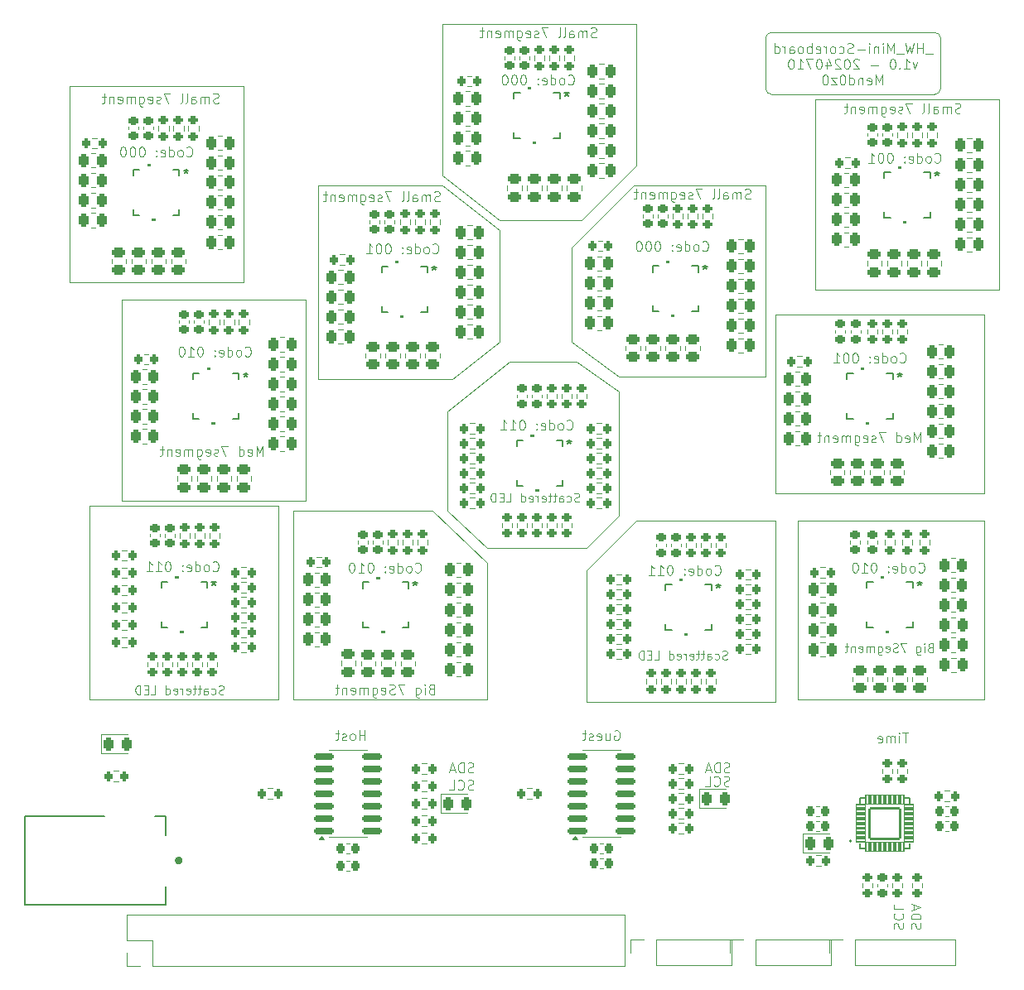
<source format=gbo>
G04 #@! TF.GenerationSoftware,KiCad,Pcbnew,8.0.3*
G04 #@! TF.CreationDate,2024-07-11T15:41:43-04:00*
G04 #@! TF.ProjectId,_HW_Mini-Scoreboard,5f48575f-4d69-46e6-992d-53636f726562,v1.0*
G04 #@! TF.SameCoordinates,Original*
G04 #@! TF.FileFunction,Legend,Bot*
G04 #@! TF.FilePolarity,Positive*
%FSLAX46Y46*%
G04 Gerber Fmt 4.6, Leading zero omitted, Abs format (unit mm)*
G04 Created by KiCad (PCBNEW 8.0.3) date 2024-07-11 15:41:43*
%MOMM*%
%LPD*%
G01*
G04 APERTURE LIST*
G04 Aperture macros list*
%AMRoundRect*
0 Rectangle with rounded corners*
0 $1 Rounding radius*
0 $2 $3 $4 $5 $6 $7 $8 $9 X,Y pos of 4 corners*
0 Add a 4 corners polygon primitive as box body*
4,1,4,$2,$3,$4,$5,$6,$7,$8,$9,$2,$3,0*
0 Add four circle primitives for the rounded corners*
1,1,$1+$1,$2,$3*
1,1,$1+$1,$4,$5*
1,1,$1+$1,$6,$7*
1,1,$1+$1,$8,$9*
0 Add four rect primitives between the rounded corners*
20,1,$1+$1,$2,$3,$4,$5,0*
20,1,$1+$1,$4,$5,$6,$7,0*
20,1,$1+$1,$6,$7,$8,$9,0*
20,1,$1+$1,$8,$9,$2,$3,0*%
G04 Aperture macros list end*
%ADD10C,0.100000*%
%ADD11C,0.150000*%
%ADD12C,0.120000*%
%ADD13C,0.152400*%
%ADD14C,0.000000*%
%ADD15C,0.127000*%
%ADD16C,0.400000*%
%ADD17C,0.200000*%
%ADD18R,1.700000X1.700000*%
%ADD19O,1.700000X1.700000*%
%ADD20C,3.600000*%
%ADD21C,5.600000*%
%ADD22RoundRect,0.250000X0.262500X0.450000X-0.262500X0.450000X-0.262500X-0.450000X0.262500X-0.450000X0*%
%ADD23RoundRect,0.250000X0.450000X-0.262500X0.450000X0.262500X-0.450000X0.262500X-0.450000X-0.262500X0*%
%ADD24R,0.850000X0.280000*%
%ADD25R,0.280000X0.850000*%
%ADD26C,0.508000*%
%ADD27RoundRect,0.250000X-0.262500X-0.450000X0.262500X-0.450000X0.262500X0.450000X-0.262500X0.450000X0*%
%ADD28RoundRect,0.200000X-0.200000X-0.275000X0.200000X-0.275000X0.200000X0.275000X-0.200000X0.275000X0*%
%ADD29RoundRect,0.200000X0.275000X-0.200000X0.275000X0.200000X-0.275000X0.200000X-0.275000X-0.200000X0*%
%ADD30RoundRect,0.225000X0.250000X-0.225000X0.250000X0.225000X-0.250000X0.225000X-0.250000X-0.225000X0*%
%ADD31RoundRect,0.200000X0.200000X0.275000X-0.200000X0.275000X-0.200000X-0.275000X0.200000X-0.275000X0*%
%ADD32RoundRect,0.200000X-0.275000X0.200000X-0.275000X-0.200000X0.275000X-0.200000X0.275000X0.200000X0*%
%ADD33RoundRect,0.225000X-0.225000X-0.250000X0.225000X-0.250000X0.225000X0.250000X-0.225000X0.250000X0*%
%ADD34RoundRect,0.243750X-0.243750X-0.456250X0.243750X-0.456250X0.243750X0.456250X-0.243750X0.456250X0*%
%ADD35RoundRect,0.225000X0.225000X0.250000X-0.225000X0.250000X-0.225000X-0.250000X0.225000X-0.250000X0*%
%ADD36RoundRect,0.150000X-0.825000X-0.150000X0.825000X-0.150000X0.825000X0.150000X-0.825000X0.150000X0*%
%ADD37RoundRect,0.225000X-0.250000X0.225000X-0.250000X-0.225000X0.250000X-0.225000X0.250000X0.225000X0*%
%ADD38O,2.704000X5.204000*%
%ADD39O,2.454000X4.704000*%
%ADD40O,4.704000X2.454000*%
%ADD41RoundRect,0.058000X-0.474000X-0.174000X0.474000X-0.174000X0.474000X0.174000X-0.474000X0.174000X0*%
%ADD42RoundRect,0.058000X-0.174000X0.474000X-0.174000X-0.474000X0.174000X-0.474000X0.174000X0.474000X0*%
%ADD43RoundRect,0.102000X-1.550000X-1.550000X1.550000X-1.550000X1.550000X1.550000X-1.550000X1.550000X0*%
G04 APERTURE END LIST*
D10*
X200914000Y-183642000D02*
X222250000Y-183642000D01*
X222250000Y-201930000D01*
X200914000Y-201930000D01*
X200914000Y-183642000D01*
X186690000Y-153924000D02*
X186690000Y-168402000D01*
X172720000Y-186436000D02*
X167894000Y-190246000D01*
X180086000Y-176784000D02*
X186436000Y-170434000D01*
X180594000Y-188468000D02*
X184912000Y-191516000D01*
X217170000Y-154813000D02*
G75*
G02*
X217805000Y-155448000I0J-635000D01*
G01*
X217805000Y-155448000D02*
X217805000Y-160528000D01*
X200533000Y-154813000D02*
X217170000Y-154813000D01*
X180086000Y-186436000D02*
X180086000Y-176784000D01*
X166878000Y-153924000D02*
X186690000Y-153924000D01*
X184912000Y-191516000D02*
X184912000Y-204216000D01*
X203200000Y-204724000D02*
X222250000Y-204724000D01*
X222250000Y-223012000D01*
X203200000Y-223012000D01*
X203200000Y-204724000D01*
X166878000Y-170434000D02*
X172720000Y-175006000D01*
X204978000Y-161671000D02*
X223774000Y-161671000D01*
X223774000Y-181102000D01*
X204978000Y-181102000D01*
X204978000Y-161671000D01*
X154178000Y-190246000D02*
X154178000Y-170434000D01*
X217805000Y-160528000D02*
G75*
G02*
X217170000Y-161163000I-635000J0D01*
G01*
X200914000Y-204724000D02*
X186690000Y-204724000D01*
X167386000Y-203708000D02*
X167386000Y-193548000D01*
X151638000Y-223012000D02*
X151638000Y-203708000D01*
X173736000Y-188468000D02*
X180594000Y-188468000D01*
X200914000Y-223266000D02*
X200914000Y-204724000D01*
X171450000Y-207518000D02*
X167386000Y-203708000D01*
X172720000Y-175006000D02*
X172720000Y-186436000D01*
X167386000Y-193548000D02*
X173736000Y-188468000D01*
X200533000Y-161163000D02*
G75*
G02*
X199898000Y-160528000I0J635000D01*
G01*
X151638000Y-203708000D02*
X165862000Y-203708000D01*
X181610000Y-207518000D02*
X171450000Y-207518000D01*
X181610000Y-209804000D02*
X181610000Y-223266000D01*
X171450000Y-209042000D02*
X171450000Y-223012000D01*
X184912000Y-204216000D02*
X181610000Y-207518000D01*
X199898000Y-189992000D02*
X184912000Y-189992000D01*
X217170000Y-161163000D02*
X200533000Y-161163000D01*
X186690000Y-168402000D02*
X181102000Y-173990000D01*
X165862000Y-203708000D02*
X171450000Y-209042000D01*
X154178000Y-170434000D02*
X166878000Y-170434000D01*
X167894000Y-190246000D02*
X154178000Y-190246000D01*
X186436000Y-170434000D02*
X199898000Y-170434000D01*
X171450000Y-223012000D02*
X151638000Y-223012000D01*
X186690000Y-204724000D02*
X181610000Y-209804000D01*
X199898000Y-155448000D02*
G75*
G02*
X200533000Y-154813000I635000J0D01*
G01*
X181102000Y-173990000D02*
X172720000Y-173990000D01*
X166878000Y-169418000D02*
X166878000Y-153924000D01*
X199898000Y-160528000D02*
X199898000Y-155448000D01*
X199898000Y-170434000D02*
X199898000Y-189992000D01*
X172720000Y-173990000D02*
X166878000Y-169418000D01*
X134112000Y-182118000D02*
X152908000Y-182118000D01*
X152908000Y-202692000D01*
X134112000Y-202692000D01*
X134112000Y-182118000D01*
X130810000Y-203200000D02*
X150114000Y-203200000D01*
X150114000Y-223012000D01*
X130810000Y-223012000D01*
X130810000Y-203200000D01*
X181610000Y-223266000D02*
X200914000Y-223266000D01*
X128778000Y-160274000D02*
X146558000Y-160274000D01*
X146558000Y-180340000D01*
X128778000Y-180340000D01*
X128778000Y-160274000D01*
X180086000Y-186436000D02*
X184912000Y-189992000D01*
X215532687Y-209962180D02*
X215580306Y-210009800D01*
X215580306Y-210009800D02*
X215723163Y-210057419D01*
X215723163Y-210057419D02*
X215818401Y-210057419D01*
X215818401Y-210057419D02*
X215961258Y-210009800D01*
X215961258Y-210009800D02*
X216056496Y-209914561D01*
X216056496Y-209914561D02*
X216104115Y-209819323D01*
X216104115Y-209819323D02*
X216151734Y-209628847D01*
X216151734Y-209628847D02*
X216151734Y-209485990D01*
X216151734Y-209485990D02*
X216104115Y-209295514D01*
X216104115Y-209295514D02*
X216056496Y-209200276D01*
X216056496Y-209200276D02*
X215961258Y-209105038D01*
X215961258Y-209105038D02*
X215818401Y-209057419D01*
X215818401Y-209057419D02*
X215723163Y-209057419D01*
X215723163Y-209057419D02*
X215580306Y-209105038D01*
X215580306Y-209105038D02*
X215532687Y-209152657D01*
X214961258Y-210057419D02*
X215056496Y-210009800D01*
X215056496Y-210009800D02*
X215104115Y-209962180D01*
X215104115Y-209962180D02*
X215151734Y-209866942D01*
X215151734Y-209866942D02*
X215151734Y-209581228D01*
X215151734Y-209581228D02*
X215104115Y-209485990D01*
X215104115Y-209485990D02*
X215056496Y-209438371D01*
X215056496Y-209438371D02*
X214961258Y-209390752D01*
X214961258Y-209390752D02*
X214818401Y-209390752D01*
X214818401Y-209390752D02*
X214723163Y-209438371D01*
X214723163Y-209438371D02*
X214675544Y-209485990D01*
X214675544Y-209485990D02*
X214627925Y-209581228D01*
X214627925Y-209581228D02*
X214627925Y-209866942D01*
X214627925Y-209866942D02*
X214675544Y-209962180D01*
X214675544Y-209962180D02*
X214723163Y-210009800D01*
X214723163Y-210009800D02*
X214818401Y-210057419D01*
X214818401Y-210057419D02*
X214961258Y-210057419D01*
X213770782Y-210057419D02*
X213770782Y-209057419D01*
X213770782Y-210009800D02*
X213866020Y-210057419D01*
X213866020Y-210057419D02*
X214056496Y-210057419D01*
X214056496Y-210057419D02*
X214151734Y-210009800D01*
X214151734Y-210009800D02*
X214199353Y-209962180D01*
X214199353Y-209962180D02*
X214246972Y-209866942D01*
X214246972Y-209866942D02*
X214246972Y-209581228D01*
X214246972Y-209581228D02*
X214199353Y-209485990D01*
X214199353Y-209485990D02*
X214151734Y-209438371D01*
X214151734Y-209438371D02*
X214056496Y-209390752D01*
X214056496Y-209390752D02*
X213866020Y-209390752D01*
X213866020Y-209390752D02*
X213770782Y-209438371D01*
X212913639Y-210009800D02*
X213008877Y-210057419D01*
X213008877Y-210057419D02*
X213199353Y-210057419D01*
X213199353Y-210057419D02*
X213294591Y-210009800D01*
X213294591Y-210009800D02*
X213342210Y-209914561D01*
X213342210Y-209914561D02*
X213342210Y-209533609D01*
X213342210Y-209533609D02*
X213294591Y-209438371D01*
X213294591Y-209438371D02*
X213199353Y-209390752D01*
X213199353Y-209390752D02*
X213008877Y-209390752D01*
X213008877Y-209390752D02*
X212913639Y-209438371D01*
X212913639Y-209438371D02*
X212866020Y-209533609D01*
X212866020Y-209533609D02*
X212866020Y-209628847D01*
X212866020Y-209628847D02*
X213342210Y-209724085D01*
X212437448Y-209962180D02*
X212389829Y-210009800D01*
X212389829Y-210009800D02*
X212437448Y-210057419D01*
X212437448Y-210057419D02*
X212485067Y-210009800D01*
X212485067Y-210009800D02*
X212437448Y-209962180D01*
X212437448Y-209962180D02*
X212437448Y-210057419D01*
X212437448Y-209438371D02*
X212389829Y-209485990D01*
X212389829Y-209485990D02*
X212437448Y-209533609D01*
X212437448Y-209533609D02*
X212485067Y-209485990D01*
X212485067Y-209485990D02*
X212437448Y-209438371D01*
X212437448Y-209438371D02*
X212437448Y-209533609D01*
X211008877Y-209057419D02*
X210913639Y-209057419D01*
X210913639Y-209057419D02*
X210818401Y-209105038D01*
X210818401Y-209105038D02*
X210770782Y-209152657D01*
X210770782Y-209152657D02*
X210723163Y-209247895D01*
X210723163Y-209247895D02*
X210675544Y-209438371D01*
X210675544Y-209438371D02*
X210675544Y-209676466D01*
X210675544Y-209676466D02*
X210723163Y-209866942D01*
X210723163Y-209866942D02*
X210770782Y-209962180D01*
X210770782Y-209962180D02*
X210818401Y-210009800D01*
X210818401Y-210009800D02*
X210913639Y-210057419D01*
X210913639Y-210057419D02*
X211008877Y-210057419D01*
X211008877Y-210057419D02*
X211104115Y-210009800D01*
X211104115Y-210009800D02*
X211151734Y-209962180D01*
X211151734Y-209962180D02*
X211199353Y-209866942D01*
X211199353Y-209866942D02*
X211246972Y-209676466D01*
X211246972Y-209676466D02*
X211246972Y-209438371D01*
X211246972Y-209438371D02*
X211199353Y-209247895D01*
X211199353Y-209247895D02*
X211151734Y-209152657D01*
X211151734Y-209152657D02*
X211104115Y-209105038D01*
X211104115Y-209105038D02*
X211008877Y-209057419D01*
X209723163Y-210057419D02*
X210294591Y-210057419D01*
X210008877Y-210057419D02*
X210008877Y-209057419D01*
X210008877Y-209057419D02*
X210104115Y-209200276D01*
X210104115Y-209200276D02*
X210199353Y-209295514D01*
X210199353Y-209295514D02*
X210294591Y-209343133D01*
X209104115Y-209057419D02*
X209008877Y-209057419D01*
X209008877Y-209057419D02*
X208913639Y-209105038D01*
X208913639Y-209105038D02*
X208866020Y-209152657D01*
X208866020Y-209152657D02*
X208818401Y-209247895D01*
X208818401Y-209247895D02*
X208770782Y-209438371D01*
X208770782Y-209438371D02*
X208770782Y-209676466D01*
X208770782Y-209676466D02*
X208818401Y-209866942D01*
X208818401Y-209866942D02*
X208866020Y-209962180D01*
X208866020Y-209962180D02*
X208913639Y-210009800D01*
X208913639Y-210009800D02*
X209008877Y-210057419D01*
X209008877Y-210057419D02*
X209104115Y-210057419D01*
X209104115Y-210057419D02*
X209199353Y-210009800D01*
X209199353Y-210009800D02*
X209246972Y-209962180D01*
X209246972Y-209962180D02*
X209294591Y-209866942D01*
X209294591Y-209866942D02*
X209342210Y-209676466D01*
X209342210Y-209676466D02*
X209342210Y-209438371D01*
X209342210Y-209438371D02*
X209294591Y-209247895D01*
X209294591Y-209247895D02*
X209246972Y-209152657D01*
X209246972Y-209152657D02*
X209199353Y-209105038D01*
X209199353Y-209105038D02*
X209104115Y-209057419D01*
X215723115Y-196722419D02*
X215723115Y-195722419D01*
X215723115Y-195722419D02*
X215389782Y-196436704D01*
X215389782Y-196436704D02*
X215056449Y-195722419D01*
X215056449Y-195722419D02*
X215056449Y-196722419D01*
X214199306Y-196674800D02*
X214294544Y-196722419D01*
X214294544Y-196722419D02*
X214485020Y-196722419D01*
X214485020Y-196722419D02*
X214580258Y-196674800D01*
X214580258Y-196674800D02*
X214627877Y-196579561D01*
X214627877Y-196579561D02*
X214627877Y-196198609D01*
X214627877Y-196198609D02*
X214580258Y-196103371D01*
X214580258Y-196103371D02*
X214485020Y-196055752D01*
X214485020Y-196055752D02*
X214294544Y-196055752D01*
X214294544Y-196055752D02*
X214199306Y-196103371D01*
X214199306Y-196103371D02*
X214151687Y-196198609D01*
X214151687Y-196198609D02*
X214151687Y-196293847D01*
X214151687Y-196293847D02*
X214627877Y-196389085D01*
X213294544Y-196722419D02*
X213294544Y-195722419D01*
X213294544Y-196674800D02*
X213389782Y-196722419D01*
X213389782Y-196722419D02*
X213580258Y-196722419D01*
X213580258Y-196722419D02*
X213675496Y-196674800D01*
X213675496Y-196674800D02*
X213723115Y-196627180D01*
X213723115Y-196627180D02*
X213770734Y-196531942D01*
X213770734Y-196531942D02*
X213770734Y-196246228D01*
X213770734Y-196246228D02*
X213723115Y-196150990D01*
X213723115Y-196150990D02*
X213675496Y-196103371D01*
X213675496Y-196103371D02*
X213580258Y-196055752D01*
X213580258Y-196055752D02*
X213389782Y-196055752D01*
X213389782Y-196055752D02*
X213294544Y-196103371D01*
X212151686Y-195722419D02*
X211485020Y-195722419D01*
X211485020Y-195722419D02*
X211913591Y-196722419D01*
X211151686Y-196674800D02*
X211056448Y-196722419D01*
X211056448Y-196722419D02*
X210865972Y-196722419D01*
X210865972Y-196722419D02*
X210770734Y-196674800D01*
X210770734Y-196674800D02*
X210723115Y-196579561D01*
X210723115Y-196579561D02*
X210723115Y-196531942D01*
X210723115Y-196531942D02*
X210770734Y-196436704D01*
X210770734Y-196436704D02*
X210865972Y-196389085D01*
X210865972Y-196389085D02*
X211008829Y-196389085D01*
X211008829Y-196389085D02*
X211104067Y-196341466D01*
X211104067Y-196341466D02*
X211151686Y-196246228D01*
X211151686Y-196246228D02*
X211151686Y-196198609D01*
X211151686Y-196198609D02*
X211104067Y-196103371D01*
X211104067Y-196103371D02*
X211008829Y-196055752D01*
X211008829Y-196055752D02*
X210865972Y-196055752D01*
X210865972Y-196055752D02*
X210770734Y-196103371D01*
X209913591Y-196674800D02*
X210008829Y-196722419D01*
X210008829Y-196722419D02*
X210199305Y-196722419D01*
X210199305Y-196722419D02*
X210294543Y-196674800D01*
X210294543Y-196674800D02*
X210342162Y-196579561D01*
X210342162Y-196579561D02*
X210342162Y-196198609D01*
X210342162Y-196198609D02*
X210294543Y-196103371D01*
X210294543Y-196103371D02*
X210199305Y-196055752D01*
X210199305Y-196055752D02*
X210008829Y-196055752D01*
X210008829Y-196055752D02*
X209913591Y-196103371D01*
X209913591Y-196103371D02*
X209865972Y-196198609D01*
X209865972Y-196198609D02*
X209865972Y-196293847D01*
X209865972Y-196293847D02*
X210342162Y-196389085D01*
X209008829Y-196055752D02*
X209008829Y-196865276D01*
X209008829Y-196865276D02*
X209056448Y-196960514D01*
X209056448Y-196960514D02*
X209104067Y-197008133D01*
X209104067Y-197008133D02*
X209199305Y-197055752D01*
X209199305Y-197055752D02*
X209342162Y-197055752D01*
X209342162Y-197055752D02*
X209437400Y-197008133D01*
X209008829Y-196674800D02*
X209104067Y-196722419D01*
X209104067Y-196722419D02*
X209294543Y-196722419D01*
X209294543Y-196722419D02*
X209389781Y-196674800D01*
X209389781Y-196674800D02*
X209437400Y-196627180D01*
X209437400Y-196627180D02*
X209485019Y-196531942D01*
X209485019Y-196531942D02*
X209485019Y-196246228D01*
X209485019Y-196246228D02*
X209437400Y-196150990D01*
X209437400Y-196150990D02*
X209389781Y-196103371D01*
X209389781Y-196103371D02*
X209294543Y-196055752D01*
X209294543Y-196055752D02*
X209104067Y-196055752D01*
X209104067Y-196055752D02*
X209008829Y-196103371D01*
X208532638Y-196722419D02*
X208532638Y-196055752D01*
X208532638Y-196150990D02*
X208485019Y-196103371D01*
X208485019Y-196103371D02*
X208389781Y-196055752D01*
X208389781Y-196055752D02*
X208246924Y-196055752D01*
X208246924Y-196055752D02*
X208151686Y-196103371D01*
X208151686Y-196103371D02*
X208104067Y-196198609D01*
X208104067Y-196198609D02*
X208104067Y-196722419D01*
X208104067Y-196198609D02*
X208056448Y-196103371D01*
X208056448Y-196103371D02*
X207961210Y-196055752D01*
X207961210Y-196055752D02*
X207818353Y-196055752D01*
X207818353Y-196055752D02*
X207723114Y-196103371D01*
X207723114Y-196103371D02*
X207675495Y-196198609D01*
X207675495Y-196198609D02*
X207675495Y-196722419D01*
X206818353Y-196674800D02*
X206913591Y-196722419D01*
X206913591Y-196722419D02*
X207104067Y-196722419D01*
X207104067Y-196722419D02*
X207199305Y-196674800D01*
X207199305Y-196674800D02*
X207246924Y-196579561D01*
X207246924Y-196579561D02*
X207246924Y-196198609D01*
X207246924Y-196198609D02*
X207199305Y-196103371D01*
X207199305Y-196103371D02*
X207104067Y-196055752D01*
X207104067Y-196055752D02*
X206913591Y-196055752D01*
X206913591Y-196055752D02*
X206818353Y-196103371D01*
X206818353Y-196103371D02*
X206770734Y-196198609D01*
X206770734Y-196198609D02*
X206770734Y-196293847D01*
X206770734Y-196293847D02*
X207246924Y-196389085D01*
X206342162Y-196055752D02*
X206342162Y-196722419D01*
X206342162Y-196150990D02*
X206294543Y-196103371D01*
X206294543Y-196103371D02*
X206199305Y-196055752D01*
X206199305Y-196055752D02*
X206056448Y-196055752D01*
X206056448Y-196055752D02*
X205961210Y-196103371D01*
X205961210Y-196103371D02*
X205913591Y-196198609D01*
X205913591Y-196198609D02*
X205913591Y-196722419D01*
X205580257Y-196055752D02*
X205199305Y-196055752D01*
X205437400Y-195722419D02*
X205437400Y-196579561D01*
X205437400Y-196579561D02*
X205389781Y-196674800D01*
X205389781Y-196674800D02*
X205294543Y-196722419D01*
X205294543Y-196722419D02*
X205199305Y-196722419D01*
X213027200Y-246504734D02*
X212979580Y-246361877D01*
X212979580Y-246361877D02*
X212979580Y-246123782D01*
X212979580Y-246123782D02*
X213027200Y-246028544D01*
X213027200Y-246028544D02*
X213074819Y-245980925D01*
X213074819Y-245980925D02*
X213170057Y-245933306D01*
X213170057Y-245933306D02*
X213265295Y-245933306D01*
X213265295Y-245933306D02*
X213360533Y-245980925D01*
X213360533Y-245980925D02*
X213408152Y-246028544D01*
X213408152Y-246028544D02*
X213455771Y-246123782D01*
X213455771Y-246123782D02*
X213503390Y-246314258D01*
X213503390Y-246314258D02*
X213551009Y-246409496D01*
X213551009Y-246409496D02*
X213598628Y-246457115D01*
X213598628Y-246457115D02*
X213693866Y-246504734D01*
X213693866Y-246504734D02*
X213789104Y-246504734D01*
X213789104Y-246504734D02*
X213884342Y-246457115D01*
X213884342Y-246457115D02*
X213931961Y-246409496D01*
X213931961Y-246409496D02*
X213979580Y-246314258D01*
X213979580Y-246314258D02*
X213979580Y-246076163D01*
X213979580Y-246076163D02*
X213931961Y-245933306D01*
X213074819Y-244933306D02*
X213027200Y-244980925D01*
X213027200Y-244980925D02*
X212979580Y-245123782D01*
X212979580Y-245123782D02*
X212979580Y-245219020D01*
X212979580Y-245219020D02*
X213027200Y-245361877D01*
X213027200Y-245361877D02*
X213122438Y-245457115D01*
X213122438Y-245457115D02*
X213217676Y-245504734D01*
X213217676Y-245504734D02*
X213408152Y-245552353D01*
X213408152Y-245552353D02*
X213551009Y-245552353D01*
X213551009Y-245552353D02*
X213741485Y-245504734D01*
X213741485Y-245504734D02*
X213836723Y-245457115D01*
X213836723Y-245457115D02*
X213931961Y-245361877D01*
X213931961Y-245361877D02*
X213979580Y-245219020D01*
X213979580Y-245219020D02*
X213979580Y-245123782D01*
X213979580Y-245123782D02*
X213931961Y-244980925D01*
X213931961Y-244980925D02*
X213884342Y-244933306D01*
X212979580Y-244028544D02*
X212979580Y-244504734D01*
X212979580Y-244504734D02*
X213979580Y-244504734D01*
X216723211Y-217733337D02*
X216596211Y-217775671D01*
X216596211Y-217775671D02*
X216553877Y-217818004D01*
X216553877Y-217818004D02*
X216511544Y-217902671D01*
X216511544Y-217902671D02*
X216511544Y-218029671D01*
X216511544Y-218029671D02*
X216553877Y-218114337D01*
X216553877Y-218114337D02*
X216596211Y-218156671D01*
X216596211Y-218156671D02*
X216680877Y-218199004D01*
X216680877Y-218199004D02*
X217019544Y-218199004D01*
X217019544Y-218199004D02*
X217019544Y-217310004D01*
X217019544Y-217310004D02*
X216723211Y-217310004D01*
X216723211Y-217310004D02*
X216638544Y-217352337D01*
X216638544Y-217352337D02*
X216596211Y-217394671D01*
X216596211Y-217394671D02*
X216553877Y-217479337D01*
X216553877Y-217479337D02*
X216553877Y-217564004D01*
X216553877Y-217564004D02*
X216596211Y-217648671D01*
X216596211Y-217648671D02*
X216638544Y-217691004D01*
X216638544Y-217691004D02*
X216723211Y-217733337D01*
X216723211Y-217733337D02*
X217019544Y-217733337D01*
X216130544Y-218199004D02*
X216130544Y-217606337D01*
X216130544Y-217310004D02*
X216172877Y-217352337D01*
X216172877Y-217352337D02*
X216130544Y-217394671D01*
X216130544Y-217394671D02*
X216088211Y-217352337D01*
X216088211Y-217352337D02*
X216130544Y-217310004D01*
X216130544Y-217310004D02*
X216130544Y-217394671D01*
X215326211Y-217606337D02*
X215326211Y-218326004D01*
X215326211Y-218326004D02*
X215368544Y-218410671D01*
X215368544Y-218410671D02*
X215410878Y-218453004D01*
X215410878Y-218453004D02*
X215495544Y-218495337D01*
X215495544Y-218495337D02*
X215622544Y-218495337D01*
X215622544Y-218495337D02*
X215707211Y-218453004D01*
X215326211Y-218156671D02*
X215410878Y-218199004D01*
X215410878Y-218199004D02*
X215580211Y-218199004D01*
X215580211Y-218199004D02*
X215664878Y-218156671D01*
X215664878Y-218156671D02*
X215707211Y-218114337D01*
X215707211Y-218114337D02*
X215749544Y-218029671D01*
X215749544Y-218029671D02*
X215749544Y-217775671D01*
X215749544Y-217775671D02*
X215707211Y-217691004D01*
X215707211Y-217691004D02*
X215664878Y-217648671D01*
X215664878Y-217648671D02*
X215580211Y-217606337D01*
X215580211Y-217606337D02*
X215410878Y-217606337D01*
X215410878Y-217606337D02*
X215326211Y-217648671D01*
X214310212Y-217310004D02*
X213717545Y-217310004D01*
X213717545Y-217310004D02*
X214098545Y-218199004D01*
X213421211Y-218156671D02*
X213294211Y-218199004D01*
X213294211Y-218199004D02*
X213082545Y-218199004D01*
X213082545Y-218199004D02*
X212997878Y-218156671D01*
X212997878Y-218156671D02*
X212955545Y-218114337D01*
X212955545Y-218114337D02*
X212913211Y-218029671D01*
X212913211Y-218029671D02*
X212913211Y-217945004D01*
X212913211Y-217945004D02*
X212955545Y-217860337D01*
X212955545Y-217860337D02*
X212997878Y-217818004D01*
X212997878Y-217818004D02*
X213082545Y-217775671D01*
X213082545Y-217775671D02*
X213251878Y-217733337D01*
X213251878Y-217733337D02*
X213336545Y-217691004D01*
X213336545Y-217691004D02*
X213378878Y-217648671D01*
X213378878Y-217648671D02*
X213421211Y-217564004D01*
X213421211Y-217564004D02*
X213421211Y-217479337D01*
X213421211Y-217479337D02*
X213378878Y-217394671D01*
X213378878Y-217394671D02*
X213336545Y-217352337D01*
X213336545Y-217352337D02*
X213251878Y-217310004D01*
X213251878Y-217310004D02*
X213040211Y-217310004D01*
X213040211Y-217310004D02*
X212913211Y-217352337D01*
X212193544Y-218156671D02*
X212278211Y-218199004D01*
X212278211Y-218199004D02*
X212447544Y-218199004D01*
X212447544Y-218199004D02*
X212532211Y-218156671D01*
X212532211Y-218156671D02*
X212574544Y-218072004D01*
X212574544Y-218072004D02*
X212574544Y-217733337D01*
X212574544Y-217733337D02*
X212532211Y-217648671D01*
X212532211Y-217648671D02*
X212447544Y-217606337D01*
X212447544Y-217606337D02*
X212278211Y-217606337D01*
X212278211Y-217606337D02*
X212193544Y-217648671D01*
X212193544Y-217648671D02*
X212151211Y-217733337D01*
X212151211Y-217733337D02*
X212151211Y-217818004D01*
X212151211Y-217818004D02*
X212574544Y-217902671D01*
X211389211Y-217606337D02*
X211389211Y-218326004D01*
X211389211Y-218326004D02*
X211431544Y-218410671D01*
X211431544Y-218410671D02*
X211473878Y-218453004D01*
X211473878Y-218453004D02*
X211558544Y-218495337D01*
X211558544Y-218495337D02*
X211685544Y-218495337D01*
X211685544Y-218495337D02*
X211770211Y-218453004D01*
X211389211Y-218156671D02*
X211473878Y-218199004D01*
X211473878Y-218199004D02*
X211643211Y-218199004D01*
X211643211Y-218199004D02*
X211727878Y-218156671D01*
X211727878Y-218156671D02*
X211770211Y-218114337D01*
X211770211Y-218114337D02*
X211812544Y-218029671D01*
X211812544Y-218029671D02*
X211812544Y-217775671D01*
X211812544Y-217775671D02*
X211770211Y-217691004D01*
X211770211Y-217691004D02*
X211727878Y-217648671D01*
X211727878Y-217648671D02*
X211643211Y-217606337D01*
X211643211Y-217606337D02*
X211473878Y-217606337D01*
X211473878Y-217606337D02*
X211389211Y-217648671D01*
X210965878Y-218199004D02*
X210965878Y-217606337D01*
X210965878Y-217691004D02*
X210923545Y-217648671D01*
X210923545Y-217648671D02*
X210838878Y-217606337D01*
X210838878Y-217606337D02*
X210711878Y-217606337D01*
X210711878Y-217606337D02*
X210627211Y-217648671D01*
X210627211Y-217648671D02*
X210584878Y-217733337D01*
X210584878Y-217733337D02*
X210584878Y-218199004D01*
X210584878Y-217733337D02*
X210542545Y-217648671D01*
X210542545Y-217648671D02*
X210457878Y-217606337D01*
X210457878Y-217606337D02*
X210330878Y-217606337D01*
X210330878Y-217606337D02*
X210246211Y-217648671D01*
X210246211Y-217648671D02*
X210203878Y-217733337D01*
X210203878Y-217733337D02*
X210203878Y-218199004D01*
X209441878Y-218156671D02*
X209526545Y-218199004D01*
X209526545Y-218199004D02*
X209695878Y-218199004D01*
X209695878Y-218199004D02*
X209780545Y-218156671D01*
X209780545Y-218156671D02*
X209822878Y-218072004D01*
X209822878Y-218072004D02*
X209822878Y-217733337D01*
X209822878Y-217733337D02*
X209780545Y-217648671D01*
X209780545Y-217648671D02*
X209695878Y-217606337D01*
X209695878Y-217606337D02*
X209526545Y-217606337D01*
X209526545Y-217606337D02*
X209441878Y-217648671D01*
X209441878Y-217648671D02*
X209399545Y-217733337D01*
X209399545Y-217733337D02*
X209399545Y-217818004D01*
X209399545Y-217818004D02*
X209822878Y-217902671D01*
X209018545Y-217606337D02*
X209018545Y-218199004D01*
X209018545Y-217691004D02*
X208976212Y-217648671D01*
X208976212Y-217648671D02*
X208891545Y-217606337D01*
X208891545Y-217606337D02*
X208764545Y-217606337D01*
X208764545Y-217606337D02*
X208679878Y-217648671D01*
X208679878Y-217648671D02*
X208637545Y-217733337D01*
X208637545Y-217733337D02*
X208637545Y-218199004D01*
X208341212Y-217606337D02*
X208002545Y-217606337D01*
X208214212Y-217310004D02*
X208214212Y-218072004D01*
X208214212Y-218072004D02*
X208171879Y-218156671D01*
X208171879Y-218156671D02*
X208087212Y-218199004D01*
X208087212Y-218199004D02*
X208002545Y-218199004D01*
X194704687Y-210216180D02*
X194752306Y-210263800D01*
X194752306Y-210263800D02*
X194895163Y-210311419D01*
X194895163Y-210311419D02*
X194990401Y-210311419D01*
X194990401Y-210311419D02*
X195133258Y-210263800D01*
X195133258Y-210263800D02*
X195228496Y-210168561D01*
X195228496Y-210168561D02*
X195276115Y-210073323D01*
X195276115Y-210073323D02*
X195323734Y-209882847D01*
X195323734Y-209882847D02*
X195323734Y-209739990D01*
X195323734Y-209739990D02*
X195276115Y-209549514D01*
X195276115Y-209549514D02*
X195228496Y-209454276D01*
X195228496Y-209454276D02*
X195133258Y-209359038D01*
X195133258Y-209359038D02*
X194990401Y-209311419D01*
X194990401Y-209311419D02*
X194895163Y-209311419D01*
X194895163Y-209311419D02*
X194752306Y-209359038D01*
X194752306Y-209359038D02*
X194704687Y-209406657D01*
X194133258Y-210311419D02*
X194228496Y-210263800D01*
X194228496Y-210263800D02*
X194276115Y-210216180D01*
X194276115Y-210216180D02*
X194323734Y-210120942D01*
X194323734Y-210120942D02*
X194323734Y-209835228D01*
X194323734Y-209835228D02*
X194276115Y-209739990D01*
X194276115Y-209739990D02*
X194228496Y-209692371D01*
X194228496Y-209692371D02*
X194133258Y-209644752D01*
X194133258Y-209644752D02*
X193990401Y-209644752D01*
X193990401Y-209644752D02*
X193895163Y-209692371D01*
X193895163Y-209692371D02*
X193847544Y-209739990D01*
X193847544Y-209739990D02*
X193799925Y-209835228D01*
X193799925Y-209835228D02*
X193799925Y-210120942D01*
X193799925Y-210120942D02*
X193847544Y-210216180D01*
X193847544Y-210216180D02*
X193895163Y-210263800D01*
X193895163Y-210263800D02*
X193990401Y-210311419D01*
X193990401Y-210311419D02*
X194133258Y-210311419D01*
X192942782Y-210311419D02*
X192942782Y-209311419D01*
X192942782Y-210263800D02*
X193038020Y-210311419D01*
X193038020Y-210311419D02*
X193228496Y-210311419D01*
X193228496Y-210311419D02*
X193323734Y-210263800D01*
X193323734Y-210263800D02*
X193371353Y-210216180D01*
X193371353Y-210216180D02*
X193418972Y-210120942D01*
X193418972Y-210120942D02*
X193418972Y-209835228D01*
X193418972Y-209835228D02*
X193371353Y-209739990D01*
X193371353Y-209739990D02*
X193323734Y-209692371D01*
X193323734Y-209692371D02*
X193228496Y-209644752D01*
X193228496Y-209644752D02*
X193038020Y-209644752D01*
X193038020Y-209644752D02*
X192942782Y-209692371D01*
X192085639Y-210263800D02*
X192180877Y-210311419D01*
X192180877Y-210311419D02*
X192371353Y-210311419D01*
X192371353Y-210311419D02*
X192466591Y-210263800D01*
X192466591Y-210263800D02*
X192514210Y-210168561D01*
X192514210Y-210168561D02*
X192514210Y-209787609D01*
X192514210Y-209787609D02*
X192466591Y-209692371D01*
X192466591Y-209692371D02*
X192371353Y-209644752D01*
X192371353Y-209644752D02*
X192180877Y-209644752D01*
X192180877Y-209644752D02*
X192085639Y-209692371D01*
X192085639Y-209692371D02*
X192038020Y-209787609D01*
X192038020Y-209787609D02*
X192038020Y-209882847D01*
X192038020Y-209882847D02*
X192514210Y-209978085D01*
X191609448Y-210216180D02*
X191561829Y-210263800D01*
X191561829Y-210263800D02*
X191609448Y-210311419D01*
X191609448Y-210311419D02*
X191657067Y-210263800D01*
X191657067Y-210263800D02*
X191609448Y-210216180D01*
X191609448Y-210216180D02*
X191609448Y-210311419D01*
X191609448Y-209692371D02*
X191561829Y-209739990D01*
X191561829Y-209739990D02*
X191609448Y-209787609D01*
X191609448Y-209787609D02*
X191657067Y-209739990D01*
X191657067Y-209739990D02*
X191609448Y-209692371D01*
X191609448Y-209692371D02*
X191609448Y-209787609D01*
X190180877Y-209311419D02*
X190085639Y-209311419D01*
X190085639Y-209311419D02*
X189990401Y-209359038D01*
X189990401Y-209359038D02*
X189942782Y-209406657D01*
X189942782Y-209406657D02*
X189895163Y-209501895D01*
X189895163Y-209501895D02*
X189847544Y-209692371D01*
X189847544Y-209692371D02*
X189847544Y-209930466D01*
X189847544Y-209930466D02*
X189895163Y-210120942D01*
X189895163Y-210120942D02*
X189942782Y-210216180D01*
X189942782Y-210216180D02*
X189990401Y-210263800D01*
X189990401Y-210263800D02*
X190085639Y-210311419D01*
X190085639Y-210311419D02*
X190180877Y-210311419D01*
X190180877Y-210311419D02*
X190276115Y-210263800D01*
X190276115Y-210263800D02*
X190323734Y-210216180D01*
X190323734Y-210216180D02*
X190371353Y-210120942D01*
X190371353Y-210120942D02*
X190418972Y-209930466D01*
X190418972Y-209930466D02*
X190418972Y-209692371D01*
X190418972Y-209692371D02*
X190371353Y-209501895D01*
X190371353Y-209501895D02*
X190323734Y-209406657D01*
X190323734Y-209406657D02*
X190276115Y-209359038D01*
X190276115Y-209359038D02*
X190180877Y-209311419D01*
X188895163Y-210311419D02*
X189466591Y-210311419D01*
X189180877Y-210311419D02*
X189180877Y-209311419D01*
X189180877Y-209311419D02*
X189276115Y-209454276D01*
X189276115Y-209454276D02*
X189371353Y-209549514D01*
X189371353Y-209549514D02*
X189466591Y-209597133D01*
X187942782Y-210311419D02*
X188514210Y-210311419D01*
X188228496Y-210311419D02*
X188228496Y-209311419D01*
X188228496Y-209311419D02*
X188323734Y-209454276D01*
X188323734Y-209454276D02*
X188418972Y-209549514D01*
X188418972Y-209549514D02*
X188514210Y-209597133D01*
X193434687Y-177069180D02*
X193482306Y-177116800D01*
X193482306Y-177116800D02*
X193625163Y-177164419D01*
X193625163Y-177164419D02*
X193720401Y-177164419D01*
X193720401Y-177164419D02*
X193863258Y-177116800D01*
X193863258Y-177116800D02*
X193958496Y-177021561D01*
X193958496Y-177021561D02*
X194006115Y-176926323D01*
X194006115Y-176926323D02*
X194053734Y-176735847D01*
X194053734Y-176735847D02*
X194053734Y-176592990D01*
X194053734Y-176592990D02*
X194006115Y-176402514D01*
X194006115Y-176402514D02*
X193958496Y-176307276D01*
X193958496Y-176307276D02*
X193863258Y-176212038D01*
X193863258Y-176212038D02*
X193720401Y-176164419D01*
X193720401Y-176164419D02*
X193625163Y-176164419D01*
X193625163Y-176164419D02*
X193482306Y-176212038D01*
X193482306Y-176212038D02*
X193434687Y-176259657D01*
X192863258Y-177164419D02*
X192958496Y-177116800D01*
X192958496Y-177116800D02*
X193006115Y-177069180D01*
X193006115Y-177069180D02*
X193053734Y-176973942D01*
X193053734Y-176973942D02*
X193053734Y-176688228D01*
X193053734Y-176688228D02*
X193006115Y-176592990D01*
X193006115Y-176592990D02*
X192958496Y-176545371D01*
X192958496Y-176545371D02*
X192863258Y-176497752D01*
X192863258Y-176497752D02*
X192720401Y-176497752D01*
X192720401Y-176497752D02*
X192625163Y-176545371D01*
X192625163Y-176545371D02*
X192577544Y-176592990D01*
X192577544Y-176592990D02*
X192529925Y-176688228D01*
X192529925Y-176688228D02*
X192529925Y-176973942D01*
X192529925Y-176973942D02*
X192577544Y-177069180D01*
X192577544Y-177069180D02*
X192625163Y-177116800D01*
X192625163Y-177116800D02*
X192720401Y-177164419D01*
X192720401Y-177164419D02*
X192863258Y-177164419D01*
X191672782Y-177164419D02*
X191672782Y-176164419D01*
X191672782Y-177116800D02*
X191768020Y-177164419D01*
X191768020Y-177164419D02*
X191958496Y-177164419D01*
X191958496Y-177164419D02*
X192053734Y-177116800D01*
X192053734Y-177116800D02*
X192101353Y-177069180D01*
X192101353Y-177069180D02*
X192148972Y-176973942D01*
X192148972Y-176973942D02*
X192148972Y-176688228D01*
X192148972Y-176688228D02*
X192101353Y-176592990D01*
X192101353Y-176592990D02*
X192053734Y-176545371D01*
X192053734Y-176545371D02*
X191958496Y-176497752D01*
X191958496Y-176497752D02*
X191768020Y-176497752D01*
X191768020Y-176497752D02*
X191672782Y-176545371D01*
X190815639Y-177116800D02*
X190910877Y-177164419D01*
X190910877Y-177164419D02*
X191101353Y-177164419D01*
X191101353Y-177164419D02*
X191196591Y-177116800D01*
X191196591Y-177116800D02*
X191244210Y-177021561D01*
X191244210Y-177021561D02*
X191244210Y-176640609D01*
X191244210Y-176640609D02*
X191196591Y-176545371D01*
X191196591Y-176545371D02*
X191101353Y-176497752D01*
X191101353Y-176497752D02*
X190910877Y-176497752D01*
X190910877Y-176497752D02*
X190815639Y-176545371D01*
X190815639Y-176545371D02*
X190768020Y-176640609D01*
X190768020Y-176640609D02*
X190768020Y-176735847D01*
X190768020Y-176735847D02*
X191244210Y-176831085D01*
X190339448Y-177069180D02*
X190291829Y-177116800D01*
X190291829Y-177116800D02*
X190339448Y-177164419D01*
X190339448Y-177164419D02*
X190387067Y-177116800D01*
X190387067Y-177116800D02*
X190339448Y-177069180D01*
X190339448Y-177069180D02*
X190339448Y-177164419D01*
X190339448Y-176545371D02*
X190291829Y-176592990D01*
X190291829Y-176592990D02*
X190339448Y-176640609D01*
X190339448Y-176640609D02*
X190387067Y-176592990D01*
X190387067Y-176592990D02*
X190339448Y-176545371D01*
X190339448Y-176545371D02*
X190339448Y-176640609D01*
X188910877Y-176164419D02*
X188815639Y-176164419D01*
X188815639Y-176164419D02*
X188720401Y-176212038D01*
X188720401Y-176212038D02*
X188672782Y-176259657D01*
X188672782Y-176259657D02*
X188625163Y-176354895D01*
X188625163Y-176354895D02*
X188577544Y-176545371D01*
X188577544Y-176545371D02*
X188577544Y-176783466D01*
X188577544Y-176783466D02*
X188625163Y-176973942D01*
X188625163Y-176973942D02*
X188672782Y-177069180D01*
X188672782Y-177069180D02*
X188720401Y-177116800D01*
X188720401Y-177116800D02*
X188815639Y-177164419D01*
X188815639Y-177164419D02*
X188910877Y-177164419D01*
X188910877Y-177164419D02*
X189006115Y-177116800D01*
X189006115Y-177116800D02*
X189053734Y-177069180D01*
X189053734Y-177069180D02*
X189101353Y-176973942D01*
X189101353Y-176973942D02*
X189148972Y-176783466D01*
X189148972Y-176783466D02*
X189148972Y-176545371D01*
X189148972Y-176545371D02*
X189101353Y-176354895D01*
X189101353Y-176354895D02*
X189053734Y-176259657D01*
X189053734Y-176259657D02*
X189006115Y-176212038D01*
X189006115Y-176212038D02*
X188910877Y-176164419D01*
X187958496Y-176164419D02*
X187863258Y-176164419D01*
X187863258Y-176164419D02*
X187768020Y-176212038D01*
X187768020Y-176212038D02*
X187720401Y-176259657D01*
X187720401Y-176259657D02*
X187672782Y-176354895D01*
X187672782Y-176354895D02*
X187625163Y-176545371D01*
X187625163Y-176545371D02*
X187625163Y-176783466D01*
X187625163Y-176783466D02*
X187672782Y-176973942D01*
X187672782Y-176973942D02*
X187720401Y-177069180D01*
X187720401Y-177069180D02*
X187768020Y-177116800D01*
X187768020Y-177116800D02*
X187863258Y-177164419D01*
X187863258Y-177164419D02*
X187958496Y-177164419D01*
X187958496Y-177164419D02*
X188053734Y-177116800D01*
X188053734Y-177116800D02*
X188101353Y-177069180D01*
X188101353Y-177069180D02*
X188148972Y-176973942D01*
X188148972Y-176973942D02*
X188196591Y-176783466D01*
X188196591Y-176783466D02*
X188196591Y-176545371D01*
X188196591Y-176545371D02*
X188148972Y-176354895D01*
X188148972Y-176354895D02*
X188101353Y-176259657D01*
X188101353Y-176259657D02*
X188053734Y-176212038D01*
X188053734Y-176212038D02*
X187958496Y-176164419D01*
X187006115Y-176164419D02*
X186910877Y-176164419D01*
X186910877Y-176164419D02*
X186815639Y-176212038D01*
X186815639Y-176212038D02*
X186768020Y-176259657D01*
X186768020Y-176259657D02*
X186720401Y-176354895D01*
X186720401Y-176354895D02*
X186672782Y-176545371D01*
X186672782Y-176545371D02*
X186672782Y-176783466D01*
X186672782Y-176783466D02*
X186720401Y-176973942D01*
X186720401Y-176973942D02*
X186768020Y-177069180D01*
X186768020Y-177069180D02*
X186815639Y-177116800D01*
X186815639Y-177116800D02*
X186910877Y-177164419D01*
X186910877Y-177164419D02*
X187006115Y-177164419D01*
X187006115Y-177164419D02*
X187101353Y-177116800D01*
X187101353Y-177116800D02*
X187148972Y-177069180D01*
X187148972Y-177069180D02*
X187196591Y-176973942D01*
X187196591Y-176973942D02*
X187244210Y-176783466D01*
X187244210Y-176783466D02*
X187244210Y-176545371D01*
X187244210Y-176545371D02*
X187196591Y-176354895D01*
X187196591Y-176354895D02*
X187148972Y-176259657D01*
X187148972Y-176259657D02*
X187101353Y-176212038D01*
X187101353Y-176212038D02*
X187006115Y-176164419D01*
X184465306Y-226250038D02*
X184560544Y-226202419D01*
X184560544Y-226202419D02*
X184703401Y-226202419D01*
X184703401Y-226202419D02*
X184846258Y-226250038D01*
X184846258Y-226250038D02*
X184941496Y-226345276D01*
X184941496Y-226345276D02*
X184989115Y-226440514D01*
X184989115Y-226440514D02*
X185036734Y-226630990D01*
X185036734Y-226630990D02*
X185036734Y-226773847D01*
X185036734Y-226773847D02*
X184989115Y-226964323D01*
X184989115Y-226964323D02*
X184941496Y-227059561D01*
X184941496Y-227059561D02*
X184846258Y-227154800D01*
X184846258Y-227154800D02*
X184703401Y-227202419D01*
X184703401Y-227202419D02*
X184608163Y-227202419D01*
X184608163Y-227202419D02*
X184465306Y-227154800D01*
X184465306Y-227154800D02*
X184417687Y-227107180D01*
X184417687Y-227107180D02*
X184417687Y-226773847D01*
X184417687Y-226773847D02*
X184608163Y-226773847D01*
X183560544Y-226535752D02*
X183560544Y-227202419D01*
X183989115Y-226535752D02*
X183989115Y-227059561D01*
X183989115Y-227059561D02*
X183941496Y-227154800D01*
X183941496Y-227154800D02*
X183846258Y-227202419D01*
X183846258Y-227202419D02*
X183703401Y-227202419D01*
X183703401Y-227202419D02*
X183608163Y-227154800D01*
X183608163Y-227154800D02*
X183560544Y-227107180D01*
X182703401Y-227154800D02*
X182798639Y-227202419D01*
X182798639Y-227202419D02*
X182989115Y-227202419D01*
X182989115Y-227202419D02*
X183084353Y-227154800D01*
X183084353Y-227154800D02*
X183131972Y-227059561D01*
X183131972Y-227059561D02*
X183131972Y-226678609D01*
X183131972Y-226678609D02*
X183084353Y-226583371D01*
X183084353Y-226583371D02*
X182989115Y-226535752D01*
X182989115Y-226535752D02*
X182798639Y-226535752D01*
X182798639Y-226535752D02*
X182703401Y-226583371D01*
X182703401Y-226583371D02*
X182655782Y-226678609D01*
X182655782Y-226678609D02*
X182655782Y-226773847D01*
X182655782Y-226773847D02*
X183131972Y-226869085D01*
X182274829Y-227154800D02*
X182179591Y-227202419D01*
X182179591Y-227202419D02*
X181989115Y-227202419D01*
X181989115Y-227202419D02*
X181893877Y-227154800D01*
X181893877Y-227154800D02*
X181846258Y-227059561D01*
X181846258Y-227059561D02*
X181846258Y-227011942D01*
X181846258Y-227011942D02*
X181893877Y-226916704D01*
X181893877Y-226916704D02*
X181989115Y-226869085D01*
X181989115Y-226869085D02*
X182131972Y-226869085D01*
X182131972Y-226869085D02*
X182227210Y-226821466D01*
X182227210Y-226821466D02*
X182274829Y-226726228D01*
X182274829Y-226726228D02*
X182274829Y-226678609D01*
X182274829Y-226678609D02*
X182227210Y-226583371D01*
X182227210Y-226583371D02*
X182131972Y-226535752D01*
X182131972Y-226535752D02*
X181989115Y-226535752D01*
X181989115Y-226535752D02*
X181893877Y-226583371D01*
X181560543Y-226535752D02*
X181179591Y-226535752D01*
X181417686Y-226202419D02*
X181417686Y-227059561D01*
X181417686Y-227059561D02*
X181370067Y-227154800D01*
X181370067Y-227154800D02*
X181274829Y-227202419D01*
X181274829Y-227202419D02*
X181179591Y-227202419D01*
X180866877Y-202789671D02*
X180739877Y-202832004D01*
X180739877Y-202832004D02*
X180528211Y-202832004D01*
X180528211Y-202832004D02*
X180443544Y-202789671D01*
X180443544Y-202789671D02*
X180401211Y-202747337D01*
X180401211Y-202747337D02*
X180358877Y-202662671D01*
X180358877Y-202662671D02*
X180358877Y-202578004D01*
X180358877Y-202578004D02*
X180401211Y-202493337D01*
X180401211Y-202493337D02*
X180443544Y-202451004D01*
X180443544Y-202451004D02*
X180528211Y-202408671D01*
X180528211Y-202408671D02*
X180697544Y-202366337D01*
X180697544Y-202366337D02*
X180782211Y-202324004D01*
X180782211Y-202324004D02*
X180824544Y-202281671D01*
X180824544Y-202281671D02*
X180866877Y-202197004D01*
X180866877Y-202197004D02*
X180866877Y-202112337D01*
X180866877Y-202112337D02*
X180824544Y-202027671D01*
X180824544Y-202027671D02*
X180782211Y-201985337D01*
X180782211Y-201985337D02*
X180697544Y-201943004D01*
X180697544Y-201943004D02*
X180485877Y-201943004D01*
X180485877Y-201943004D02*
X180358877Y-201985337D01*
X179596877Y-202789671D02*
X179681544Y-202832004D01*
X179681544Y-202832004D02*
X179850877Y-202832004D01*
X179850877Y-202832004D02*
X179935544Y-202789671D01*
X179935544Y-202789671D02*
X179977877Y-202747337D01*
X179977877Y-202747337D02*
X180020210Y-202662671D01*
X180020210Y-202662671D02*
X180020210Y-202408671D01*
X180020210Y-202408671D02*
X179977877Y-202324004D01*
X179977877Y-202324004D02*
X179935544Y-202281671D01*
X179935544Y-202281671D02*
X179850877Y-202239337D01*
X179850877Y-202239337D02*
X179681544Y-202239337D01*
X179681544Y-202239337D02*
X179596877Y-202281671D01*
X178834877Y-202832004D02*
X178834877Y-202366337D01*
X178834877Y-202366337D02*
X178877210Y-202281671D01*
X178877210Y-202281671D02*
X178961877Y-202239337D01*
X178961877Y-202239337D02*
X179131210Y-202239337D01*
X179131210Y-202239337D02*
X179215877Y-202281671D01*
X178834877Y-202789671D02*
X178919544Y-202832004D01*
X178919544Y-202832004D02*
X179131210Y-202832004D01*
X179131210Y-202832004D02*
X179215877Y-202789671D01*
X179215877Y-202789671D02*
X179258210Y-202705004D01*
X179258210Y-202705004D02*
X179258210Y-202620337D01*
X179258210Y-202620337D02*
X179215877Y-202535671D01*
X179215877Y-202535671D02*
X179131210Y-202493337D01*
X179131210Y-202493337D02*
X178919544Y-202493337D01*
X178919544Y-202493337D02*
X178834877Y-202451004D01*
X178538544Y-202239337D02*
X178199877Y-202239337D01*
X178411544Y-201943004D02*
X178411544Y-202705004D01*
X178411544Y-202705004D02*
X178369211Y-202789671D01*
X178369211Y-202789671D02*
X178284544Y-202832004D01*
X178284544Y-202832004D02*
X178199877Y-202832004D01*
X178030544Y-202239337D02*
X177691877Y-202239337D01*
X177903544Y-201943004D02*
X177903544Y-202705004D01*
X177903544Y-202705004D02*
X177861211Y-202789671D01*
X177861211Y-202789671D02*
X177776544Y-202832004D01*
X177776544Y-202832004D02*
X177691877Y-202832004D01*
X177056877Y-202789671D02*
X177141544Y-202832004D01*
X177141544Y-202832004D02*
X177310877Y-202832004D01*
X177310877Y-202832004D02*
X177395544Y-202789671D01*
X177395544Y-202789671D02*
X177437877Y-202705004D01*
X177437877Y-202705004D02*
X177437877Y-202366337D01*
X177437877Y-202366337D02*
X177395544Y-202281671D01*
X177395544Y-202281671D02*
X177310877Y-202239337D01*
X177310877Y-202239337D02*
X177141544Y-202239337D01*
X177141544Y-202239337D02*
X177056877Y-202281671D01*
X177056877Y-202281671D02*
X177014544Y-202366337D01*
X177014544Y-202366337D02*
X177014544Y-202451004D01*
X177014544Y-202451004D02*
X177437877Y-202535671D01*
X176633544Y-202832004D02*
X176633544Y-202239337D01*
X176633544Y-202408671D02*
X176591211Y-202324004D01*
X176591211Y-202324004D02*
X176548877Y-202281671D01*
X176548877Y-202281671D02*
X176464211Y-202239337D01*
X176464211Y-202239337D02*
X176379544Y-202239337D01*
X175744544Y-202789671D02*
X175829211Y-202832004D01*
X175829211Y-202832004D02*
X175998544Y-202832004D01*
X175998544Y-202832004D02*
X176083211Y-202789671D01*
X176083211Y-202789671D02*
X176125544Y-202705004D01*
X176125544Y-202705004D02*
X176125544Y-202366337D01*
X176125544Y-202366337D02*
X176083211Y-202281671D01*
X176083211Y-202281671D02*
X175998544Y-202239337D01*
X175998544Y-202239337D02*
X175829211Y-202239337D01*
X175829211Y-202239337D02*
X175744544Y-202281671D01*
X175744544Y-202281671D02*
X175702211Y-202366337D01*
X175702211Y-202366337D02*
X175702211Y-202451004D01*
X175702211Y-202451004D02*
X176125544Y-202535671D01*
X174940211Y-202832004D02*
X174940211Y-201943004D01*
X174940211Y-202789671D02*
X175024878Y-202832004D01*
X175024878Y-202832004D02*
X175194211Y-202832004D01*
X175194211Y-202832004D02*
X175278878Y-202789671D01*
X175278878Y-202789671D02*
X175321211Y-202747337D01*
X175321211Y-202747337D02*
X175363544Y-202662671D01*
X175363544Y-202662671D02*
X175363544Y-202408671D01*
X175363544Y-202408671D02*
X175321211Y-202324004D01*
X175321211Y-202324004D02*
X175278878Y-202281671D01*
X175278878Y-202281671D02*
X175194211Y-202239337D01*
X175194211Y-202239337D02*
X175024878Y-202239337D01*
X175024878Y-202239337D02*
X174940211Y-202281671D01*
X173416212Y-202832004D02*
X173839545Y-202832004D01*
X173839545Y-202832004D02*
X173839545Y-201943004D01*
X173119878Y-202366337D02*
X172823545Y-202366337D01*
X172696545Y-202832004D02*
X173119878Y-202832004D01*
X173119878Y-202832004D02*
X173119878Y-201943004D01*
X173119878Y-201943004D02*
X172696545Y-201943004D01*
X172315545Y-202832004D02*
X172315545Y-201943004D01*
X172315545Y-201943004D02*
X172103878Y-201943004D01*
X172103878Y-201943004D02*
X171976878Y-201985337D01*
X171976878Y-201985337D02*
X171892212Y-202070004D01*
X171892212Y-202070004D02*
X171849878Y-202154671D01*
X171849878Y-202154671D02*
X171807545Y-202324004D01*
X171807545Y-202324004D02*
X171807545Y-202451004D01*
X171807545Y-202451004D02*
X171849878Y-202620337D01*
X171849878Y-202620337D02*
X171892212Y-202705004D01*
X171892212Y-202705004D02*
X171976878Y-202789671D01*
X171976878Y-202789671D02*
X172103878Y-202832004D01*
X172103878Y-202832004D02*
X172315545Y-202832004D01*
X170050734Y-230456800D02*
X169907877Y-230504419D01*
X169907877Y-230504419D02*
X169669782Y-230504419D01*
X169669782Y-230504419D02*
X169574544Y-230456800D01*
X169574544Y-230456800D02*
X169526925Y-230409180D01*
X169526925Y-230409180D02*
X169479306Y-230313942D01*
X169479306Y-230313942D02*
X169479306Y-230218704D01*
X169479306Y-230218704D02*
X169526925Y-230123466D01*
X169526925Y-230123466D02*
X169574544Y-230075847D01*
X169574544Y-230075847D02*
X169669782Y-230028228D01*
X169669782Y-230028228D02*
X169860258Y-229980609D01*
X169860258Y-229980609D02*
X169955496Y-229932990D01*
X169955496Y-229932990D02*
X170003115Y-229885371D01*
X170003115Y-229885371D02*
X170050734Y-229790133D01*
X170050734Y-229790133D02*
X170050734Y-229694895D01*
X170050734Y-229694895D02*
X170003115Y-229599657D01*
X170003115Y-229599657D02*
X169955496Y-229552038D01*
X169955496Y-229552038D02*
X169860258Y-229504419D01*
X169860258Y-229504419D02*
X169622163Y-229504419D01*
X169622163Y-229504419D02*
X169479306Y-229552038D01*
X169050734Y-230504419D02*
X169050734Y-229504419D01*
X169050734Y-229504419D02*
X168812639Y-229504419D01*
X168812639Y-229504419D02*
X168669782Y-229552038D01*
X168669782Y-229552038D02*
X168574544Y-229647276D01*
X168574544Y-229647276D02*
X168526925Y-229742514D01*
X168526925Y-229742514D02*
X168479306Y-229932990D01*
X168479306Y-229932990D02*
X168479306Y-230075847D01*
X168479306Y-230075847D02*
X168526925Y-230266323D01*
X168526925Y-230266323D02*
X168574544Y-230361561D01*
X168574544Y-230361561D02*
X168669782Y-230456800D01*
X168669782Y-230456800D02*
X168812639Y-230504419D01*
X168812639Y-230504419D02*
X169050734Y-230504419D01*
X168098353Y-230218704D02*
X167622163Y-230218704D01*
X168193591Y-230504419D02*
X167860258Y-229504419D01*
X167860258Y-229504419D02*
X167526925Y-230504419D01*
X214805200Y-246504734D02*
X214757580Y-246361877D01*
X214757580Y-246361877D02*
X214757580Y-246123782D01*
X214757580Y-246123782D02*
X214805200Y-246028544D01*
X214805200Y-246028544D02*
X214852819Y-245980925D01*
X214852819Y-245980925D02*
X214948057Y-245933306D01*
X214948057Y-245933306D02*
X215043295Y-245933306D01*
X215043295Y-245933306D02*
X215138533Y-245980925D01*
X215138533Y-245980925D02*
X215186152Y-246028544D01*
X215186152Y-246028544D02*
X215233771Y-246123782D01*
X215233771Y-246123782D02*
X215281390Y-246314258D01*
X215281390Y-246314258D02*
X215329009Y-246409496D01*
X215329009Y-246409496D02*
X215376628Y-246457115D01*
X215376628Y-246457115D02*
X215471866Y-246504734D01*
X215471866Y-246504734D02*
X215567104Y-246504734D01*
X215567104Y-246504734D02*
X215662342Y-246457115D01*
X215662342Y-246457115D02*
X215709961Y-246409496D01*
X215709961Y-246409496D02*
X215757580Y-246314258D01*
X215757580Y-246314258D02*
X215757580Y-246076163D01*
X215757580Y-246076163D02*
X215709961Y-245933306D01*
X214757580Y-245504734D02*
X215757580Y-245504734D01*
X215757580Y-245504734D02*
X215757580Y-245266639D01*
X215757580Y-245266639D02*
X215709961Y-245123782D01*
X215709961Y-245123782D02*
X215614723Y-245028544D01*
X215614723Y-245028544D02*
X215519485Y-244980925D01*
X215519485Y-244980925D02*
X215329009Y-244933306D01*
X215329009Y-244933306D02*
X215186152Y-244933306D01*
X215186152Y-244933306D02*
X214995676Y-244980925D01*
X214995676Y-244980925D02*
X214900438Y-245028544D01*
X214900438Y-245028544D02*
X214805200Y-245123782D01*
X214805200Y-245123782D02*
X214757580Y-245266639D01*
X214757580Y-245266639D02*
X214757580Y-245504734D01*
X215043295Y-244552353D02*
X215043295Y-244076163D01*
X214757580Y-244647591D02*
X215757580Y-244314258D01*
X215757580Y-244314258D02*
X214757580Y-243980925D01*
X148540115Y-198119419D02*
X148540115Y-197119419D01*
X148540115Y-197119419D02*
X148206782Y-197833704D01*
X148206782Y-197833704D02*
X147873449Y-197119419D01*
X147873449Y-197119419D02*
X147873449Y-198119419D01*
X147016306Y-198071800D02*
X147111544Y-198119419D01*
X147111544Y-198119419D02*
X147302020Y-198119419D01*
X147302020Y-198119419D02*
X147397258Y-198071800D01*
X147397258Y-198071800D02*
X147444877Y-197976561D01*
X147444877Y-197976561D02*
X147444877Y-197595609D01*
X147444877Y-197595609D02*
X147397258Y-197500371D01*
X147397258Y-197500371D02*
X147302020Y-197452752D01*
X147302020Y-197452752D02*
X147111544Y-197452752D01*
X147111544Y-197452752D02*
X147016306Y-197500371D01*
X147016306Y-197500371D02*
X146968687Y-197595609D01*
X146968687Y-197595609D02*
X146968687Y-197690847D01*
X146968687Y-197690847D02*
X147444877Y-197786085D01*
X146111544Y-198119419D02*
X146111544Y-197119419D01*
X146111544Y-198071800D02*
X146206782Y-198119419D01*
X146206782Y-198119419D02*
X146397258Y-198119419D01*
X146397258Y-198119419D02*
X146492496Y-198071800D01*
X146492496Y-198071800D02*
X146540115Y-198024180D01*
X146540115Y-198024180D02*
X146587734Y-197928942D01*
X146587734Y-197928942D02*
X146587734Y-197643228D01*
X146587734Y-197643228D02*
X146540115Y-197547990D01*
X146540115Y-197547990D02*
X146492496Y-197500371D01*
X146492496Y-197500371D02*
X146397258Y-197452752D01*
X146397258Y-197452752D02*
X146206782Y-197452752D01*
X146206782Y-197452752D02*
X146111544Y-197500371D01*
X144968686Y-197119419D02*
X144302020Y-197119419D01*
X144302020Y-197119419D02*
X144730591Y-198119419D01*
X143968686Y-198071800D02*
X143873448Y-198119419D01*
X143873448Y-198119419D02*
X143682972Y-198119419D01*
X143682972Y-198119419D02*
X143587734Y-198071800D01*
X143587734Y-198071800D02*
X143540115Y-197976561D01*
X143540115Y-197976561D02*
X143540115Y-197928942D01*
X143540115Y-197928942D02*
X143587734Y-197833704D01*
X143587734Y-197833704D02*
X143682972Y-197786085D01*
X143682972Y-197786085D02*
X143825829Y-197786085D01*
X143825829Y-197786085D02*
X143921067Y-197738466D01*
X143921067Y-197738466D02*
X143968686Y-197643228D01*
X143968686Y-197643228D02*
X143968686Y-197595609D01*
X143968686Y-197595609D02*
X143921067Y-197500371D01*
X143921067Y-197500371D02*
X143825829Y-197452752D01*
X143825829Y-197452752D02*
X143682972Y-197452752D01*
X143682972Y-197452752D02*
X143587734Y-197500371D01*
X142730591Y-198071800D02*
X142825829Y-198119419D01*
X142825829Y-198119419D02*
X143016305Y-198119419D01*
X143016305Y-198119419D02*
X143111543Y-198071800D01*
X143111543Y-198071800D02*
X143159162Y-197976561D01*
X143159162Y-197976561D02*
X143159162Y-197595609D01*
X143159162Y-197595609D02*
X143111543Y-197500371D01*
X143111543Y-197500371D02*
X143016305Y-197452752D01*
X143016305Y-197452752D02*
X142825829Y-197452752D01*
X142825829Y-197452752D02*
X142730591Y-197500371D01*
X142730591Y-197500371D02*
X142682972Y-197595609D01*
X142682972Y-197595609D02*
X142682972Y-197690847D01*
X142682972Y-197690847D02*
X143159162Y-197786085D01*
X141825829Y-197452752D02*
X141825829Y-198262276D01*
X141825829Y-198262276D02*
X141873448Y-198357514D01*
X141873448Y-198357514D02*
X141921067Y-198405133D01*
X141921067Y-198405133D02*
X142016305Y-198452752D01*
X142016305Y-198452752D02*
X142159162Y-198452752D01*
X142159162Y-198452752D02*
X142254400Y-198405133D01*
X141825829Y-198071800D02*
X141921067Y-198119419D01*
X141921067Y-198119419D02*
X142111543Y-198119419D01*
X142111543Y-198119419D02*
X142206781Y-198071800D01*
X142206781Y-198071800D02*
X142254400Y-198024180D01*
X142254400Y-198024180D02*
X142302019Y-197928942D01*
X142302019Y-197928942D02*
X142302019Y-197643228D01*
X142302019Y-197643228D02*
X142254400Y-197547990D01*
X142254400Y-197547990D02*
X142206781Y-197500371D01*
X142206781Y-197500371D02*
X142111543Y-197452752D01*
X142111543Y-197452752D02*
X141921067Y-197452752D01*
X141921067Y-197452752D02*
X141825829Y-197500371D01*
X141349638Y-198119419D02*
X141349638Y-197452752D01*
X141349638Y-197547990D02*
X141302019Y-197500371D01*
X141302019Y-197500371D02*
X141206781Y-197452752D01*
X141206781Y-197452752D02*
X141063924Y-197452752D01*
X141063924Y-197452752D02*
X140968686Y-197500371D01*
X140968686Y-197500371D02*
X140921067Y-197595609D01*
X140921067Y-197595609D02*
X140921067Y-198119419D01*
X140921067Y-197595609D02*
X140873448Y-197500371D01*
X140873448Y-197500371D02*
X140778210Y-197452752D01*
X140778210Y-197452752D02*
X140635353Y-197452752D01*
X140635353Y-197452752D02*
X140540114Y-197500371D01*
X140540114Y-197500371D02*
X140492495Y-197595609D01*
X140492495Y-197595609D02*
X140492495Y-198119419D01*
X139635353Y-198071800D02*
X139730591Y-198119419D01*
X139730591Y-198119419D02*
X139921067Y-198119419D01*
X139921067Y-198119419D02*
X140016305Y-198071800D01*
X140016305Y-198071800D02*
X140063924Y-197976561D01*
X140063924Y-197976561D02*
X140063924Y-197595609D01*
X140063924Y-197595609D02*
X140016305Y-197500371D01*
X140016305Y-197500371D02*
X139921067Y-197452752D01*
X139921067Y-197452752D02*
X139730591Y-197452752D01*
X139730591Y-197452752D02*
X139635353Y-197500371D01*
X139635353Y-197500371D02*
X139587734Y-197595609D01*
X139587734Y-197595609D02*
X139587734Y-197690847D01*
X139587734Y-197690847D02*
X140063924Y-197786085D01*
X139159162Y-197452752D02*
X139159162Y-198119419D01*
X139159162Y-197547990D02*
X139111543Y-197500371D01*
X139111543Y-197500371D02*
X139016305Y-197452752D01*
X139016305Y-197452752D02*
X138873448Y-197452752D01*
X138873448Y-197452752D02*
X138778210Y-197500371D01*
X138778210Y-197500371D02*
X138730591Y-197595609D01*
X138730591Y-197595609D02*
X138730591Y-198119419D01*
X138397257Y-197452752D02*
X138016305Y-197452752D01*
X138254400Y-197119419D02*
X138254400Y-197976561D01*
X138254400Y-197976561D02*
X138206781Y-198071800D01*
X138206781Y-198071800D02*
X138111543Y-198119419D01*
X138111543Y-198119419D02*
X138016305Y-198119419D01*
X216978476Y-157021769D02*
X216216571Y-157021769D01*
X215978475Y-156926531D02*
X215978475Y-155926531D01*
X215978475Y-156402721D02*
X215407047Y-156402721D01*
X215407047Y-156926531D02*
X215407047Y-155926531D01*
X215026094Y-155926531D02*
X214787999Y-156926531D01*
X214787999Y-156926531D02*
X214597523Y-156212245D01*
X214597523Y-156212245D02*
X214407047Y-156926531D01*
X214407047Y-156926531D02*
X214168952Y-155926531D01*
X214026095Y-157021769D02*
X213264190Y-157021769D01*
X213026094Y-156926531D02*
X213026094Y-155926531D01*
X213026094Y-155926531D02*
X212692761Y-156640816D01*
X212692761Y-156640816D02*
X212359428Y-155926531D01*
X212359428Y-155926531D02*
X212359428Y-156926531D01*
X211883237Y-156926531D02*
X211883237Y-156259864D01*
X211883237Y-155926531D02*
X211930856Y-155974150D01*
X211930856Y-155974150D02*
X211883237Y-156021769D01*
X211883237Y-156021769D02*
X211835618Y-155974150D01*
X211835618Y-155974150D02*
X211883237Y-155926531D01*
X211883237Y-155926531D02*
X211883237Y-156021769D01*
X211407047Y-156259864D02*
X211407047Y-156926531D01*
X211407047Y-156355102D02*
X211359428Y-156307483D01*
X211359428Y-156307483D02*
X211264190Y-156259864D01*
X211264190Y-156259864D02*
X211121333Y-156259864D01*
X211121333Y-156259864D02*
X211026095Y-156307483D01*
X211026095Y-156307483D02*
X210978476Y-156402721D01*
X210978476Y-156402721D02*
X210978476Y-156926531D01*
X210502285Y-156926531D02*
X210502285Y-156259864D01*
X210502285Y-155926531D02*
X210549904Y-155974150D01*
X210549904Y-155974150D02*
X210502285Y-156021769D01*
X210502285Y-156021769D02*
X210454666Y-155974150D01*
X210454666Y-155974150D02*
X210502285Y-155926531D01*
X210502285Y-155926531D02*
X210502285Y-156021769D01*
X210026095Y-156545578D02*
X209264191Y-156545578D01*
X208835619Y-156878912D02*
X208692762Y-156926531D01*
X208692762Y-156926531D02*
X208454667Y-156926531D01*
X208454667Y-156926531D02*
X208359429Y-156878912D01*
X208359429Y-156878912D02*
X208311810Y-156831292D01*
X208311810Y-156831292D02*
X208264191Y-156736054D01*
X208264191Y-156736054D02*
X208264191Y-156640816D01*
X208264191Y-156640816D02*
X208311810Y-156545578D01*
X208311810Y-156545578D02*
X208359429Y-156497959D01*
X208359429Y-156497959D02*
X208454667Y-156450340D01*
X208454667Y-156450340D02*
X208645143Y-156402721D01*
X208645143Y-156402721D02*
X208740381Y-156355102D01*
X208740381Y-156355102D02*
X208788000Y-156307483D01*
X208788000Y-156307483D02*
X208835619Y-156212245D01*
X208835619Y-156212245D02*
X208835619Y-156117007D01*
X208835619Y-156117007D02*
X208788000Y-156021769D01*
X208788000Y-156021769D02*
X208740381Y-155974150D01*
X208740381Y-155974150D02*
X208645143Y-155926531D01*
X208645143Y-155926531D02*
X208407048Y-155926531D01*
X208407048Y-155926531D02*
X208264191Y-155974150D01*
X207407048Y-156878912D02*
X207502286Y-156926531D01*
X207502286Y-156926531D02*
X207692762Y-156926531D01*
X207692762Y-156926531D02*
X207788000Y-156878912D01*
X207788000Y-156878912D02*
X207835619Y-156831292D01*
X207835619Y-156831292D02*
X207883238Y-156736054D01*
X207883238Y-156736054D02*
X207883238Y-156450340D01*
X207883238Y-156450340D02*
X207835619Y-156355102D01*
X207835619Y-156355102D02*
X207788000Y-156307483D01*
X207788000Y-156307483D02*
X207692762Y-156259864D01*
X207692762Y-156259864D02*
X207502286Y-156259864D01*
X207502286Y-156259864D02*
X207407048Y-156307483D01*
X206835619Y-156926531D02*
X206930857Y-156878912D01*
X206930857Y-156878912D02*
X206978476Y-156831292D01*
X206978476Y-156831292D02*
X207026095Y-156736054D01*
X207026095Y-156736054D02*
X207026095Y-156450340D01*
X207026095Y-156450340D02*
X206978476Y-156355102D01*
X206978476Y-156355102D02*
X206930857Y-156307483D01*
X206930857Y-156307483D02*
X206835619Y-156259864D01*
X206835619Y-156259864D02*
X206692762Y-156259864D01*
X206692762Y-156259864D02*
X206597524Y-156307483D01*
X206597524Y-156307483D02*
X206549905Y-156355102D01*
X206549905Y-156355102D02*
X206502286Y-156450340D01*
X206502286Y-156450340D02*
X206502286Y-156736054D01*
X206502286Y-156736054D02*
X206549905Y-156831292D01*
X206549905Y-156831292D02*
X206597524Y-156878912D01*
X206597524Y-156878912D02*
X206692762Y-156926531D01*
X206692762Y-156926531D02*
X206835619Y-156926531D01*
X206073714Y-156926531D02*
X206073714Y-156259864D01*
X206073714Y-156450340D02*
X206026095Y-156355102D01*
X206026095Y-156355102D02*
X205978476Y-156307483D01*
X205978476Y-156307483D02*
X205883238Y-156259864D01*
X205883238Y-156259864D02*
X205788000Y-156259864D01*
X205073714Y-156878912D02*
X205168952Y-156926531D01*
X205168952Y-156926531D02*
X205359428Y-156926531D01*
X205359428Y-156926531D02*
X205454666Y-156878912D01*
X205454666Y-156878912D02*
X205502285Y-156783673D01*
X205502285Y-156783673D02*
X205502285Y-156402721D01*
X205502285Y-156402721D02*
X205454666Y-156307483D01*
X205454666Y-156307483D02*
X205359428Y-156259864D01*
X205359428Y-156259864D02*
X205168952Y-156259864D01*
X205168952Y-156259864D02*
X205073714Y-156307483D01*
X205073714Y-156307483D02*
X205026095Y-156402721D01*
X205026095Y-156402721D02*
X205026095Y-156497959D01*
X205026095Y-156497959D02*
X205502285Y-156593197D01*
X204597523Y-156926531D02*
X204597523Y-155926531D01*
X204597523Y-156307483D02*
X204502285Y-156259864D01*
X204502285Y-156259864D02*
X204311809Y-156259864D01*
X204311809Y-156259864D02*
X204216571Y-156307483D01*
X204216571Y-156307483D02*
X204168952Y-156355102D01*
X204168952Y-156355102D02*
X204121333Y-156450340D01*
X204121333Y-156450340D02*
X204121333Y-156736054D01*
X204121333Y-156736054D02*
X204168952Y-156831292D01*
X204168952Y-156831292D02*
X204216571Y-156878912D01*
X204216571Y-156878912D02*
X204311809Y-156926531D01*
X204311809Y-156926531D02*
X204502285Y-156926531D01*
X204502285Y-156926531D02*
X204597523Y-156878912D01*
X203549904Y-156926531D02*
X203645142Y-156878912D01*
X203645142Y-156878912D02*
X203692761Y-156831292D01*
X203692761Y-156831292D02*
X203740380Y-156736054D01*
X203740380Y-156736054D02*
X203740380Y-156450340D01*
X203740380Y-156450340D02*
X203692761Y-156355102D01*
X203692761Y-156355102D02*
X203645142Y-156307483D01*
X203645142Y-156307483D02*
X203549904Y-156259864D01*
X203549904Y-156259864D02*
X203407047Y-156259864D01*
X203407047Y-156259864D02*
X203311809Y-156307483D01*
X203311809Y-156307483D02*
X203264190Y-156355102D01*
X203264190Y-156355102D02*
X203216571Y-156450340D01*
X203216571Y-156450340D02*
X203216571Y-156736054D01*
X203216571Y-156736054D02*
X203264190Y-156831292D01*
X203264190Y-156831292D02*
X203311809Y-156878912D01*
X203311809Y-156878912D02*
X203407047Y-156926531D01*
X203407047Y-156926531D02*
X203549904Y-156926531D01*
X202359428Y-156926531D02*
X202359428Y-156402721D01*
X202359428Y-156402721D02*
X202407047Y-156307483D01*
X202407047Y-156307483D02*
X202502285Y-156259864D01*
X202502285Y-156259864D02*
X202692761Y-156259864D01*
X202692761Y-156259864D02*
X202787999Y-156307483D01*
X202359428Y-156878912D02*
X202454666Y-156926531D01*
X202454666Y-156926531D02*
X202692761Y-156926531D01*
X202692761Y-156926531D02*
X202787999Y-156878912D01*
X202787999Y-156878912D02*
X202835618Y-156783673D01*
X202835618Y-156783673D02*
X202835618Y-156688435D01*
X202835618Y-156688435D02*
X202787999Y-156593197D01*
X202787999Y-156593197D02*
X202692761Y-156545578D01*
X202692761Y-156545578D02*
X202454666Y-156545578D01*
X202454666Y-156545578D02*
X202359428Y-156497959D01*
X201883237Y-156926531D02*
X201883237Y-156259864D01*
X201883237Y-156450340D02*
X201835618Y-156355102D01*
X201835618Y-156355102D02*
X201787999Y-156307483D01*
X201787999Y-156307483D02*
X201692761Y-156259864D01*
X201692761Y-156259864D02*
X201597523Y-156259864D01*
X200835618Y-156926531D02*
X200835618Y-155926531D01*
X200835618Y-156878912D02*
X200930856Y-156926531D01*
X200930856Y-156926531D02*
X201121332Y-156926531D01*
X201121332Y-156926531D02*
X201216570Y-156878912D01*
X201216570Y-156878912D02*
X201264189Y-156831292D01*
X201264189Y-156831292D02*
X201311808Y-156736054D01*
X201311808Y-156736054D02*
X201311808Y-156450340D01*
X201311808Y-156450340D02*
X201264189Y-156355102D01*
X201264189Y-156355102D02*
X201216570Y-156307483D01*
X201216570Y-156307483D02*
X201121332Y-156259864D01*
X201121332Y-156259864D02*
X200930856Y-156259864D01*
X200930856Y-156259864D02*
X200835618Y-156307483D01*
X215407047Y-157869808D02*
X215168952Y-158536475D01*
X215168952Y-158536475D02*
X214930857Y-157869808D01*
X214026095Y-158536475D02*
X214597523Y-158536475D01*
X214311809Y-158536475D02*
X214311809Y-157536475D01*
X214311809Y-157536475D02*
X214407047Y-157679332D01*
X214407047Y-157679332D02*
X214502285Y-157774570D01*
X214502285Y-157774570D02*
X214597523Y-157822189D01*
X213597523Y-158441236D02*
X213549904Y-158488856D01*
X213549904Y-158488856D02*
X213597523Y-158536475D01*
X213597523Y-158536475D02*
X213645142Y-158488856D01*
X213645142Y-158488856D02*
X213597523Y-158441236D01*
X213597523Y-158441236D02*
X213597523Y-158536475D01*
X212930857Y-157536475D02*
X212835619Y-157536475D01*
X212835619Y-157536475D02*
X212740381Y-157584094D01*
X212740381Y-157584094D02*
X212692762Y-157631713D01*
X212692762Y-157631713D02*
X212645143Y-157726951D01*
X212645143Y-157726951D02*
X212597524Y-157917427D01*
X212597524Y-157917427D02*
X212597524Y-158155522D01*
X212597524Y-158155522D02*
X212645143Y-158345998D01*
X212645143Y-158345998D02*
X212692762Y-158441236D01*
X212692762Y-158441236D02*
X212740381Y-158488856D01*
X212740381Y-158488856D02*
X212835619Y-158536475D01*
X212835619Y-158536475D02*
X212930857Y-158536475D01*
X212930857Y-158536475D02*
X213026095Y-158488856D01*
X213026095Y-158488856D02*
X213073714Y-158441236D01*
X213073714Y-158441236D02*
X213121333Y-158345998D01*
X213121333Y-158345998D02*
X213168952Y-158155522D01*
X213168952Y-158155522D02*
X213168952Y-157917427D01*
X213168952Y-157917427D02*
X213121333Y-157726951D01*
X213121333Y-157726951D02*
X213073714Y-157631713D01*
X213073714Y-157631713D02*
X213026095Y-157584094D01*
X213026095Y-157584094D02*
X212930857Y-157536475D01*
X211407047Y-158155522D02*
X210645143Y-158155522D01*
X209454666Y-157631713D02*
X209407047Y-157584094D01*
X209407047Y-157584094D02*
X209311809Y-157536475D01*
X209311809Y-157536475D02*
X209073714Y-157536475D01*
X209073714Y-157536475D02*
X208978476Y-157584094D01*
X208978476Y-157584094D02*
X208930857Y-157631713D01*
X208930857Y-157631713D02*
X208883238Y-157726951D01*
X208883238Y-157726951D02*
X208883238Y-157822189D01*
X208883238Y-157822189D02*
X208930857Y-157965046D01*
X208930857Y-157965046D02*
X209502285Y-158536475D01*
X209502285Y-158536475D02*
X208883238Y-158536475D01*
X208264190Y-157536475D02*
X208168952Y-157536475D01*
X208168952Y-157536475D02*
X208073714Y-157584094D01*
X208073714Y-157584094D02*
X208026095Y-157631713D01*
X208026095Y-157631713D02*
X207978476Y-157726951D01*
X207978476Y-157726951D02*
X207930857Y-157917427D01*
X207930857Y-157917427D02*
X207930857Y-158155522D01*
X207930857Y-158155522D02*
X207978476Y-158345998D01*
X207978476Y-158345998D02*
X208026095Y-158441236D01*
X208026095Y-158441236D02*
X208073714Y-158488856D01*
X208073714Y-158488856D02*
X208168952Y-158536475D01*
X208168952Y-158536475D02*
X208264190Y-158536475D01*
X208264190Y-158536475D02*
X208359428Y-158488856D01*
X208359428Y-158488856D02*
X208407047Y-158441236D01*
X208407047Y-158441236D02*
X208454666Y-158345998D01*
X208454666Y-158345998D02*
X208502285Y-158155522D01*
X208502285Y-158155522D02*
X208502285Y-157917427D01*
X208502285Y-157917427D02*
X208454666Y-157726951D01*
X208454666Y-157726951D02*
X208407047Y-157631713D01*
X208407047Y-157631713D02*
X208359428Y-157584094D01*
X208359428Y-157584094D02*
X208264190Y-157536475D01*
X207549904Y-157631713D02*
X207502285Y-157584094D01*
X207502285Y-157584094D02*
X207407047Y-157536475D01*
X207407047Y-157536475D02*
X207168952Y-157536475D01*
X207168952Y-157536475D02*
X207073714Y-157584094D01*
X207073714Y-157584094D02*
X207026095Y-157631713D01*
X207026095Y-157631713D02*
X206978476Y-157726951D01*
X206978476Y-157726951D02*
X206978476Y-157822189D01*
X206978476Y-157822189D02*
X207026095Y-157965046D01*
X207026095Y-157965046D02*
X207597523Y-158536475D01*
X207597523Y-158536475D02*
X206978476Y-158536475D01*
X206121333Y-157869808D02*
X206121333Y-158536475D01*
X206359428Y-157488856D02*
X206597523Y-158203141D01*
X206597523Y-158203141D02*
X205978476Y-158203141D01*
X205407047Y-157536475D02*
X205311809Y-157536475D01*
X205311809Y-157536475D02*
X205216571Y-157584094D01*
X205216571Y-157584094D02*
X205168952Y-157631713D01*
X205168952Y-157631713D02*
X205121333Y-157726951D01*
X205121333Y-157726951D02*
X205073714Y-157917427D01*
X205073714Y-157917427D02*
X205073714Y-158155522D01*
X205073714Y-158155522D02*
X205121333Y-158345998D01*
X205121333Y-158345998D02*
X205168952Y-158441236D01*
X205168952Y-158441236D02*
X205216571Y-158488856D01*
X205216571Y-158488856D02*
X205311809Y-158536475D01*
X205311809Y-158536475D02*
X205407047Y-158536475D01*
X205407047Y-158536475D02*
X205502285Y-158488856D01*
X205502285Y-158488856D02*
X205549904Y-158441236D01*
X205549904Y-158441236D02*
X205597523Y-158345998D01*
X205597523Y-158345998D02*
X205645142Y-158155522D01*
X205645142Y-158155522D02*
X205645142Y-157917427D01*
X205645142Y-157917427D02*
X205597523Y-157726951D01*
X205597523Y-157726951D02*
X205549904Y-157631713D01*
X205549904Y-157631713D02*
X205502285Y-157584094D01*
X205502285Y-157584094D02*
X205407047Y-157536475D01*
X204740380Y-157536475D02*
X204073714Y-157536475D01*
X204073714Y-157536475D02*
X204502285Y-158536475D01*
X203168952Y-158536475D02*
X203740380Y-158536475D01*
X203454666Y-158536475D02*
X203454666Y-157536475D01*
X203454666Y-157536475D02*
X203549904Y-157679332D01*
X203549904Y-157679332D02*
X203645142Y-157774570D01*
X203645142Y-157774570D02*
X203740380Y-157822189D01*
X202549904Y-157536475D02*
X202454666Y-157536475D01*
X202454666Y-157536475D02*
X202359428Y-157584094D01*
X202359428Y-157584094D02*
X202311809Y-157631713D01*
X202311809Y-157631713D02*
X202264190Y-157726951D01*
X202264190Y-157726951D02*
X202216571Y-157917427D01*
X202216571Y-157917427D02*
X202216571Y-158155522D01*
X202216571Y-158155522D02*
X202264190Y-158345998D01*
X202264190Y-158345998D02*
X202311809Y-158441236D01*
X202311809Y-158441236D02*
X202359428Y-158488856D01*
X202359428Y-158488856D02*
X202454666Y-158536475D01*
X202454666Y-158536475D02*
X202549904Y-158536475D01*
X202549904Y-158536475D02*
X202645142Y-158488856D01*
X202645142Y-158488856D02*
X202692761Y-158441236D01*
X202692761Y-158441236D02*
X202740380Y-158345998D01*
X202740380Y-158345998D02*
X202787999Y-158155522D01*
X202787999Y-158155522D02*
X202787999Y-157917427D01*
X202787999Y-157917427D02*
X202740380Y-157726951D01*
X202740380Y-157726951D02*
X202692761Y-157631713D01*
X202692761Y-157631713D02*
X202645142Y-157584094D01*
X202645142Y-157584094D02*
X202549904Y-157536475D01*
X211811809Y-160146419D02*
X211811809Y-159146419D01*
X211811809Y-159146419D02*
X211478476Y-159860704D01*
X211478476Y-159860704D02*
X211145143Y-159146419D01*
X211145143Y-159146419D02*
X211145143Y-160146419D01*
X210288000Y-160098800D02*
X210383238Y-160146419D01*
X210383238Y-160146419D02*
X210573714Y-160146419D01*
X210573714Y-160146419D02*
X210668952Y-160098800D01*
X210668952Y-160098800D02*
X210716571Y-160003561D01*
X210716571Y-160003561D02*
X210716571Y-159622609D01*
X210716571Y-159622609D02*
X210668952Y-159527371D01*
X210668952Y-159527371D02*
X210573714Y-159479752D01*
X210573714Y-159479752D02*
X210383238Y-159479752D01*
X210383238Y-159479752D02*
X210288000Y-159527371D01*
X210288000Y-159527371D02*
X210240381Y-159622609D01*
X210240381Y-159622609D02*
X210240381Y-159717847D01*
X210240381Y-159717847D02*
X210716571Y-159813085D01*
X209811809Y-159479752D02*
X209811809Y-160146419D01*
X209811809Y-159574990D02*
X209764190Y-159527371D01*
X209764190Y-159527371D02*
X209668952Y-159479752D01*
X209668952Y-159479752D02*
X209526095Y-159479752D01*
X209526095Y-159479752D02*
X209430857Y-159527371D01*
X209430857Y-159527371D02*
X209383238Y-159622609D01*
X209383238Y-159622609D02*
X209383238Y-160146419D01*
X208478476Y-160146419D02*
X208478476Y-159146419D01*
X208478476Y-160098800D02*
X208573714Y-160146419D01*
X208573714Y-160146419D02*
X208764190Y-160146419D01*
X208764190Y-160146419D02*
X208859428Y-160098800D01*
X208859428Y-160098800D02*
X208907047Y-160051180D01*
X208907047Y-160051180D02*
X208954666Y-159955942D01*
X208954666Y-159955942D02*
X208954666Y-159670228D01*
X208954666Y-159670228D02*
X208907047Y-159574990D01*
X208907047Y-159574990D02*
X208859428Y-159527371D01*
X208859428Y-159527371D02*
X208764190Y-159479752D01*
X208764190Y-159479752D02*
X208573714Y-159479752D01*
X208573714Y-159479752D02*
X208478476Y-159527371D01*
X207811809Y-159146419D02*
X207716571Y-159146419D01*
X207716571Y-159146419D02*
X207621333Y-159194038D01*
X207621333Y-159194038D02*
X207573714Y-159241657D01*
X207573714Y-159241657D02*
X207526095Y-159336895D01*
X207526095Y-159336895D02*
X207478476Y-159527371D01*
X207478476Y-159527371D02*
X207478476Y-159765466D01*
X207478476Y-159765466D02*
X207526095Y-159955942D01*
X207526095Y-159955942D02*
X207573714Y-160051180D01*
X207573714Y-160051180D02*
X207621333Y-160098800D01*
X207621333Y-160098800D02*
X207716571Y-160146419D01*
X207716571Y-160146419D02*
X207811809Y-160146419D01*
X207811809Y-160146419D02*
X207907047Y-160098800D01*
X207907047Y-160098800D02*
X207954666Y-160051180D01*
X207954666Y-160051180D02*
X208002285Y-159955942D01*
X208002285Y-159955942D02*
X208049904Y-159765466D01*
X208049904Y-159765466D02*
X208049904Y-159527371D01*
X208049904Y-159527371D02*
X208002285Y-159336895D01*
X208002285Y-159336895D02*
X207954666Y-159241657D01*
X207954666Y-159241657D02*
X207907047Y-159194038D01*
X207907047Y-159194038D02*
X207811809Y-159146419D01*
X207145142Y-159479752D02*
X206621333Y-159479752D01*
X206621333Y-159479752D02*
X207145142Y-160146419D01*
X207145142Y-160146419D02*
X206621333Y-160146419D01*
X206049904Y-159146419D02*
X205954666Y-159146419D01*
X205954666Y-159146419D02*
X205859428Y-159194038D01*
X205859428Y-159194038D02*
X205811809Y-159241657D01*
X205811809Y-159241657D02*
X205764190Y-159336895D01*
X205764190Y-159336895D02*
X205716571Y-159527371D01*
X205716571Y-159527371D02*
X205716571Y-159765466D01*
X205716571Y-159765466D02*
X205764190Y-159955942D01*
X205764190Y-159955942D02*
X205811809Y-160051180D01*
X205811809Y-160051180D02*
X205859428Y-160098800D01*
X205859428Y-160098800D02*
X205954666Y-160146419D01*
X205954666Y-160146419D02*
X206049904Y-160146419D01*
X206049904Y-160146419D02*
X206145142Y-160098800D01*
X206145142Y-160098800D02*
X206192761Y-160051180D01*
X206192761Y-160051180D02*
X206240380Y-159955942D01*
X206240380Y-159955942D02*
X206287999Y-159765466D01*
X206287999Y-159765466D02*
X206287999Y-159527371D01*
X206287999Y-159527371D02*
X206240380Y-159336895D01*
X206240380Y-159336895D02*
X206192761Y-159241657D01*
X206192761Y-159241657D02*
X206145142Y-159194038D01*
X206145142Y-159194038D02*
X206049904Y-159146419D01*
X165732782Y-221979609D02*
X165589925Y-222027228D01*
X165589925Y-222027228D02*
X165542306Y-222074847D01*
X165542306Y-222074847D02*
X165494687Y-222170085D01*
X165494687Y-222170085D02*
X165494687Y-222312942D01*
X165494687Y-222312942D02*
X165542306Y-222408180D01*
X165542306Y-222408180D02*
X165589925Y-222455800D01*
X165589925Y-222455800D02*
X165685163Y-222503419D01*
X165685163Y-222503419D02*
X166066115Y-222503419D01*
X166066115Y-222503419D02*
X166066115Y-221503419D01*
X166066115Y-221503419D02*
X165732782Y-221503419D01*
X165732782Y-221503419D02*
X165637544Y-221551038D01*
X165637544Y-221551038D02*
X165589925Y-221598657D01*
X165589925Y-221598657D02*
X165542306Y-221693895D01*
X165542306Y-221693895D02*
X165542306Y-221789133D01*
X165542306Y-221789133D02*
X165589925Y-221884371D01*
X165589925Y-221884371D02*
X165637544Y-221931990D01*
X165637544Y-221931990D02*
X165732782Y-221979609D01*
X165732782Y-221979609D02*
X166066115Y-221979609D01*
X165066115Y-222503419D02*
X165066115Y-221836752D01*
X165066115Y-221503419D02*
X165113734Y-221551038D01*
X165113734Y-221551038D02*
X165066115Y-221598657D01*
X165066115Y-221598657D02*
X165018496Y-221551038D01*
X165018496Y-221551038D02*
X165066115Y-221503419D01*
X165066115Y-221503419D02*
X165066115Y-221598657D01*
X164161354Y-221836752D02*
X164161354Y-222646276D01*
X164161354Y-222646276D02*
X164208973Y-222741514D01*
X164208973Y-222741514D02*
X164256592Y-222789133D01*
X164256592Y-222789133D02*
X164351830Y-222836752D01*
X164351830Y-222836752D02*
X164494687Y-222836752D01*
X164494687Y-222836752D02*
X164589925Y-222789133D01*
X164161354Y-222455800D02*
X164256592Y-222503419D01*
X164256592Y-222503419D02*
X164447068Y-222503419D01*
X164447068Y-222503419D02*
X164542306Y-222455800D01*
X164542306Y-222455800D02*
X164589925Y-222408180D01*
X164589925Y-222408180D02*
X164637544Y-222312942D01*
X164637544Y-222312942D02*
X164637544Y-222027228D01*
X164637544Y-222027228D02*
X164589925Y-221931990D01*
X164589925Y-221931990D02*
X164542306Y-221884371D01*
X164542306Y-221884371D02*
X164447068Y-221836752D01*
X164447068Y-221836752D02*
X164256592Y-221836752D01*
X164256592Y-221836752D02*
X164161354Y-221884371D01*
X163018496Y-221503419D02*
X162351830Y-221503419D01*
X162351830Y-221503419D02*
X162780401Y-222503419D01*
X162018496Y-222455800D02*
X161875639Y-222503419D01*
X161875639Y-222503419D02*
X161637544Y-222503419D01*
X161637544Y-222503419D02*
X161542306Y-222455800D01*
X161542306Y-222455800D02*
X161494687Y-222408180D01*
X161494687Y-222408180D02*
X161447068Y-222312942D01*
X161447068Y-222312942D02*
X161447068Y-222217704D01*
X161447068Y-222217704D02*
X161494687Y-222122466D01*
X161494687Y-222122466D02*
X161542306Y-222074847D01*
X161542306Y-222074847D02*
X161637544Y-222027228D01*
X161637544Y-222027228D02*
X161828020Y-221979609D01*
X161828020Y-221979609D02*
X161923258Y-221931990D01*
X161923258Y-221931990D02*
X161970877Y-221884371D01*
X161970877Y-221884371D02*
X162018496Y-221789133D01*
X162018496Y-221789133D02*
X162018496Y-221693895D01*
X162018496Y-221693895D02*
X161970877Y-221598657D01*
X161970877Y-221598657D02*
X161923258Y-221551038D01*
X161923258Y-221551038D02*
X161828020Y-221503419D01*
X161828020Y-221503419D02*
X161589925Y-221503419D01*
X161589925Y-221503419D02*
X161447068Y-221551038D01*
X160637544Y-222455800D02*
X160732782Y-222503419D01*
X160732782Y-222503419D02*
X160923258Y-222503419D01*
X160923258Y-222503419D02*
X161018496Y-222455800D01*
X161018496Y-222455800D02*
X161066115Y-222360561D01*
X161066115Y-222360561D02*
X161066115Y-221979609D01*
X161066115Y-221979609D02*
X161018496Y-221884371D01*
X161018496Y-221884371D02*
X160923258Y-221836752D01*
X160923258Y-221836752D02*
X160732782Y-221836752D01*
X160732782Y-221836752D02*
X160637544Y-221884371D01*
X160637544Y-221884371D02*
X160589925Y-221979609D01*
X160589925Y-221979609D02*
X160589925Y-222074847D01*
X160589925Y-222074847D02*
X161066115Y-222170085D01*
X159732782Y-221836752D02*
X159732782Y-222646276D01*
X159732782Y-222646276D02*
X159780401Y-222741514D01*
X159780401Y-222741514D02*
X159828020Y-222789133D01*
X159828020Y-222789133D02*
X159923258Y-222836752D01*
X159923258Y-222836752D02*
X160066115Y-222836752D01*
X160066115Y-222836752D02*
X160161353Y-222789133D01*
X159732782Y-222455800D02*
X159828020Y-222503419D01*
X159828020Y-222503419D02*
X160018496Y-222503419D01*
X160018496Y-222503419D02*
X160113734Y-222455800D01*
X160113734Y-222455800D02*
X160161353Y-222408180D01*
X160161353Y-222408180D02*
X160208972Y-222312942D01*
X160208972Y-222312942D02*
X160208972Y-222027228D01*
X160208972Y-222027228D02*
X160161353Y-221931990D01*
X160161353Y-221931990D02*
X160113734Y-221884371D01*
X160113734Y-221884371D02*
X160018496Y-221836752D01*
X160018496Y-221836752D02*
X159828020Y-221836752D01*
X159828020Y-221836752D02*
X159732782Y-221884371D01*
X159256591Y-222503419D02*
X159256591Y-221836752D01*
X159256591Y-221931990D02*
X159208972Y-221884371D01*
X159208972Y-221884371D02*
X159113734Y-221836752D01*
X159113734Y-221836752D02*
X158970877Y-221836752D01*
X158970877Y-221836752D02*
X158875639Y-221884371D01*
X158875639Y-221884371D02*
X158828020Y-221979609D01*
X158828020Y-221979609D02*
X158828020Y-222503419D01*
X158828020Y-221979609D02*
X158780401Y-221884371D01*
X158780401Y-221884371D02*
X158685163Y-221836752D01*
X158685163Y-221836752D02*
X158542306Y-221836752D01*
X158542306Y-221836752D02*
X158447067Y-221884371D01*
X158447067Y-221884371D02*
X158399448Y-221979609D01*
X158399448Y-221979609D02*
X158399448Y-222503419D01*
X157542306Y-222455800D02*
X157637544Y-222503419D01*
X157637544Y-222503419D02*
X157828020Y-222503419D01*
X157828020Y-222503419D02*
X157923258Y-222455800D01*
X157923258Y-222455800D02*
X157970877Y-222360561D01*
X157970877Y-222360561D02*
X157970877Y-221979609D01*
X157970877Y-221979609D02*
X157923258Y-221884371D01*
X157923258Y-221884371D02*
X157828020Y-221836752D01*
X157828020Y-221836752D02*
X157637544Y-221836752D01*
X157637544Y-221836752D02*
X157542306Y-221884371D01*
X157542306Y-221884371D02*
X157494687Y-221979609D01*
X157494687Y-221979609D02*
X157494687Y-222074847D01*
X157494687Y-222074847D02*
X157970877Y-222170085D01*
X157066115Y-221836752D02*
X157066115Y-222503419D01*
X157066115Y-221931990D02*
X157018496Y-221884371D01*
X157018496Y-221884371D02*
X156923258Y-221836752D01*
X156923258Y-221836752D02*
X156780401Y-221836752D01*
X156780401Y-221836752D02*
X156685163Y-221884371D01*
X156685163Y-221884371D02*
X156637544Y-221979609D01*
X156637544Y-221979609D02*
X156637544Y-222503419D01*
X156304210Y-221836752D02*
X155923258Y-221836752D01*
X156161353Y-221503419D02*
X156161353Y-222360561D01*
X156161353Y-222360561D02*
X156113734Y-222455800D01*
X156113734Y-222455800D02*
X156018496Y-222503419D01*
X156018496Y-222503419D02*
X155923258Y-222503419D01*
X144015734Y-162003800D02*
X143872877Y-162051419D01*
X143872877Y-162051419D02*
X143634782Y-162051419D01*
X143634782Y-162051419D02*
X143539544Y-162003800D01*
X143539544Y-162003800D02*
X143491925Y-161956180D01*
X143491925Y-161956180D02*
X143444306Y-161860942D01*
X143444306Y-161860942D02*
X143444306Y-161765704D01*
X143444306Y-161765704D02*
X143491925Y-161670466D01*
X143491925Y-161670466D02*
X143539544Y-161622847D01*
X143539544Y-161622847D02*
X143634782Y-161575228D01*
X143634782Y-161575228D02*
X143825258Y-161527609D01*
X143825258Y-161527609D02*
X143920496Y-161479990D01*
X143920496Y-161479990D02*
X143968115Y-161432371D01*
X143968115Y-161432371D02*
X144015734Y-161337133D01*
X144015734Y-161337133D02*
X144015734Y-161241895D01*
X144015734Y-161241895D02*
X143968115Y-161146657D01*
X143968115Y-161146657D02*
X143920496Y-161099038D01*
X143920496Y-161099038D02*
X143825258Y-161051419D01*
X143825258Y-161051419D02*
X143587163Y-161051419D01*
X143587163Y-161051419D02*
X143444306Y-161099038D01*
X143015734Y-162051419D02*
X143015734Y-161384752D01*
X143015734Y-161479990D02*
X142968115Y-161432371D01*
X142968115Y-161432371D02*
X142872877Y-161384752D01*
X142872877Y-161384752D02*
X142730020Y-161384752D01*
X142730020Y-161384752D02*
X142634782Y-161432371D01*
X142634782Y-161432371D02*
X142587163Y-161527609D01*
X142587163Y-161527609D02*
X142587163Y-162051419D01*
X142587163Y-161527609D02*
X142539544Y-161432371D01*
X142539544Y-161432371D02*
X142444306Y-161384752D01*
X142444306Y-161384752D02*
X142301449Y-161384752D01*
X142301449Y-161384752D02*
X142206210Y-161432371D01*
X142206210Y-161432371D02*
X142158591Y-161527609D01*
X142158591Y-161527609D02*
X142158591Y-162051419D01*
X141253830Y-162051419D02*
X141253830Y-161527609D01*
X141253830Y-161527609D02*
X141301449Y-161432371D01*
X141301449Y-161432371D02*
X141396687Y-161384752D01*
X141396687Y-161384752D02*
X141587163Y-161384752D01*
X141587163Y-161384752D02*
X141682401Y-161432371D01*
X141253830Y-162003800D02*
X141349068Y-162051419D01*
X141349068Y-162051419D02*
X141587163Y-162051419D01*
X141587163Y-162051419D02*
X141682401Y-162003800D01*
X141682401Y-162003800D02*
X141730020Y-161908561D01*
X141730020Y-161908561D02*
X141730020Y-161813323D01*
X141730020Y-161813323D02*
X141682401Y-161718085D01*
X141682401Y-161718085D02*
X141587163Y-161670466D01*
X141587163Y-161670466D02*
X141349068Y-161670466D01*
X141349068Y-161670466D02*
X141253830Y-161622847D01*
X140634782Y-162051419D02*
X140730020Y-162003800D01*
X140730020Y-162003800D02*
X140777639Y-161908561D01*
X140777639Y-161908561D02*
X140777639Y-161051419D01*
X140110972Y-162051419D02*
X140206210Y-162003800D01*
X140206210Y-162003800D02*
X140253829Y-161908561D01*
X140253829Y-161908561D02*
X140253829Y-161051419D01*
X139063352Y-161051419D02*
X138396686Y-161051419D01*
X138396686Y-161051419D02*
X138825257Y-162051419D01*
X138063352Y-162003800D02*
X137968114Y-162051419D01*
X137968114Y-162051419D02*
X137777638Y-162051419D01*
X137777638Y-162051419D02*
X137682400Y-162003800D01*
X137682400Y-162003800D02*
X137634781Y-161908561D01*
X137634781Y-161908561D02*
X137634781Y-161860942D01*
X137634781Y-161860942D02*
X137682400Y-161765704D01*
X137682400Y-161765704D02*
X137777638Y-161718085D01*
X137777638Y-161718085D02*
X137920495Y-161718085D01*
X137920495Y-161718085D02*
X138015733Y-161670466D01*
X138015733Y-161670466D02*
X138063352Y-161575228D01*
X138063352Y-161575228D02*
X138063352Y-161527609D01*
X138063352Y-161527609D02*
X138015733Y-161432371D01*
X138015733Y-161432371D02*
X137920495Y-161384752D01*
X137920495Y-161384752D02*
X137777638Y-161384752D01*
X137777638Y-161384752D02*
X137682400Y-161432371D01*
X136825257Y-162003800D02*
X136920495Y-162051419D01*
X136920495Y-162051419D02*
X137110971Y-162051419D01*
X137110971Y-162051419D02*
X137206209Y-162003800D01*
X137206209Y-162003800D02*
X137253828Y-161908561D01*
X137253828Y-161908561D02*
X137253828Y-161527609D01*
X137253828Y-161527609D02*
X137206209Y-161432371D01*
X137206209Y-161432371D02*
X137110971Y-161384752D01*
X137110971Y-161384752D02*
X136920495Y-161384752D01*
X136920495Y-161384752D02*
X136825257Y-161432371D01*
X136825257Y-161432371D02*
X136777638Y-161527609D01*
X136777638Y-161527609D02*
X136777638Y-161622847D01*
X136777638Y-161622847D02*
X137253828Y-161718085D01*
X135920495Y-161384752D02*
X135920495Y-162194276D01*
X135920495Y-162194276D02*
X135968114Y-162289514D01*
X135968114Y-162289514D02*
X136015733Y-162337133D01*
X136015733Y-162337133D02*
X136110971Y-162384752D01*
X136110971Y-162384752D02*
X136253828Y-162384752D01*
X136253828Y-162384752D02*
X136349066Y-162337133D01*
X135920495Y-162003800D02*
X136015733Y-162051419D01*
X136015733Y-162051419D02*
X136206209Y-162051419D01*
X136206209Y-162051419D02*
X136301447Y-162003800D01*
X136301447Y-162003800D02*
X136349066Y-161956180D01*
X136349066Y-161956180D02*
X136396685Y-161860942D01*
X136396685Y-161860942D02*
X136396685Y-161575228D01*
X136396685Y-161575228D02*
X136349066Y-161479990D01*
X136349066Y-161479990D02*
X136301447Y-161432371D01*
X136301447Y-161432371D02*
X136206209Y-161384752D01*
X136206209Y-161384752D02*
X136015733Y-161384752D01*
X136015733Y-161384752D02*
X135920495Y-161432371D01*
X135444304Y-162051419D02*
X135444304Y-161384752D01*
X135444304Y-161479990D02*
X135396685Y-161432371D01*
X135396685Y-161432371D02*
X135301447Y-161384752D01*
X135301447Y-161384752D02*
X135158590Y-161384752D01*
X135158590Y-161384752D02*
X135063352Y-161432371D01*
X135063352Y-161432371D02*
X135015733Y-161527609D01*
X135015733Y-161527609D02*
X135015733Y-162051419D01*
X135015733Y-161527609D02*
X134968114Y-161432371D01*
X134968114Y-161432371D02*
X134872876Y-161384752D01*
X134872876Y-161384752D02*
X134730019Y-161384752D01*
X134730019Y-161384752D02*
X134634780Y-161432371D01*
X134634780Y-161432371D02*
X134587161Y-161527609D01*
X134587161Y-161527609D02*
X134587161Y-162051419D01*
X133730019Y-162003800D02*
X133825257Y-162051419D01*
X133825257Y-162051419D02*
X134015733Y-162051419D01*
X134015733Y-162051419D02*
X134110971Y-162003800D01*
X134110971Y-162003800D02*
X134158590Y-161908561D01*
X134158590Y-161908561D02*
X134158590Y-161527609D01*
X134158590Y-161527609D02*
X134110971Y-161432371D01*
X134110971Y-161432371D02*
X134015733Y-161384752D01*
X134015733Y-161384752D02*
X133825257Y-161384752D01*
X133825257Y-161384752D02*
X133730019Y-161432371D01*
X133730019Y-161432371D02*
X133682400Y-161527609D01*
X133682400Y-161527609D02*
X133682400Y-161622847D01*
X133682400Y-161622847D02*
X134158590Y-161718085D01*
X133253828Y-161384752D02*
X133253828Y-162051419D01*
X133253828Y-161479990D02*
X133206209Y-161432371D01*
X133206209Y-161432371D02*
X133110971Y-161384752D01*
X133110971Y-161384752D02*
X132968114Y-161384752D01*
X132968114Y-161384752D02*
X132872876Y-161432371D01*
X132872876Y-161432371D02*
X132825257Y-161527609D01*
X132825257Y-161527609D02*
X132825257Y-162051419D01*
X132491923Y-161384752D02*
X132110971Y-161384752D01*
X132349066Y-161051419D02*
X132349066Y-161908561D01*
X132349066Y-161908561D02*
X132301447Y-162003800D01*
X132301447Y-162003800D02*
X132206209Y-162051419D01*
X132206209Y-162051419D02*
X132110971Y-162051419D01*
X179718687Y-160051180D02*
X179766306Y-160098800D01*
X179766306Y-160098800D02*
X179909163Y-160146419D01*
X179909163Y-160146419D02*
X180004401Y-160146419D01*
X180004401Y-160146419D02*
X180147258Y-160098800D01*
X180147258Y-160098800D02*
X180242496Y-160003561D01*
X180242496Y-160003561D02*
X180290115Y-159908323D01*
X180290115Y-159908323D02*
X180337734Y-159717847D01*
X180337734Y-159717847D02*
X180337734Y-159574990D01*
X180337734Y-159574990D02*
X180290115Y-159384514D01*
X180290115Y-159384514D02*
X180242496Y-159289276D01*
X180242496Y-159289276D02*
X180147258Y-159194038D01*
X180147258Y-159194038D02*
X180004401Y-159146419D01*
X180004401Y-159146419D02*
X179909163Y-159146419D01*
X179909163Y-159146419D02*
X179766306Y-159194038D01*
X179766306Y-159194038D02*
X179718687Y-159241657D01*
X179147258Y-160146419D02*
X179242496Y-160098800D01*
X179242496Y-160098800D02*
X179290115Y-160051180D01*
X179290115Y-160051180D02*
X179337734Y-159955942D01*
X179337734Y-159955942D02*
X179337734Y-159670228D01*
X179337734Y-159670228D02*
X179290115Y-159574990D01*
X179290115Y-159574990D02*
X179242496Y-159527371D01*
X179242496Y-159527371D02*
X179147258Y-159479752D01*
X179147258Y-159479752D02*
X179004401Y-159479752D01*
X179004401Y-159479752D02*
X178909163Y-159527371D01*
X178909163Y-159527371D02*
X178861544Y-159574990D01*
X178861544Y-159574990D02*
X178813925Y-159670228D01*
X178813925Y-159670228D02*
X178813925Y-159955942D01*
X178813925Y-159955942D02*
X178861544Y-160051180D01*
X178861544Y-160051180D02*
X178909163Y-160098800D01*
X178909163Y-160098800D02*
X179004401Y-160146419D01*
X179004401Y-160146419D02*
X179147258Y-160146419D01*
X177956782Y-160146419D02*
X177956782Y-159146419D01*
X177956782Y-160098800D02*
X178052020Y-160146419D01*
X178052020Y-160146419D02*
X178242496Y-160146419D01*
X178242496Y-160146419D02*
X178337734Y-160098800D01*
X178337734Y-160098800D02*
X178385353Y-160051180D01*
X178385353Y-160051180D02*
X178432972Y-159955942D01*
X178432972Y-159955942D02*
X178432972Y-159670228D01*
X178432972Y-159670228D02*
X178385353Y-159574990D01*
X178385353Y-159574990D02*
X178337734Y-159527371D01*
X178337734Y-159527371D02*
X178242496Y-159479752D01*
X178242496Y-159479752D02*
X178052020Y-159479752D01*
X178052020Y-159479752D02*
X177956782Y-159527371D01*
X177099639Y-160098800D02*
X177194877Y-160146419D01*
X177194877Y-160146419D02*
X177385353Y-160146419D01*
X177385353Y-160146419D02*
X177480591Y-160098800D01*
X177480591Y-160098800D02*
X177528210Y-160003561D01*
X177528210Y-160003561D02*
X177528210Y-159622609D01*
X177528210Y-159622609D02*
X177480591Y-159527371D01*
X177480591Y-159527371D02*
X177385353Y-159479752D01*
X177385353Y-159479752D02*
X177194877Y-159479752D01*
X177194877Y-159479752D02*
X177099639Y-159527371D01*
X177099639Y-159527371D02*
X177052020Y-159622609D01*
X177052020Y-159622609D02*
X177052020Y-159717847D01*
X177052020Y-159717847D02*
X177528210Y-159813085D01*
X176623448Y-160051180D02*
X176575829Y-160098800D01*
X176575829Y-160098800D02*
X176623448Y-160146419D01*
X176623448Y-160146419D02*
X176671067Y-160098800D01*
X176671067Y-160098800D02*
X176623448Y-160051180D01*
X176623448Y-160051180D02*
X176623448Y-160146419D01*
X176623448Y-159527371D02*
X176575829Y-159574990D01*
X176575829Y-159574990D02*
X176623448Y-159622609D01*
X176623448Y-159622609D02*
X176671067Y-159574990D01*
X176671067Y-159574990D02*
X176623448Y-159527371D01*
X176623448Y-159527371D02*
X176623448Y-159622609D01*
X175194877Y-159146419D02*
X175099639Y-159146419D01*
X175099639Y-159146419D02*
X175004401Y-159194038D01*
X175004401Y-159194038D02*
X174956782Y-159241657D01*
X174956782Y-159241657D02*
X174909163Y-159336895D01*
X174909163Y-159336895D02*
X174861544Y-159527371D01*
X174861544Y-159527371D02*
X174861544Y-159765466D01*
X174861544Y-159765466D02*
X174909163Y-159955942D01*
X174909163Y-159955942D02*
X174956782Y-160051180D01*
X174956782Y-160051180D02*
X175004401Y-160098800D01*
X175004401Y-160098800D02*
X175099639Y-160146419D01*
X175099639Y-160146419D02*
X175194877Y-160146419D01*
X175194877Y-160146419D02*
X175290115Y-160098800D01*
X175290115Y-160098800D02*
X175337734Y-160051180D01*
X175337734Y-160051180D02*
X175385353Y-159955942D01*
X175385353Y-159955942D02*
X175432972Y-159765466D01*
X175432972Y-159765466D02*
X175432972Y-159527371D01*
X175432972Y-159527371D02*
X175385353Y-159336895D01*
X175385353Y-159336895D02*
X175337734Y-159241657D01*
X175337734Y-159241657D02*
X175290115Y-159194038D01*
X175290115Y-159194038D02*
X175194877Y-159146419D01*
X174242496Y-159146419D02*
X174147258Y-159146419D01*
X174147258Y-159146419D02*
X174052020Y-159194038D01*
X174052020Y-159194038D02*
X174004401Y-159241657D01*
X174004401Y-159241657D02*
X173956782Y-159336895D01*
X173956782Y-159336895D02*
X173909163Y-159527371D01*
X173909163Y-159527371D02*
X173909163Y-159765466D01*
X173909163Y-159765466D02*
X173956782Y-159955942D01*
X173956782Y-159955942D02*
X174004401Y-160051180D01*
X174004401Y-160051180D02*
X174052020Y-160098800D01*
X174052020Y-160098800D02*
X174147258Y-160146419D01*
X174147258Y-160146419D02*
X174242496Y-160146419D01*
X174242496Y-160146419D02*
X174337734Y-160098800D01*
X174337734Y-160098800D02*
X174385353Y-160051180D01*
X174385353Y-160051180D02*
X174432972Y-159955942D01*
X174432972Y-159955942D02*
X174480591Y-159765466D01*
X174480591Y-159765466D02*
X174480591Y-159527371D01*
X174480591Y-159527371D02*
X174432972Y-159336895D01*
X174432972Y-159336895D02*
X174385353Y-159241657D01*
X174385353Y-159241657D02*
X174337734Y-159194038D01*
X174337734Y-159194038D02*
X174242496Y-159146419D01*
X173290115Y-159146419D02*
X173194877Y-159146419D01*
X173194877Y-159146419D02*
X173099639Y-159194038D01*
X173099639Y-159194038D02*
X173052020Y-159241657D01*
X173052020Y-159241657D02*
X173004401Y-159336895D01*
X173004401Y-159336895D02*
X172956782Y-159527371D01*
X172956782Y-159527371D02*
X172956782Y-159765466D01*
X172956782Y-159765466D02*
X173004401Y-159955942D01*
X173004401Y-159955942D02*
X173052020Y-160051180D01*
X173052020Y-160051180D02*
X173099639Y-160098800D01*
X173099639Y-160098800D02*
X173194877Y-160146419D01*
X173194877Y-160146419D02*
X173290115Y-160146419D01*
X173290115Y-160146419D02*
X173385353Y-160098800D01*
X173385353Y-160098800D02*
X173432972Y-160051180D01*
X173432972Y-160051180D02*
X173480591Y-159955942D01*
X173480591Y-159955942D02*
X173528210Y-159765466D01*
X173528210Y-159765466D02*
X173528210Y-159527371D01*
X173528210Y-159527371D02*
X173480591Y-159336895D01*
X173480591Y-159336895D02*
X173432972Y-159241657D01*
X173432972Y-159241657D02*
X173385353Y-159194038D01*
X173385353Y-159194038D02*
X173290115Y-159146419D01*
X166621734Y-172036800D02*
X166478877Y-172084419D01*
X166478877Y-172084419D02*
X166240782Y-172084419D01*
X166240782Y-172084419D02*
X166145544Y-172036800D01*
X166145544Y-172036800D02*
X166097925Y-171989180D01*
X166097925Y-171989180D02*
X166050306Y-171893942D01*
X166050306Y-171893942D02*
X166050306Y-171798704D01*
X166050306Y-171798704D02*
X166097925Y-171703466D01*
X166097925Y-171703466D02*
X166145544Y-171655847D01*
X166145544Y-171655847D02*
X166240782Y-171608228D01*
X166240782Y-171608228D02*
X166431258Y-171560609D01*
X166431258Y-171560609D02*
X166526496Y-171512990D01*
X166526496Y-171512990D02*
X166574115Y-171465371D01*
X166574115Y-171465371D02*
X166621734Y-171370133D01*
X166621734Y-171370133D02*
X166621734Y-171274895D01*
X166621734Y-171274895D02*
X166574115Y-171179657D01*
X166574115Y-171179657D02*
X166526496Y-171132038D01*
X166526496Y-171132038D02*
X166431258Y-171084419D01*
X166431258Y-171084419D02*
X166193163Y-171084419D01*
X166193163Y-171084419D02*
X166050306Y-171132038D01*
X165621734Y-172084419D02*
X165621734Y-171417752D01*
X165621734Y-171512990D02*
X165574115Y-171465371D01*
X165574115Y-171465371D02*
X165478877Y-171417752D01*
X165478877Y-171417752D02*
X165336020Y-171417752D01*
X165336020Y-171417752D02*
X165240782Y-171465371D01*
X165240782Y-171465371D02*
X165193163Y-171560609D01*
X165193163Y-171560609D02*
X165193163Y-172084419D01*
X165193163Y-171560609D02*
X165145544Y-171465371D01*
X165145544Y-171465371D02*
X165050306Y-171417752D01*
X165050306Y-171417752D02*
X164907449Y-171417752D01*
X164907449Y-171417752D02*
X164812210Y-171465371D01*
X164812210Y-171465371D02*
X164764591Y-171560609D01*
X164764591Y-171560609D02*
X164764591Y-172084419D01*
X163859830Y-172084419D02*
X163859830Y-171560609D01*
X163859830Y-171560609D02*
X163907449Y-171465371D01*
X163907449Y-171465371D02*
X164002687Y-171417752D01*
X164002687Y-171417752D02*
X164193163Y-171417752D01*
X164193163Y-171417752D02*
X164288401Y-171465371D01*
X163859830Y-172036800D02*
X163955068Y-172084419D01*
X163955068Y-172084419D02*
X164193163Y-172084419D01*
X164193163Y-172084419D02*
X164288401Y-172036800D01*
X164288401Y-172036800D02*
X164336020Y-171941561D01*
X164336020Y-171941561D02*
X164336020Y-171846323D01*
X164336020Y-171846323D02*
X164288401Y-171751085D01*
X164288401Y-171751085D02*
X164193163Y-171703466D01*
X164193163Y-171703466D02*
X163955068Y-171703466D01*
X163955068Y-171703466D02*
X163859830Y-171655847D01*
X163240782Y-172084419D02*
X163336020Y-172036800D01*
X163336020Y-172036800D02*
X163383639Y-171941561D01*
X163383639Y-171941561D02*
X163383639Y-171084419D01*
X162716972Y-172084419D02*
X162812210Y-172036800D01*
X162812210Y-172036800D02*
X162859829Y-171941561D01*
X162859829Y-171941561D02*
X162859829Y-171084419D01*
X161669352Y-171084419D02*
X161002686Y-171084419D01*
X161002686Y-171084419D02*
X161431257Y-172084419D01*
X160669352Y-172036800D02*
X160574114Y-172084419D01*
X160574114Y-172084419D02*
X160383638Y-172084419D01*
X160383638Y-172084419D02*
X160288400Y-172036800D01*
X160288400Y-172036800D02*
X160240781Y-171941561D01*
X160240781Y-171941561D02*
X160240781Y-171893942D01*
X160240781Y-171893942D02*
X160288400Y-171798704D01*
X160288400Y-171798704D02*
X160383638Y-171751085D01*
X160383638Y-171751085D02*
X160526495Y-171751085D01*
X160526495Y-171751085D02*
X160621733Y-171703466D01*
X160621733Y-171703466D02*
X160669352Y-171608228D01*
X160669352Y-171608228D02*
X160669352Y-171560609D01*
X160669352Y-171560609D02*
X160621733Y-171465371D01*
X160621733Y-171465371D02*
X160526495Y-171417752D01*
X160526495Y-171417752D02*
X160383638Y-171417752D01*
X160383638Y-171417752D02*
X160288400Y-171465371D01*
X159431257Y-172036800D02*
X159526495Y-172084419D01*
X159526495Y-172084419D02*
X159716971Y-172084419D01*
X159716971Y-172084419D02*
X159812209Y-172036800D01*
X159812209Y-172036800D02*
X159859828Y-171941561D01*
X159859828Y-171941561D02*
X159859828Y-171560609D01*
X159859828Y-171560609D02*
X159812209Y-171465371D01*
X159812209Y-171465371D02*
X159716971Y-171417752D01*
X159716971Y-171417752D02*
X159526495Y-171417752D01*
X159526495Y-171417752D02*
X159431257Y-171465371D01*
X159431257Y-171465371D02*
X159383638Y-171560609D01*
X159383638Y-171560609D02*
X159383638Y-171655847D01*
X159383638Y-171655847D02*
X159859828Y-171751085D01*
X158526495Y-171417752D02*
X158526495Y-172227276D01*
X158526495Y-172227276D02*
X158574114Y-172322514D01*
X158574114Y-172322514D02*
X158621733Y-172370133D01*
X158621733Y-172370133D02*
X158716971Y-172417752D01*
X158716971Y-172417752D02*
X158859828Y-172417752D01*
X158859828Y-172417752D02*
X158955066Y-172370133D01*
X158526495Y-172036800D02*
X158621733Y-172084419D01*
X158621733Y-172084419D02*
X158812209Y-172084419D01*
X158812209Y-172084419D02*
X158907447Y-172036800D01*
X158907447Y-172036800D02*
X158955066Y-171989180D01*
X158955066Y-171989180D02*
X159002685Y-171893942D01*
X159002685Y-171893942D02*
X159002685Y-171608228D01*
X159002685Y-171608228D02*
X158955066Y-171512990D01*
X158955066Y-171512990D02*
X158907447Y-171465371D01*
X158907447Y-171465371D02*
X158812209Y-171417752D01*
X158812209Y-171417752D02*
X158621733Y-171417752D01*
X158621733Y-171417752D02*
X158526495Y-171465371D01*
X158050304Y-172084419D02*
X158050304Y-171417752D01*
X158050304Y-171512990D02*
X158002685Y-171465371D01*
X158002685Y-171465371D02*
X157907447Y-171417752D01*
X157907447Y-171417752D02*
X157764590Y-171417752D01*
X157764590Y-171417752D02*
X157669352Y-171465371D01*
X157669352Y-171465371D02*
X157621733Y-171560609D01*
X157621733Y-171560609D02*
X157621733Y-172084419D01*
X157621733Y-171560609D02*
X157574114Y-171465371D01*
X157574114Y-171465371D02*
X157478876Y-171417752D01*
X157478876Y-171417752D02*
X157336019Y-171417752D01*
X157336019Y-171417752D02*
X157240780Y-171465371D01*
X157240780Y-171465371D02*
X157193161Y-171560609D01*
X157193161Y-171560609D02*
X157193161Y-172084419D01*
X156336019Y-172036800D02*
X156431257Y-172084419D01*
X156431257Y-172084419D02*
X156621733Y-172084419D01*
X156621733Y-172084419D02*
X156716971Y-172036800D01*
X156716971Y-172036800D02*
X156764590Y-171941561D01*
X156764590Y-171941561D02*
X156764590Y-171560609D01*
X156764590Y-171560609D02*
X156716971Y-171465371D01*
X156716971Y-171465371D02*
X156621733Y-171417752D01*
X156621733Y-171417752D02*
X156431257Y-171417752D01*
X156431257Y-171417752D02*
X156336019Y-171465371D01*
X156336019Y-171465371D02*
X156288400Y-171560609D01*
X156288400Y-171560609D02*
X156288400Y-171655847D01*
X156288400Y-171655847D02*
X156764590Y-171751085D01*
X155859828Y-171417752D02*
X155859828Y-172084419D01*
X155859828Y-171512990D02*
X155812209Y-171465371D01*
X155812209Y-171465371D02*
X155716971Y-171417752D01*
X155716971Y-171417752D02*
X155574114Y-171417752D01*
X155574114Y-171417752D02*
X155478876Y-171465371D01*
X155478876Y-171465371D02*
X155431257Y-171560609D01*
X155431257Y-171560609D02*
X155431257Y-172084419D01*
X155097923Y-171417752D02*
X154716971Y-171417752D01*
X154955066Y-171084419D02*
X154955066Y-171941561D01*
X154955066Y-171941561D02*
X154907447Y-172036800D01*
X154907447Y-172036800D02*
X154812209Y-172084419D01*
X154812209Y-172084419D02*
X154716971Y-172084419D01*
X165875687Y-177323180D02*
X165923306Y-177370800D01*
X165923306Y-177370800D02*
X166066163Y-177418419D01*
X166066163Y-177418419D02*
X166161401Y-177418419D01*
X166161401Y-177418419D02*
X166304258Y-177370800D01*
X166304258Y-177370800D02*
X166399496Y-177275561D01*
X166399496Y-177275561D02*
X166447115Y-177180323D01*
X166447115Y-177180323D02*
X166494734Y-176989847D01*
X166494734Y-176989847D02*
X166494734Y-176846990D01*
X166494734Y-176846990D02*
X166447115Y-176656514D01*
X166447115Y-176656514D02*
X166399496Y-176561276D01*
X166399496Y-176561276D02*
X166304258Y-176466038D01*
X166304258Y-176466038D02*
X166161401Y-176418419D01*
X166161401Y-176418419D02*
X166066163Y-176418419D01*
X166066163Y-176418419D02*
X165923306Y-176466038D01*
X165923306Y-176466038D02*
X165875687Y-176513657D01*
X165304258Y-177418419D02*
X165399496Y-177370800D01*
X165399496Y-177370800D02*
X165447115Y-177323180D01*
X165447115Y-177323180D02*
X165494734Y-177227942D01*
X165494734Y-177227942D02*
X165494734Y-176942228D01*
X165494734Y-176942228D02*
X165447115Y-176846990D01*
X165447115Y-176846990D02*
X165399496Y-176799371D01*
X165399496Y-176799371D02*
X165304258Y-176751752D01*
X165304258Y-176751752D02*
X165161401Y-176751752D01*
X165161401Y-176751752D02*
X165066163Y-176799371D01*
X165066163Y-176799371D02*
X165018544Y-176846990D01*
X165018544Y-176846990D02*
X164970925Y-176942228D01*
X164970925Y-176942228D02*
X164970925Y-177227942D01*
X164970925Y-177227942D02*
X165018544Y-177323180D01*
X165018544Y-177323180D02*
X165066163Y-177370800D01*
X165066163Y-177370800D02*
X165161401Y-177418419D01*
X165161401Y-177418419D02*
X165304258Y-177418419D01*
X164113782Y-177418419D02*
X164113782Y-176418419D01*
X164113782Y-177370800D02*
X164209020Y-177418419D01*
X164209020Y-177418419D02*
X164399496Y-177418419D01*
X164399496Y-177418419D02*
X164494734Y-177370800D01*
X164494734Y-177370800D02*
X164542353Y-177323180D01*
X164542353Y-177323180D02*
X164589972Y-177227942D01*
X164589972Y-177227942D02*
X164589972Y-176942228D01*
X164589972Y-176942228D02*
X164542353Y-176846990D01*
X164542353Y-176846990D02*
X164494734Y-176799371D01*
X164494734Y-176799371D02*
X164399496Y-176751752D01*
X164399496Y-176751752D02*
X164209020Y-176751752D01*
X164209020Y-176751752D02*
X164113782Y-176799371D01*
X163256639Y-177370800D02*
X163351877Y-177418419D01*
X163351877Y-177418419D02*
X163542353Y-177418419D01*
X163542353Y-177418419D02*
X163637591Y-177370800D01*
X163637591Y-177370800D02*
X163685210Y-177275561D01*
X163685210Y-177275561D02*
X163685210Y-176894609D01*
X163685210Y-176894609D02*
X163637591Y-176799371D01*
X163637591Y-176799371D02*
X163542353Y-176751752D01*
X163542353Y-176751752D02*
X163351877Y-176751752D01*
X163351877Y-176751752D02*
X163256639Y-176799371D01*
X163256639Y-176799371D02*
X163209020Y-176894609D01*
X163209020Y-176894609D02*
X163209020Y-176989847D01*
X163209020Y-176989847D02*
X163685210Y-177085085D01*
X162780448Y-177323180D02*
X162732829Y-177370800D01*
X162732829Y-177370800D02*
X162780448Y-177418419D01*
X162780448Y-177418419D02*
X162828067Y-177370800D01*
X162828067Y-177370800D02*
X162780448Y-177323180D01*
X162780448Y-177323180D02*
X162780448Y-177418419D01*
X162780448Y-176799371D02*
X162732829Y-176846990D01*
X162732829Y-176846990D02*
X162780448Y-176894609D01*
X162780448Y-176894609D02*
X162828067Y-176846990D01*
X162828067Y-176846990D02*
X162780448Y-176799371D01*
X162780448Y-176799371D02*
X162780448Y-176894609D01*
X161351877Y-176418419D02*
X161256639Y-176418419D01*
X161256639Y-176418419D02*
X161161401Y-176466038D01*
X161161401Y-176466038D02*
X161113782Y-176513657D01*
X161113782Y-176513657D02*
X161066163Y-176608895D01*
X161066163Y-176608895D02*
X161018544Y-176799371D01*
X161018544Y-176799371D02*
X161018544Y-177037466D01*
X161018544Y-177037466D02*
X161066163Y-177227942D01*
X161066163Y-177227942D02*
X161113782Y-177323180D01*
X161113782Y-177323180D02*
X161161401Y-177370800D01*
X161161401Y-177370800D02*
X161256639Y-177418419D01*
X161256639Y-177418419D02*
X161351877Y-177418419D01*
X161351877Y-177418419D02*
X161447115Y-177370800D01*
X161447115Y-177370800D02*
X161494734Y-177323180D01*
X161494734Y-177323180D02*
X161542353Y-177227942D01*
X161542353Y-177227942D02*
X161589972Y-177037466D01*
X161589972Y-177037466D02*
X161589972Y-176799371D01*
X161589972Y-176799371D02*
X161542353Y-176608895D01*
X161542353Y-176608895D02*
X161494734Y-176513657D01*
X161494734Y-176513657D02*
X161447115Y-176466038D01*
X161447115Y-176466038D02*
X161351877Y-176418419D01*
X160399496Y-176418419D02*
X160304258Y-176418419D01*
X160304258Y-176418419D02*
X160209020Y-176466038D01*
X160209020Y-176466038D02*
X160161401Y-176513657D01*
X160161401Y-176513657D02*
X160113782Y-176608895D01*
X160113782Y-176608895D02*
X160066163Y-176799371D01*
X160066163Y-176799371D02*
X160066163Y-177037466D01*
X160066163Y-177037466D02*
X160113782Y-177227942D01*
X160113782Y-177227942D02*
X160161401Y-177323180D01*
X160161401Y-177323180D02*
X160209020Y-177370800D01*
X160209020Y-177370800D02*
X160304258Y-177418419D01*
X160304258Y-177418419D02*
X160399496Y-177418419D01*
X160399496Y-177418419D02*
X160494734Y-177370800D01*
X160494734Y-177370800D02*
X160542353Y-177323180D01*
X160542353Y-177323180D02*
X160589972Y-177227942D01*
X160589972Y-177227942D02*
X160637591Y-177037466D01*
X160637591Y-177037466D02*
X160637591Y-176799371D01*
X160637591Y-176799371D02*
X160589972Y-176608895D01*
X160589972Y-176608895D02*
X160542353Y-176513657D01*
X160542353Y-176513657D02*
X160494734Y-176466038D01*
X160494734Y-176466038D02*
X160399496Y-176418419D01*
X159113782Y-177418419D02*
X159685210Y-177418419D01*
X159399496Y-177418419D02*
X159399496Y-176418419D01*
X159399496Y-176418419D02*
X159494734Y-176561276D01*
X159494734Y-176561276D02*
X159589972Y-176656514D01*
X159589972Y-176656514D02*
X159685210Y-176704133D01*
X158954115Y-227202419D02*
X158954115Y-226202419D01*
X158954115Y-226678609D02*
X158382687Y-226678609D01*
X158382687Y-227202419D02*
X158382687Y-226202419D01*
X157763639Y-227202419D02*
X157858877Y-227154800D01*
X157858877Y-227154800D02*
X157906496Y-227107180D01*
X157906496Y-227107180D02*
X157954115Y-227011942D01*
X157954115Y-227011942D02*
X157954115Y-226726228D01*
X157954115Y-226726228D02*
X157906496Y-226630990D01*
X157906496Y-226630990D02*
X157858877Y-226583371D01*
X157858877Y-226583371D02*
X157763639Y-226535752D01*
X157763639Y-226535752D02*
X157620782Y-226535752D01*
X157620782Y-226535752D02*
X157525544Y-226583371D01*
X157525544Y-226583371D02*
X157477925Y-226630990D01*
X157477925Y-226630990D02*
X157430306Y-226726228D01*
X157430306Y-226726228D02*
X157430306Y-227011942D01*
X157430306Y-227011942D02*
X157477925Y-227107180D01*
X157477925Y-227107180D02*
X157525544Y-227154800D01*
X157525544Y-227154800D02*
X157620782Y-227202419D01*
X157620782Y-227202419D02*
X157763639Y-227202419D01*
X157049353Y-227154800D02*
X156954115Y-227202419D01*
X156954115Y-227202419D02*
X156763639Y-227202419D01*
X156763639Y-227202419D02*
X156668401Y-227154800D01*
X156668401Y-227154800D02*
X156620782Y-227059561D01*
X156620782Y-227059561D02*
X156620782Y-227011942D01*
X156620782Y-227011942D02*
X156668401Y-226916704D01*
X156668401Y-226916704D02*
X156763639Y-226869085D01*
X156763639Y-226869085D02*
X156906496Y-226869085D01*
X156906496Y-226869085D02*
X157001734Y-226821466D01*
X157001734Y-226821466D02*
X157049353Y-226726228D01*
X157049353Y-226726228D02*
X157049353Y-226678609D01*
X157049353Y-226678609D02*
X157001734Y-226583371D01*
X157001734Y-226583371D02*
X156906496Y-226535752D01*
X156906496Y-226535752D02*
X156763639Y-226535752D01*
X156763639Y-226535752D02*
X156668401Y-226583371D01*
X156335067Y-226535752D02*
X155954115Y-226535752D01*
X156192210Y-226202419D02*
X156192210Y-227059561D01*
X156192210Y-227059561D02*
X156144591Y-227154800D01*
X156144591Y-227154800D02*
X156049353Y-227202419D01*
X156049353Y-227202419D02*
X155954115Y-227202419D01*
X196212734Y-231853800D02*
X196069877Y-231901419D01*
X196069877Y-231901419D02*
X195831782Y-231901419D01*
X195831782Y-231901419D02*
X195736544Y-231853800D01*
X195736544Y-231853800D02*
X195688925Y-231806180D01*
X195688925Y-231806180D02*
X195641306Y-231710942D01*
X195641306Y-231710942D02*
X195641306Y-231615704D01*
X195641306Y-231615704D02*
X195688925Y-231520466D01*
X195688925Y-231520466D02*
X195736544Y-231472847D01*
X195736544Y-231472847D02*
X195831782Y-231425228D01*
X195831782Y-231425228D02*
X196022258Y-231377609D01*
X196022258Y-231377609D02*
X196117496Y-231329990D01*
X196117496Y-231329990D02*
X196165115Y-231282371D01*
X196165115Y-231282371D02*
X196212734Y-231187133D01*
X196212734Y-231187133D02*
X196212734Y-231091895D01*
X196212734Y-231091895D02*
X196165115Y-230996657D01*
X196165115Y-230996657D02*
X196117496Y-230949038D01*
X196117496Y-230949038D02*
X196022258Y-230901419D01*
X196022258Y-230901419D02*
X195784163Y-230901419D01*
X195784163Y-230901419D02*
X195641306Y-230949038D01*
X194641306Y-231806180D02*
X194688925Y-231853800D01*
X194688925Y-231853800D02*
X194831782Y-231901419D01*
X194831782Y-231901419D02*
X194927020Y-231901419D01*
X194927020Y-231901419D02*
X195069877Y-231853800D01*
X195069877Y-231853800D02*
X195165115Y-231758561D01*
X195165115Y-231758561D02*
X195212734Y-231663323D01*
X195212734Y-231663323D02*
X195260353Y-231472847D01*
X195260353Y-231472847D02*
X195260353Y-231329990D01*
X195260353Y-231329990D02*
X195212734Y-231139514D01*
X195212734Y-231139514D02*
X195165115Y-231044276D01*
X195165115Y-231044276D02*
X195069877Y-230949038D01*
X195069877Y-230949038D02*
X194927020Y-230901419D01*
X194927020Y-230901419D02*
X194831782Y-230901419D01*
X194831782Y-230901419D02*
X194688925Y-230949038D01*
X194688925Y-230949038D02*
X194641306Y-230996657D01*
X193736544Y-231901419D02*
X194212734Y-231901419D01*
X194212734Y-231901419D02*
X194212734Y-230901419D01*
X219834734Y-163019800D02*
X219691877Y-163067419D01*
X219691877Y-163067419D02*
X219453782Y-163067419D01*
X219453782Y-163067419D02*
X219358544Y-163019800D01*
X219358544Y-163019800D02*
X219310925Y-162972180D01*
X219310925Y-162972180D02*
X219263306Y-162876942D01*
X219263306Y-162876942D02*
X219263306Y-162781704D01*
X219263306Y-162781704D02*
X219310925Y-162686466D01*
X219310925Y-162686466D02*
X219358544Y-162638847D01*
X219358544Y-162638847D02*
X219453782Y-162591228D01*
X219453782Y-162591228D02*
X219644258Y-162543609D01*
X219644258Y-162543609D02*
X219739496Y-162495990D01*
X219739496Y-162495990D02*
X219787115Y-162448371D01*
X219787115Y-162448371D02*
X219834734Y-162353133D01*
X219834734Y-162353133D02*
X219834734Y-162257895D01*
X219834734Y-162257895D02*
X219787115Y-162162657D01*
X219787115Y-162162657D02*
X219739496Y-162115038D01*
X219739496Y-162115038D02*
X219644258Y-162067419D01*
X219644258Y-162067419D02*
X219406163Y-162067419D01*
X219406163Y-162067419D02*
X219263306Y-162115038D01*
X218834734Y-163067419D02*
X218834734Y-162400752D01*
X218834734Y-162495990D02*
X218787115Y-162448371D01*
X218787115Y-162448371D02*
X218691877Y-162400752D01*
X218691877Y-162400752D02*
X218549020Y-162400752D01*
X218549020Y-162400752D02*
X218453782Y-162448371D01*
X218453782Y-162448371D02*
X218406163Y-162543609D01*
X218406163Y-162543609D02*
X218406163Y-163067419D01*
X218406163Y-162543609D02*
X218358544Y-162448371D01*
X218358544Y-162448371D02*
X218263306Y-162400752D01*
X218263306Y-162400752D02*
X218120449Y-162400752D01*
X218120449Y-162400752D02*
X218025210Y-162448371D01*
X218025210Y-162448371D02*
X217977591Y-162543609D01*
X217977591Y-162543609D02*
X217977591Y-163067419D01*
X217072830Y-163067419D02*
X217072830Y-162543609D01*
X217072830Y-162543609D02*
X217120449Y-162448371D01*
X217120449Y-162448371D02*
X217215687Y-162400752D01*
X217215687Y-162400752D02*
X217406163Y-162400752D01*
X217406163Y-162400752D02*
X217501401Y-162448371D01*
X217072830Y-163019800D02*
X217168068Y-163067419D01*
X217168068Y-163067419D02*
X217406163Y-163067419D01*
X217406163Y-163067419D02*
X217501401Y-163019800D01*
X217501401Y-163019800D02*
X217549020Y-162924561D01*
X217549020Y-162924561D02*
X217549020Y-162829323D01*
X217549020Y-162829323D02*
X217501401Y-162734085D01*
X217501401Y-162734085D02*
X217406163Y-162686466D01*
X217406163Y-162686466D02*
X217168068Y-162686466D01*
X217168068Y-162686466D02*
X217072830Y-162638847D01*
X216453782Y-163067419D02*
X216549020Y-163019800D01*
X216549020Y-163019800D02*
X216596639Y-162924561D01*
X216596639Y-162924561D02*
X216596639Y-162067419D01*
X215929972Y-163067419D02*
X216025210Y-163019800D01*
X216025210Y-163019800D02*
X216072829Y-162924561D01*
X216072829Y-162924561D02*
X216072829Y-162067419D01*
X214882352Y-162067419D02*
X214215686Y-162067419D01*
X214215686Y-162067419D02*
X214644257Y-163067419D01*
X213882352Y-163019800D02*
X213787114Y-163067419D01*
X213787114Y-163067419D02*
X213596638Y-163067419D01*
X213596638Y-163067419D02*
X213501400Y-163019800D01*
X213501400Y-163019800D02*
X213453781Y-162924561D01*
X213453781Y-162924561D02*
X213453781Y-162876942D01*
X213453781Y-162876942D02*
X213501400Y-162781704D01*
X213501400Y-162781704D02*
X213596638Y-162734085D01*
X213596638Y-162734085D02*
X213739495Y-162734085D01*
X213739495Y-162734085D02*
X213834733Y-162686466D01*
X213834733Y-162686466D02*
X213882352Y-162591228D01*
X213882352Y-162591228D02*
X213882352Y-162543609D01*
X213882352Y-162543609D02*
X213834733Y-162448371D01*
X213834733Y-162448371D02*
X213739495Y-162400752D01*
X213739495Y-162400752D02*
X213596638Y-162400752D01*
X213596638Y-162400752D02*
X213501400Y-162448371D01*
X212644257Y-163019800D02*
X212739495Y-163067419D01*
X212739495Y-163067419D02*
X212929971Y-163067419D01*
X212929971Y-163067419D02*
X213025209Y-163019800D01*
X213025209Y-163019800D02*
X213072828Y-162924561D01*
X213072828Y-162924561D02*
X213072828Y-162543609D01*
X213072828Y-162543609D02*
X213025209Y-162448371D01*
X213025209Y-162448371D02*
X212929971Y-162400752D01*
X212929971Y-162400752D02*
X212739495Y-162400752D01*
X212739495Y-162400752D02*
X212644257Y-162448371D01*
X212644257Y-162448371D02*
X212596638Y-162543609D01*
X212596638Y-162543609D02*
X212596638Y-162638847D01*
X212596638Y-162638847D02*
X213072828Y-162734085D01*
X211739495Y-162400752D02*
X211739495Y-163210276D01*
X211739495Y-163210276D02*
X211787114Y-163305514D01*
X211787114Y-163305514D02*
X211834733Y-163353133D01*
X211834733Y-163353133D02*
X211929971Y-163400752D01*
X211929971Y-163400752D02*
X212072828Y-163400752D01*
X212072828Y-163400752D02*
X212168066Y-163353133D01*
X211739495Y-163019800D02*
X211834733Y-163067419D01*
X211834733Y-163067419D02*
X212025209Y-163067419D01*
X212025209Y-163067419D02*
X212120447Y-163019800D01*
X212120447Y-163019800D02*
X212168066Y-162972180D01*
X212168066Y-162972180D02*
X212215685Y-162876942D01*
X212215685Y-162876942D02*
X212215685Y-162591228D01*
X212215685Y-162591228D02*
X212168066Y-162495990D01*
X212168066Y-162495990D02*
X212120447Y-162448371D01*
X212120447Y-162448371D02*
X212025209Y-162400752D01*
X212025209Y-162400752D02*
X211834733Y-162400752D01*
X211834733Y-162400752D02*
X211739495Y-162448371D01*
X211263304Y-163067419D02*
X211263304Y-162400752D01*
X211263304Y-162495990D02*
X211215685Y-162448371D01*
X211215685Y-162448371D02*
X211120447Y-162400752D01*
X211120447Y-162400752D02*
X210977590Y-162400752D01*
X210977590Y-162400752D02*
X210882352Y-162448371D01*
X210882352Y-162448371D02*
X210834733Y-162543609D01*
X210834733Y-162543609D02*
X210834733Y-163067419D01*
X210834733Y-162543609D02*
X210787114Y-162448371D01*
X210787114Y-162448371D02*
X210691876Y-162400752D01*
X210691876Y-162400752D02*
X210549019Y-162400752D01*
X210549019Y-162400752D02*
X210453780Y-162448371D01*
X210453780Y-162448371D02*
X210406161Y-162543609D01*
X210406161Y-162543609D02*
X210406161Y-163067419D01*
X209549019Y-163019800D02*
X209644257Y-163067419D01*
X209644257Y-163067419D02*
X209834733Y-163067419D01*
X209834733Y-163067419D02*
X209929971Y-163019800D01*
X209929971Y-163019800D02*
X209977590Y-162924561D01*
X209977590Y-162924561D02*
X209977590Y-162543609D01*
X209977590Y-162543609D02*
X209929971Y-162448371D01*
X209929971Y-162448371D02*
X209834733Y-162400752D01*
X209834733Y-162400752D02*
X209644257Y-162400752D01*
X209644257Y-162400752D02*
X209549019Y-162448371D01*
X209549019Y-162448371D02*
X209501400Y-162543609D01*
X209501400Y-162543609D02*
X209501400Y-162638847D01*
X209501400Y-162638847D02*
X209977590Y-162734085D01*
X209072828Y-162400752D02*
X209072828Y-163067419D01*
X209072828Y-162495990D02*
X209025209Y-162448371D01*
X209025209Y-162448371D02*
X208929971Y-162400752D01*
X208929971Y-162400752D02*
X208787114Y-162400752D01*
X208787114Y-162400752D02*
X208691876Y-162448371D01*
X208691876Y-162448371D02*
X208644257Y-162543609D01*
X208644257Y-162543609D02*
X208644257Y-163067419D01*
X208310923Y-162400752D02*
X207929971Y-162400752D01*
X208168066Y-162067419D02*
X208168066Y-162924561D01*
X208168066Y-162924561D02*
X208120447Y-163019800D01*
X208120447Y-163019800D02*
X208025209Y-163067419D01*
X208025209Y-163067419D02*
X207929971Y-163067419D01*
X170050734Y-232234800D02*
X169907877Y-232282419D01*
X169907877Y-232282419D02*
X169669782Y-232282419D01*
X169669782Y-232282419D02*
X169574544Y-232234800D01*
X169574544Y-232234800D02*
X169526925Y-232187180D01*
X169526925Y-232187180D02*
X169479306Y-232091942D01*
X169479306Y-232091942D02*
X169479306Y-231996704D01*
X169479306Y-231996704D02*
X169526925Y-231901466D01*
X169526925Y-231901466D02*
X169574544Y-231853847D01*
X169574544Y-231853847D02*
X169669782Y-231806228D01*
X169669782Y-231806228D02*
X169860258Y-231758609D01*
X169860258Y-231758609D02*
X169955496Y-231710990D01*
X169955496Y-231710990D02*
X170003115Y-231663371D01*
X170003115Y-231663371D02*
X170050734Y-231568133D01*
X170050734Y-231568133D02*
X170050734Y-231472895D01*
X170050734Y-231472895D02*
X170003115Y-231377657D01*
X170003115Y-231377657D02*
X169955496Y-231330038D01*
X169955496Y-231330038D02*
X169860258Y-231282419D01*
X169860258Y-231282419D02*
X169622163Y-231282419D01*
X169622163Y-231282419D02*
X169479306Y-231330038D01*
X168479306Y-232187180D02*
X168526925Y-232234800D01*
X168526925Y-232234800D02*
X168669782Y-232282419D01*
X168669782Y-232282419D02*
X168765020Y-232282419D01*
X168765020Y-232282419D02*
X168907877Y-232234800D01*
X168907877Y-232234800D02*
X169003115Y-232139561D01*
X169003115Y-232139561D02*
X169050734Y-232044323D01*
X169050734Y-232044323D02*
X169098353Y-231853847D01*
X169098353Y-231853847D02*
X169098353Y-231710990D01*
X169098353Y-231710990D02*
X169050734Y-231520514D01*
X169050734Y-231520514D02*
X169003115Y-231425276D01*
X169003115Y-231425276D02*
X168907877Y-231330038D01*
X168907877Y-231330038D02*
X168765020Y-231282419D01*
X168765020Y-231282419D02*
X168669782Y-231282419D01*
X168669782Y-231282419D02*
X168526925Y-231330038D01*
X168526925Y-231330038D02*
X168479306Y-231377657D01*
X167574544Y-232282419D02*
X168050734Y-232282419D01*
X168050734Y-232282419D02*
X168050734Y-231282419D01*
X198371734Y-171782800D02*
X198228877Y-171830419D01*
X198228877Y-171830419D02*
X197990782Y-171830419D01*
X197990782Y-171830419D02*
X197895544Y-171782800D01*
X197895544Y-171782800D02*
X197847925Y-171735180D01*
X197847925Y-171735180D02*
X197800306Y-171639942D01*
X197800306Y-171639942D02*
X197800306Y-171544704D01*
X197800306Y-171544704D02*
X197847925Y-171449466D01*
X197847925Y-171449466D02*
X197895544Y-171401847D01*
X197895544Y-171401847D02*
X197990782Y-171354228D01*
X197990782Y-171354228D02*
X198181258Y-171306609D01*
X198181258Y-171306609D02*
X198276496Y-171258990D01*
X198276496Y-171258990D02*
X198324115Y-171211371D01*
X198324115Y-171211371D02*
X198371734Y-171116133D01*
X198371734Y-171116133D02*
X198371734Y-171020895D01*
X198371734Y-171020895D02*
X198324115Y-170925657D01*
X198324115Y-170925657D02*
X198276496Y-170878038D01*
X198276496Y-170878038D02*
X198181258Y-170830419D01*
X198181258Y-170830419D02*
X197943163Y-170830419D01*
X197943163Y-170830419D02*
X197800306Y-170878038D01*
X197371734Y-171830419D02*
X197371734Y-171163752D01*
X197371734Y-171258990D02*
X197324115Y-171211371D01*
X197324115Y-171211371D02*
X197228877Y-171163752D01*
X197228877Y-171163752D02*
X197086020Y-171163752D01*
X197086020Y-171163752D02*
X196990782Y-171211371D01*
X196990782Y-171211371D02*
X196943163Y-171306609D01*
X196943163Y-171306609D02*
X196943163Y-171830419D01*
X196943163Y-171306609D02*
X196895544Y-171211371D01*
X196895544Y-171211371D02*
X196800306Y-171163752D01*
X196800306Y-171163752D02*
X196657449Y-171163752D01*
X196657449Y-171163752D02*
X196562210Y-171211371D01*
X196562210Y-171211371D02*
X196514591Y-171306609D01*
X196514591Y-171306609D02*
X196514591Y-171830419D01*
X195609830Y-171830419D02*
X195609830Y-171306609D01*
X195609830Y-171306609D02*
X195657449Y-171211371D01*
X195657449Y-171211371D02*
X195752687Y-171163752D01*
X195752687Y-171163752D02*
X195943163Y-171163752D01*
X195943163Y-171163752D02*
X196038401Y-171211371D01*
X195609830Y-171782800D02*
X195705068Y-171830419D01*
X195705068Y-171830419D02*
X195943163Y-171830419D01*
X195943163Y-171830419D02*
X196038401Y-171782800D01*
X196038401Y-171782800D02*
X196086020Y-171687561D01*
X196086020Y-171687561D02*
X196086020Y-171592323D01*
X196086020Y-171592323D02*
X196038401Y-171497085D01*
X196038401Y-171497085D02*
X195943163Y-171449466D01*
X195943163Y-171449466D02*
X195705068Y-171449466D01*
X195705068Y-171449466D02*
X195609830Y-171401847D01*
X194990782Y-171830419D02*
X195086020Y-171782800D01*
X195086020Y-171782800D02*
X195133639Y-171687561D01*
X195133639Y-171687561D02*
X195133639Y-170830419D01*
X194466972Y-171830419D02*
X194562210Y-171782800D01*
X194562210Y-171782800D02*
X194609829Y-171687561D01*
X194609829Y-171687561D02*
X194609829Y-170830419D01*
X193419352Y-170830419D02*
X192752686Y-170830419D01*
X192752686Y-170830419D02*
X193181257Y-171830419D01*
X192419352Y-171782800D02*
X192324114Y-171830419D01*
X192324114Y-171830419D02*
X192133638Y-171830419D01*
X192133638Y-171830419D02*
X192038400Y-171782800D01*
X192038400Y-171782800D02*
X191990781Y-171687561D01*
X191990781Y-171687561D02*
X191990781Y-171639942D01*
X191990781Y-171639942D02*
X192038400Y-171544704D01*
X192038400Y-171544704D02*
X192133638Y-171497085D01*
X192133638Y-171497085D02*
X192276495Y-171497085D01*
X192276495Y-171497085D02*
X192371733Y-171449466D01*
X192371733Y-171449466D02*
X192419352Y-171354228D01*
X192419352Y-171354228D02*
X192419352Y-171306609D01*
X192419352Y-171306609D02*
X192371733Y-171211371D01*
X192371733Y-171211371D02*
X192276495Y-171163752D01*
X192276495Y-171163752D02*
X192133638Y-171163752D01*
X192133638Y-171163752D02*
X192038400Y-171211371D01*
X191181257Y-171782800D02*
X191276495Y-171830419D01*
X191276495Y-171830419D02*
X191466971Y-171830419D01*
X191466971Y-171830419D02*
X191562209Y-171782800D01*
X191562209Y-171782800D02*
X191609828Y-171687561D01*
X191609828Y-171687561D02*
X191609828Y-171306609D01*
X191609828Y-171306609D02*
X191562209Y-171211371D01*
X191562209Y-171211371D02*
X191466971Y-171163752D01*
X191466971Y-171163752D02*
X191276495Y-171163752D01*
X191276495Y-171163752D02*
X191181257Y-171211371D01*
X191181257Y-171211371D02*
X191133638Y-171306609D01*
X191133638Y-171306609D02*
X191133638Y-171401847D01*
X191133638Y-171401847D02*
X191609828Y-171497085D01*
X190276495Y-171163752D02*
X190276495Y-171973276D01*
X190276495Y-171973276D02*
X190324114Y-172068514D01*
X190324114Y-172068514D02*
X190371733Y-172116133D01*
X190371733Y-172116133D02*
X190466971Y-172163752D01*
X190466971Y-172163752D02*
X190609828Y-172163752D01*
X190609828Y-172163752D02*
X190705066Y-172116133D01*
X190276495Y-171782800D02*
X190371733Y-171830419D01*
X190371733Y-171830419D02*
X190562209Y-171830419D01*
X190562209Y-171830419D02*
X190657447Y-171782800D01*
X190657447Y-171782800D02*
X190705066Y-171735180D01*
X190705066Y-171735180D02*
X190752685Y-171639942D01*
X190752685Y-171639942D02*
X190752685Y-171354228D01*
X190752685Y-171354228D02*
X190705066Y-171258990D01*
X190705066Y-171258990D02*
X190657447Y-171211371D01*
X190657447Y-171211371D02*
X190562209Y-171163752D01*
X190562209Y-171163752D02*
X190371733Y-171163752D01*
X190371733Y-171163752D02*
X190276495Y-171211371D01*
X189800304Y-171830419D02*
X189800304Y-171163752D01*
X189800304Y-171258990D02*
X189752685Y-171211371D01*
X189752685Y-171211371D02*
X189657447Y-171163752D01*
X189657447Y-171163752D02*
X189514590Y-171163752D01*
X189514590Y-171163752D02*
X189419352Y-171211371D01*
X189419352Y-171211371D02*
X189371733Y-171306609D01*
X189371733Y-171306609D02*
X189371733Y-171830419D01*
X189371733Y-171306609D02*
X189324114Y-171211371D01*
X189324114Y-171211371D02*
X189228876Y-171163752D01*
X189228876Y-171163752D02*
X189086019Y-171163752D01*
X189086019Y-171163752D02*
X188990780Y-171211371D01*
X188990780Y-171211371D02*
X188943161Y-171306609D01*
X188943161Y-171306609D02*
X188943161Y-171830419D01*
X188086019Y-171782800D02*
X188181257Y-171830419D01*
X188181257Y-171830419D02*
X188371733Y-171830419D01*
X188371733Y-171830419D02*
X188466971Y-171782800D01*
X188466971Y-171782800D02*
X188514590Y-171687561D01*
X188514590Y-171687561D02*
X188514590Y-171306609D01*
X188514590Y-171306609D02*
X188466971Y-171211371D01*
X188466971Y-171211371D02*
X188371733Y-171163752D01*
X188371733Y-171163752D02*
X188181257Y-171163752D01*
X188181257Y-171163752D02*
X188086019Y-171211371D01*
X188086019Y-171211371D02*
X188038400Y-171306609D01*
X188038400Y-171306609D02*
X188038400Y-171401847D01*
X188038400Y-171401847D02*
X188514590Y-171497085D01*
X187609828Y-171163752D02*
X187609828Y-171830419D01*
X187609828Y-171258990D02*
X187562209Y-171211371D01*
X187562209Y-171211371D02*
X187466971Y-171163752D01*
X187466971Y-171163752D02*
X187324114Y-171163752D01*
X187324114Y-171163752D02*
X187228876Y-171211371D01*
X187228876Y-171211371D02*
X187181257Y-171306609D01*
X187181257Y-171306609D02*
X187181257Y-171830419D01*
X186847923Y-171163752D02*
X186466971Y-171163752D01*
X186705066Y-170830419D02*
X186705066Y-171687561D01*
X186705066Y-171687561D02*
X186657447Y-171782800D01*
X186657447Y-171782800D02*
X186562209Y-171830419D01*
X186562209Y-171830419D02*
X186466971Y-171830419D01*
X144544877Y-222474671D02*
X144417877Y-222517004D01*
X144417877Y-222517004D02*
X144206211Y-222517004D01*
X144206211Y-222517004D02*
X144121544Y-222474671D01*
X144121544Y-222474671D02*
X144079211Y-222432337D01*
X144079211Y-222432337D02*
X144036877Y-222347671D01*
X144036877Y-222347671D02*
X144036877Y-222263004D01*
X144036877Y-222263004D02*
X144079211Y-222178337D01*
X144079211Y-222178337D02*
X144121544Y-222136004D01*
X144121544Y-222136004D02*
X144206211Y-222093671D01*
X144206211Y-222093671D02*
X144375544Y-222051337D01*
X144375544Y-222051337D02*
X144460211Y-222009004D01*
X144460211Y-222009004D02*
X144502544Y-221966671D01*
X144502544Y-221966671D02*
X144544877Y-221882004D01*
X144544877Y-221882004D02*
X144544877Y-221797337D01*
X144544877Y-221797337D02*
X144502544Y-221712671D01*
X144502544Y-221712671D02*
X144460211Y-221670337D01*
X144460211Y-221670337D02*
X144375544Y-221628004D01*
X144375544Y-221628004D02*
X144163877Y-221628004D01*
X144163877Y-221628004D02*
X144036877Y-221670337D01*
X143274877Y-222474671D02*
X143359544Y-222517004D01*
X143359544Y-222517004D02*
X143528877Y-222517004D01*
X143528877Y-222517004D02*
X143613544Y-222474671D01*
X143613544Y-222474671D02*
X143655877Y-222432337D01*
X143655877Y-222432337D02*
X143698210Y-222347671D01*
X143698210Y-222347671D02*
X143698210Y-222093671D01*
X143698210Y-222093671D02*
X143655877Y-222009004D01*
X143655877Y-222009004D02*
X143613544Y-221966671D01*
X143613544Y-221966671D02*
X143528877Y-221924337D01*
X143528877Y-221924337D02*
X143359544Y-221924337D01*
X143359544Y-221924337D02*
X143274877Y-221966671D01*
X142512877Y-222517004D02*
X142512877Y-222051337D01*
X142512877Y-222051337D02*
X142555210Y-221966671D01*
X142555210Y-221966671D02*
X142639877Y-221924337D01*
X142639877Y-221924337D02*
X142809210Y-221924337D01*
X142809210Y-221924337D02*
X142893877Y-221966671D01*
X142512877Y-222474671D02*
X142597544Y-222517004D01*
X142597544Y-222517004D02*
X142809210Y-222517004D01*
X142809210Y-222517004D02*
X142893877Y-222474671D01*
X142893877Y-222474671D02*
X142936210Y-222390004D01*
X142936210Y-222390004D02*
X142936210Y-222305337D01*
X142936210Y-222305337D02*
X142893877Y-222220671D01*
X142893877Y-222220671D02*
X142809210Y-222178337D01*
X142809210Y-222178337D02*
X142597544Y-222178337D01*
X142597544Y-222178337D02*
X142512877Y-222136004D01*
X142216544Y-221924337D02*
X141877877Y-221924337D01*
X142089544Y-221628004D02*
X142089544Y-222390004D01*
X142089544Y-222390004D02*
X142047211Y-222474671D01*
X142047211Y-222474671D02*
X141962544Y-222517004D01*
X141962544Y-222517004D02*
X141877877Y-222517004D01*
X141708544Y-221924337D02*
X141369877Y-221924337D01*
X141581544Y-221628004D02*
X141581544Y-222390004D01*
X141581544Y-222390004D02*
X141539211Y-222474671D01*
X141539211Y-222474671D02*
X141454544Y-222517004D01*
X141454544Y-222517004D02*
X141369877Y-222517004D01*
X140734877Y-222474671D02*
X140819544Y-222517004D01*
X140819544Y-222517004D02*
X140988877Y-222517004D01*
X140988877Y-222517004D02*
X141073544Y-222474671D01*
X141073544Y-222474671D02*
X141115877Y-222390004D01*
X141115877Y-222390004D02*
X141115877Y-222051337D01*
X141115877Y-222051337D02*
X141073544Y-221966671D01*
X141073544Y-221966671D02*
X140988877Y-221924337D01*
X140988877Y-221924337D02*
X140819544Y-221924337D01*
X140819544Y-221924337D02*
X140734877Y-221966671D01*
X140734877Y-221966671D02*
X140692544Y-222051337D01*
X140692544Y-222051337D02*
X140692544Y-222136004D01*
X140692544Y-222136004D02*
X141115877Y-222220671D01*
X140311544Y-222517004D02*
X140311544Y-221924337D01*
X140311544Y-222093671D02*
X140269211Y-222009004D01*
X140269211Y-222009004D02*
X140226877Y-221966671D01*
X140226877Y-221966671D02*
X140142211Y-221924337D01*
X140142211Y-221924337D02*
X140057544Y-221924337D01*
X139422544Y-222474671D02*
X139507211Y-222517004D01*
X139507211Y-222517004D02*
X139676544Y-222517004D01*
X139676544Y-222517004D02*
X139761211Y-222474671D01*
X139761211Y-222474671D02*
X139803544Y-222390004D01*
X139803544Y-222390004D02*
X139803544Y-222051337D01*
X139803544Y-222051337D02*
X139761211Y-221966671D01*
X139761211Y-221966671D02*
X139676544Y-221924337D01*
X139676544Y-221924337D02*
X139507211Y-221924337D01*
X139507211Y-221924337D02*
X139422544Y-221966671D01*
X139422544Y-221966671D02*
X139380211Y-222051337D01*
X139380211Y-222051337D02*
X139380211Y-222136004D01*
X139380211Y-222136004D02*
X139803544Y-222220671D01*
X138618211Y-222517004D02*
X138618211Y-221628004D01*
X138618211Y-222474671D02*
X138702878Y-222517004D01*
X138702878Y-222517004D02*
X138872211Y-222517004D01*
X138872211Y-222517004D02*
X138956878Y-222474671D01*
X138956878Y-222474671D02*
X138999211Y-222432337D01*
X138999211Y-222432337D02*
X139041544Y-222347671D01*
X139041544Y-222347671D02*
X139041544Y-222093671D01*
X139041544Y-222093671D02*
X138999211Y-222009004D01*
X138999211Y-222009004D02*
X138956878Y-221966671D01*
X138956878Y-221966671D02*
X138872211Y-221924337D01*
X138872211Y-221924337D02*
X138702878Y-221924337D01*
X138702878Y-221924337D02*
X138618211Y-221966671D01*
X137094212Y-222517004D02*
X137517545Y-222517004D01*
X137517545Y-222517004D02*
X137517545Y-221628004D01*
X136797878Y-222051337D02*
X136501545Y-222051337D01*
X136374545Y-222517004D02*
X136797878Y-222517004D01*
X136797878Y-222517004D02*
X136797878Y-221628004D01*
X136797878Y-221628004D02*
X136374545Y-221628004D01*
X135993545Y-222517004D02*
X135993545Y-221628004D01*
X135993545Y-221628004D02*
X135781878Y-221628004D01*
X135781878Y-221628004D02*
X135654878Y-221670337D01*
X135654878Y-221670337D02*
X135570212Y-221755004D01*
X135570212Y-221755004D02*
X135527878Y-221839671D01*
X135527878Y-221839671D02*
X135485545Y-222009004D01*
X135485545Y-222009004D02*
X135485545Y-222136004D01*
X135485545Y-222136004D02*
X135527878Y-222305337D01*
X135527878Y-222305337D02*
X135570212Y-222390004D01*
X135570212Y-222390004D02*
X135654878Y-222474671D01*
X135654878Y-222474671D02*
X135781878Y-222517004D01*
X135781878Y-222517004D02*
X135993545Y-222517004D01*
X143396687Y-209835180D02*
X143444306Y-209882800D01*
X143444306Y-209882800D02*
X143587163Y-209930419D01*
X143587163Y-209930419D02*
X143682401Y-209930419D01*
X143682401Y-209930419D02*
X143825258Y-209882800D01*
X143825258Y-209882800D02*
X143920496Y-209787561D01*
X143920496Y-209787561D02*
X143968115Y-209692323D01*
X143968115Y-209692323D02*
X144015734Y-209501847D01*
X144015734Y-209501847D02*
X144015734Y-209358990D01*
X144015734Y-209358990D02*
X143968115Y-209168514D01*
X143968115Y-209168514D02*
X143920496Y-209073276D01*
X143920496Y-209073276D02*
X143825258Y-208978038D01*
X143825258Y-208978038D02*
X143682401Y-208930419D01*
X143682401Y-208930419D02*
X143587163Y-208930419D01*
X143587163Y-208930419D02*
X143444306Y-208978038D01*
X143444306Y-208978038D02*
X143396687Y-209025657D01*
X142825258Y-209930419D02*
X142920496Y-209882800D01*
X142920496Y-209882800D02*
X142968115Y-209835180D01*
X142968115Y-209835180D02*
X143015734Y-209739942D01*
X143015734Y-209739942D02*
X143015734Y-209454228D01*
X143015734Y-209454228D02*
X142968115Y-209358990D01*
X142968115Y-209358990D02*
X142920496Y-209311371D01*
X142920496Y-209311371D02*
X142825258Y-209263752D01*
X142825258Y-209263752D02*
X142682401Y-209263752D01*
X142682401Y-209263752D02*
X142587163Y-209311371D01*
X142587163Y-209311371D02*
X142539544Y-209358990D01*
X142539544Y-209358990D02*
X142491925Y-209454228D01*
X142491925Y-209454228D02*
X142491925Y-209739942D01*
X142491925Y-209739942D02*
X142539544Y-209835180D01*
X142539544Y-209835180D02*
X142587163Y-209882800D01*
X142587163Y-209882800D02*
X142682401Y-209930419D01*
X142682401Y-209930419D02*
X142825258Y-209930419D01*
X141634782Y-209930419D02*
X141634782Y-208930419D01*
X141634782Y-209882800D02*
X141730020Y-209930419D01*
X141730020Y-209930419D02*
X141920496Y-209930419D01*
X141920496Y-209930419D02*
X142015734Y-209882800D01*
X142015734Y-209882800D02*
X142063353Y-209835180D01*
X142063353Y-209835180D02*
X142110972Y-209739942D01*
X142110972Y-209739942D02*
X142110972Y-209454228D01*
X142110972Y-209454228D02*
X142063353Y-209358990D01*
X142063353Y-209358990D02*
X142015734Y-209311371D01*
X142015734Y-209311371D02*
X141920496Y-209263752D01*
X141920496Y-209263752D02*
X141730020Y-209263752D01*
X141730020Y-209263752D02*
X141634782Y-209311371D01*
X140777639Y-209882800D02*
X140872877Y-209930419D01*
X140872877Y-209930419D02*
X141063353Y-209930419D01*
X141063353Y-209930419D02*
X141158591Y-209882800D01*
X141158591Y-209882800D02*
X141206210Y-209787561D01*
X141206210Y-209787561D02*
X141206210Y-209406609D01*
X141206210Y-209406609D02*
X141158591Y-209311371D01*
X141158591Y-209311371D02*
X141063353Y-209263752D01*
X141063353Y-209263752D02*
X140872877Y-209263752D01*
X140872877Y-209263752D02*
X140777639Y-209311371D01*
X140777639Y-209311371D02*
X140730020Y-209406609D01*
X140730020Y-209406609D02*
X140730020Y-209501847D01*
X140730020Y-209501847D02*
X141206210Y-209597085D01*
X140301448Y-209835180D02*
X140253829Y-209882800D01*
X140253829Y-209882800D02*
X140301448Y-209930419D01*
X140301448Y-209930419D02*
X140349067Y-209882800D01*
X140349067Y-209882800D02*
X140301448Y-209835180D01*
X140301448Y-209835180D02*
X140301448Y-209930419D01*
X140301448Y-209311371D02*
X140253829Y-209358990D01*
X140253829Y-209358990D02*
X140301448Y-209406609D01*
X140301448Y-209406609D02*
X140349067Y-209358990D01*
X140349067Y-209358990D02*
X140301448Y-209311371D01*
X140301448Y-209311371D02*
X140301448Y-209406609D01*
X138872877Y-208930419D02*
X138777639Y-208930419D01*
X138777639Y-208930419D02*
X138682401Y-208978038D01*
X138682401Y-208978038D02*
X138634782Y-209025657D01*
X138634782Y-209025657D02*
X138587163Y-209120895D01*
X138587163Y-209120895D02*
X138539544Y-209311371D01*
X138539544Y-209311371D02*
X138539544Y-209549466D01*
X138539544Y-209549466D02*
X138587163Y-209739942D01*
X138587163Y-209739942D02*
X138634782Y-209835180D01*
X138634782Y-209835180D02*
X138682401Y-209882800D01*
X138682401Y-209882800D02*
X138777639Y-209930419D01*
X138777639Y-209930419D02*
X138872877Y-209930419D01*
X138872877Y-209930419D02*
X138968115Y-209882800D01*
X138968115Y-209882800D02*
X139015734Y-209835180D01*
X139015734Y-209835180D02*
X139063353Y-209739942D01*
X139063353Y-209739942D02*
X139110972Y-209549466D01*
X139110972Y-209549466D02*
X139110972Y-209311371D01*
X139110972Y-209311371D02*
X139063353Y-209120895D01*
X139063353Y-209120895D02*
X139015734Y-209025657D01*
X139015734Y-209025657D02*
X138968115Y-208978038D01*
X138968115Y-208978038D02*
X138872877Y-208930419D01*
X137587163Y-209930419D02*
X138158591Y-209930419D01*
X137872877Y-209930419D02*
X137872877Y-208930419D01*
X137872877Y-208930419D02*
X137968115Y-209073276D01*
X137968115Y-209073276D02*
X138063353Y-209168514D01*
X138063353Y-209168514D02*
X138158591Y-209216133D01*
X136634782Y-209930419D02*
X137206210Y-209930419D01*
X136920496Y-209930419D02*
X136920496Y-208930419D01*
X136920496Y-208930419D02*
X137015734Y-209073276D01*
X137015734Y-209073276D02*
X137110972Y-209168514D01*
X137110972Y-209168514D02*
X137206210Y-209216133D01*
X164097687Y-209962180D02*
X164145306Y-210009800D01*
X164145306Y-210009800D02*
X164288163Y-210057419D01*
X164288163Y-210057419D02*
X164383401Y-210057419D01*
X164383401Y-210057419D02*
X164526258Y-210009800D01*
X164526258Y-210009800D02*
X164621496Y-209914561D01*
X164621496Y-209914561D02*
X164669115Y-209819323D01*
X164669115Y-209819323D02*
X164716734Y-209628847D01*
X164716734Y-209628847D02*
X164716734Y-209485990D01*
X164716734Y-209485990D02*
X164669115Y-209295514D01*
X164669115Y-209295514D02*
X164621496Y-209200276D01*
X164621496Y-209200276D02*
X164526258Y-209105038D01*
X164526258Y-209105038D02*
X164383401Y-209057419D01*
X164383401Y-209057419D02*
X164288163Y-209057419D01*
X164288163Y-209057419D02*
X164145306Y-209105038D01*
X164145306Y-209105038D02*
X164097687Y-209152657D01*
X163526258Y-210057419D02*
X163621496Y-210009800D01*
X163621496Y-210009800D02*
X163669115Y-209962180D01*
X163669115Y-209962180D02*
X163716734Y-209866942D01*
X163716734Y-209866942D02*
X163716734Y-209581228D01*
X163716734Y-209581228D02*
X163669115Y-209485990D01*
X163669115Y-209485990D02*
X163621496Y-209438371D01*
X163621496Y-209438371D02*
X163526258Y-209390752D01*
X163526258Y-209390752D02*
X163383401Y-209390752D01*
X163383401Y-209390752D02*
X163288163Y-209438371D01*
X163288163Y-209438371D02*
X163240544Y-209485990D01*
X163240544Y-209485990D02*
X163192925Y-209581228D01*
X163192925Y-209581228D02*
X163192925Y-209866942D01*
X163192925Y-209866942D02*
X163240544Y-209962180D01*
X163240544Y-209962180D02*
X163288163Y-210009800D01*
X163288163Y-210009800D02*
X163383401Y-210057419D01*
X163383401Y-210057419D02*
X163526258Y-210057419D01*
X162335782Y-210057419D02*
X162335782Y-209057419D01*
X162335782Y-210009800D02*
X162431020Y-210057419D01*
X162431020Y-210057419D02*
X162621496Y-210057419D01*
X162621496Y-210057419D02*
X162716734Y-210009800D01*
X162716734Y-210009800D02*
X162764353Y-209962180D01*
X162764353Y-209962180D02*
X162811972Y-209866942D01*
X162811972Y-209866942D02*
X162811972Y-209581228D01*
X162811972Y-209581228D02*
X162764353Y-209485990D01*
X162764353Y-209485990D02*
X162716734Y-209438371D01*
X162716734Y-209438371D02*
X162621496Y-209390752D01*
X162621496Y-209390752D02*
X162431020Y-209390752D01*
X162431020Y-209390752D02*
X162335782Y-209438371D01*
X161478639Y-210009800D02*
X161573877Y-210057419D01*
X161573877Y-210057419D02*
X161764353Y-210057419D01*
X161764353Y-210057419D02*
X161859591Y-210009800D01*
X161859591Y-210009800D02*
X161907210Y-209914561D01*
X161907210Y-209914561D02*
X161907210Y-209533609D01*
X161907210Y-209533609D02*
X161859591Y-209438371D01*
X161859591Y-209438371D02*
X161764353Y-209390752D01*
X161764353Y-209390752D02*
X161573877Y-209390752D01*
X161573877Y-209390752D02*
X161478639Y-209438371D01*
X161478639Y-209438371D02*
X161431020Y-209533609D01*
X161431020Y-209533609D02*
X161431020Y-209628847D01*
X161431020Y-209628847D02*
X161907210Y-209724085D01*
X161002448Y-209962180D02*
X160954829Y-210009800D01*
X160954829Y-210009800D02*
X161002448Y-210057419D01*
X161002448Y-210057419D02*
X161050067Y-210009800D01*
X161050067Y-210009800D02*
X161002448Y-209962180D01*
X161002448Y-209962180D02*
X161002448Y-210057419D01*
X161002448Y-209438371D02*
X160954829Y-209485990D01*
X160954829Y-209485990D02*
X161002448Y-209533609D01*
X161002448Y-209533609D02*
X161050067Y-209485990D01*
X161050067Y-209485990D02*
X161002448Y-209438371D01*
X161002448Y-209438371D02*
X161002448Y-209533609D01*
X159573877Y-209057419D02*
X159478639Y-209057419D01*
X159478639Y-209057419D02*
X159383401Y-209105038D01*
X159383401Y-209105038D02*
X159335782Y-209152657D01*
X159335782Y-209152657D02*
X159288163Y-209247895D01*
X159288163Y-209247895D02*
X159240544Y-209438371D01*
X159240544Y-209438371D02*
X159240544Y-209676466D01*
X159240544Y-209676466D02*
X159288163Y-209866942D01*
X159288163Y-209866942D02*
X159335782Y-209962180D01*
X159335782Y-209962180D02*
X159383401Y-210009800D01*
X159383401Y-210009800D02*
X159478639Y-210057419D01*
X159478639Y-210057419D02*
X159573877Y-210057419D01*
X159573877Y-210057419D02*
X159669115Y-210009800D01*
X159669115Y-210009800D02*
X159716734Y-209962180D01*
X159716734Y-209962180D02*
X159764353Y-209866942D01*
X159764353Y-209866942D02*
X159811972Y-209676466D01*
X159811972Y-209676466D02*
X159811972Y-209438371D01*
X159811972Y-209438371D02*
X159764353Y-209247895D01*
X159764353Y-209247895D02*
X159716734Y-209152657D01*
X159716734Y-209152657D02*
X159669115Y-209105038D01*
X159669115Y-209105038D02*
X159573877Y-209057419D01*
X158288163Y-210057419D02*
X158859591Y-210057419D01*
X158573877Y-210057419D02*
X158573877Y-209057419D01*
X158573877Y-209057419D02*
X158669115Y-209200276D01*
X158669115Y-209200276D02*
X158764353Y-209295514D01*
X158764353Y-209295514D02*
X158859591Y-209343133D01*
X157669115Y-209057419D02*
X157573877Y-209057419D01*
X157573877Y-209057419D02*
X157478639Y-209105038D01*
X157478639Y-209105038D02*
X157431020Y-209152657D01*
X157431020Y-209152657D02*
X157383401Y-209247895D01*
X157383401Y-209247895D02*
X157335782Y-209438371D01*
X157335782Y-209438371D02*
X157335782Y-209676466D01*
X157335782Y-209676466D02*
X157383401Y-209866942D01*
X157383401Y-209866942D02*
X157431020Y-209962180D01*
X157431020Y-209962180D02*
X157478639Y-210009800D01*
X157478639Y-210009800D02*
X157573877Y-210057419D01*
X157573877Y-210057419D02*
X157669115Y-210057419D01*
X157669115Y-210057419D02*
X157764353Y-210009800D01*
X157764353Y-210009800D02*
X157811972Y-209962180D01*
X157811972Y-209962180D02*
X157859591Y-209866942D01*
X157859591Y-209866942D02*
X157907210Y-209676466D01*
X157907210Y-209676466D02*
X157907210Y-209438371D01*
X157907210Y-209438371D02*
X157859591Y-209247895D01*
X157859591Y-209247895D02*
X157811972Y-209152657D01*
X157811972Y-209152657D02*
X157764353Y-209105038D01*
X157764353Y-209105038D02*
X157669115Y-209057419D01*
X214468972Y-226456419D02*
X213897544Y-226456419D01*
X214183258Y-227456419D02*
X214183258Y-226456419D01*
X213564210Y-227456419D02*
X213564210Y-226789752D01*
X213564210Y-226456419D02*
X213611829Y-226504038D01*
X213611829Y-226504038D02*
X213564210Y-226551657D01*
X213564210Y-226551657D02*
X213516591Y-226504038D01*
X213516591Y-226504038D02*
X213564210Y-226456419D01*
X213564210Y-226456419D02*
X213564210Y-226551657D01*
X213088020Y-227456419D02*
X213088020Y-226789752D01*
X213088020Y-226884990D02*
X213040401Y-226837371D01*
X213040401Y-226837371D02*
X212945163Y-226789752D01*
X212945163Y-226789752D02*
X212802306Y-226789752D01*
X212802306Y-226789752D02*
X212707068Y-226837371D01*
X212707068Y-226837371D02*
X212659449Y-226932609D01*
X212659449Y-226932609D02*
X212659449Y-227456419D01*
X212659449Y-226932609D02*
X212611830Y-226837371D01*
X212611830Y-226837371D02*
X212516592Y-226789752D01*
X212516592Y-226789752D02*
X212373735Y-226789752D01*
X212373735Y-226789752D02*
X212278496Y-226837371D01*
X212278496Y-226837371D02*
X212230877Y-226932609D01*
X212230877Y-226932609D02*
X212230877Y-227456419D01*
X211373735Y-227408800D02*
X211468973Y-227456419D01*
X211468973Y-227456419D02*
X211659449Y-227456419D01*
X211659449Y-227456419D02*
X211754687Y-227408800D01*
X211754687Y-227408800D02*
X211802306Y-227313561D01*
X211802306Y-227313561D02*
X211802306Y-226932609D01*
X211802306Y-226932609D02*
X211754687Y-226837371D01*
X211754687Y-226837371D02*
X211659449Y-226789752D01*
X211659449Y-226789752D02*
X211468973Y-226789752D01*
X211468973Y-226789752D02*
X211373735Y-226837371D01*
X211373735Y-226837371D02*
X211326116Y-226932609D01*
X211326116Y-226932609D02*
X211326116Y-227027847D01*
X211326116Y-227027847D02*
X211802306Y-227123085D01*
X182623734Y-155272800D02*
X182480877Y-155320419D01*
X182480877Y-155320419D02*
X182242782Y-155320419D01*
X182242782Y-155320419D02*
X182147544Y-155272800D01*
X182147544Y-155272800D02*
X182099925Y-155225180D01*
X182099925Y-155225180D02*
X182052306Y-155129942D01*
X182052306Y-155129942D02*
X182052306Y-155034704D01*
X182052306Y-155034704D02*
X182099925Y-154939466D01*
X182099925Y-154939466D02*
X182147544Y-154891847D01*
X182147544Y-154891847D02*
X182242782Y-154844228D01*
X182242782Y-154844228D02*
X182433258Y-154796609D01*
X182433258Y-154796609D02*
X182528496Y-154748990D01*
X182528496Y-154748990D02*
X182576115Y-154701371D01*
X182576115Y-154701371D02*
X182623734Y-154606133D01*
X182623734Y-154606133D02*
X182623734Y-154510895D01*
X182623734Y-154510895D02*
X182576115Y-154415657D01*
X182576115Y-154415657D02*
X182528496Y-154368038D01*
X182528496Y-154368038D02*
X182433258Y-154320419D01*
X182433258Y-154320419D02*
X182195163Y-154320419D01*
X182195163Y-154320419D02*
X182052306Y-154368038D01*
X181623734Y-155320419D02*
X181623734Y-154653752D01*
X181623734Y-154748990D02*
X181576115Y-154701371D01*
X181576115Y-154701371D02*
X181480877Y-154653752D01*
X181480877Y-154653752D02*
X181338020Y-154653752D01*
X181338020Y-154653752D02*
X181242782Y-154701371D01*
X181242782Y-154701371D02*
X181195163Y-154796609D01*
X181195163Y-154796609D02*
X181195163Y-155320419D01*
X181195163Y-154796609D02*
X181147544Y-154701371D01*
X181147544Y-154701371D02*
X181052306Y-154653752D01*
X181052306Y-154653752D02*
X180909449Y-154653752D01*
X180909449Y-154653752D02*
X180814210Y-154701371D01*
X180814210Y-154701371D02*
X180766591Y-154796609D01*
X180766591Y-154796609D02*
X180766591Y-155320419D01*
X179861830Y-155320419D02*
X179861830Y-154796609D01*
X179861830Y-154796609D02*
X179909449Y-154701371D01*
X179909449Y-154701371D02*
X180004687Y-154653752D01*
X180004687Y-154653752D02*
X180195163Y-154653752D01*
X180195163Y-154653752D02*
X180290401Y-154701371D01*
X179861830Y-155272800D02*
X179957068Y-155320419D01*
X179957068Y-155320419D02*
X180195163Y-155320419D01*
X180195163Y-155320419D02*
X180290401Y-155272800D01*
X180290401Y-155272800D02*
X180338020Y-155177561D01*
X180338020Y-155177561D02*
X180338020Y-155082323D01*
X180338020Y-155082323D02*
X180290401Y-154987085D01*
X180290401Y-154987085D02*
X180195163Y-154939466D01*
X180195163Y-154939466D02*
X179957068Y-154939466D01*
X179957068Y-154939466D02*
X179861830Y-154891847D01*
X179242782Y-155320419D02*
X179338020Y-155272800D01*
X179338020Y-155272800D02*
X179385639Y-155177561D01*
X179385639Y-155177561D02*
X179385639Y-154320419D01*
X178718972Y-155320419D02*
X178814210Y-155272800D01*
X178814210Y-155272800D02*
X178861829Y-155177561D01*
X178861829Y-155177561D02*
X178861829Y-154320419D01*
X177671352Y-154320419D02*
X177004686Y-154320419D01*
X177004686Y-154320419D02*
X177433257Y-155320419D01*
X176671352Y-155272800D02*
X176576114Y-155320419D01*
X176576114Y-155320419D02*
X176385638Y-155320419D01*
X176385638Y-155320419D02*
X176290400Y-155272800D01*
X176290400Y-155272800D02*
X176242781Y-155177561D01*
X176242781Y-155177561D02*
X176242781Y-155129942D01*
X176242781Y-155129942D02*
X176290400Y-155034704D01*
X176290400Y-155034704D02*
X176385638Y-154987085D01*
X176385638Y-154987085D02*
X176528495Y-154987085D01*
X176528495Y-154987085D02*
X176623733Y-154939466D01*
X176623733Y-154939466D02*
X176671352Y-154844228D01*
X176671352Y-154844228D02*
X176671352Y-154796609D01*
X176671352Y-154796609D02*
X176623733Y-154701371D01*
X176623733Y-154701371D02*
X176528495Y-154653752D01*
X176528495Y-154653752D02*
X176385638Y-154653752D01*
X176385638Y-154653752D02*
X176290400Y-154701371D01*
X175433257Y-155272800D02*
X175528495Y-155320419D01*
X175528495Y-155320419D02*
X175718971Y-155320419D01*
X175718971Y-155320419D02*
X175814209Y-155272800D01*
X175814209Y-155272800D02*
X175861828Y-155177561D01*
X175861828Y-155177561D02*
X175861828Y-154796609D01*
X175861828Y-154796609D02*
X175814209Y-154701371D01*
X175814209Y-154701371D02*
X175718971Y-154653752D01*
X175718971Y-154653752D02*
X175528495Y-154653752D01*
X175528495Y-154653752D02*
X175433257Y-154701371D01*
X175433257Y-154701371D02*
X175385638Y-154796609D01*
X175385638Y-154796609D02*
X175385638Y-154891847D01*
X175385638Y-154891847D02*
X175861828Y-154987085D01*
X174528495Y-154653752D02*
X174528495Y-155463276D01*
X174528495Y-155463276D02*
X174576114Y-155558514D01*
X174576114Y-155558514D02*
X174623733Y-155606133D01*
X174623733Y-155606133D02*
X174718971Y-155653752D01*
X174718971Y-155653752D02*
X174861828Y-155653752D01*
X174861828Y-155653752D02*
X174957066Y-155606133D01*
X174528495Y-155272800D02*
X174623733Y-155320419D01*
X174623733Y-155320419D02*
X174814209Y-155320419D01*
X174814209Y-155320419D02*
X174909447Y-155272800D01*
X174909447Y-155272800D02*
X174957066Y-155225180D01*
X174957066Y-155225180D02*
X175004685Y-155129942D01*
X175004685Y-155129942D02*
X175004685Y-154844228D01*
X175004685Y-154844228D02*
X174957066Y-154748990D01*
X174957066Y-154748990D02*
X174909447Y-154701371D01*
X174909447Y-154701371D02*
X174814209Y-154653752D01*
X174814209Y-154653752D02*
X174623733Y-154653752D01*
X174623733Y-154653752D02*
X174528495Y-154701371D01*
X174052304Y-155320419D02*
X174052304Y-154653752D01*
X174052304Y-154748990D02*
X174004685Y-154701371D01*
X174004685Y-154701371D02*
X173909447Y-154653752D01*
X173909447Y-154653752D02*
X173766590Y-154653752D01*
X173766590Y-154653752D02*
X173671352Y-154701371D01*
X173671352Y-154701371D02*
X173623733Y-154796609D01*
X173623733Y-154796609D02*
X173623733Y-155320419D01*
X173623733Y-154796609D02*
X173576114Y-154701371D01*
X173576114Y-154701371D02*
X173480876Y-154653752D01*
X173480876Y-154653752D02*
X173338019Y-154653752D01*
X173338019Y-154653752D02*
X173242780Y-154701371D01*
X173242780Y-154701371D02*
X173195161Y-154796609D01*
X173195161Y-154796609D02*
X173195161Y-155320419D01*
X172338019Y-155272800D02*
X172433257Y-155320419D01*
X172433257Y-155320419D02*
X172623733Y-155320419D01*
X172623733Y-155320419D02*
X172718971Y-155272800D01*
X172718971Y-155272800D02*
X172766590Y-155177561D01*
X172766590Y-155177561D02*
X172766590Y-154796609D01*
X172766590Y-154796609D02*
X172718971Y-154701371D01*
X172718971Y-154701371D02*
X172623733Y-154653752D01*
X172623733Y-154653752D02*
X172433257Y-154653752D01*
X172433257Y-154653752D02*
X172338019Y-154701371D01*
X172338019Y-154701371D02*
X172290400Y-154796609D01*
X172290400Y-154796609D02*
X172290400Y-154891847D01*
X172290400Y-154891847D02*
X172766590Y-154987085D01*
X171861828Y-154653752D02*
X171861828Y-155320419D01*
X171861828Y-154748990D02*
X171814209Y-154701371D01*
X171814209Y-154701371D02*
X171718971Y-154653752D01*
X171718971Y-154653752D02*
X171576114Y-154653752D01*
X171576114Y-154653752D02*
X171480876Y-154701371D01*
X171480876Y-154701371D02*
X171433257Y-154796609D01*
X171433257Y-154796609D02*
X171433257Y-155320419D01*
X171099923Y-154653752D02*
X170718971Y-154653752D01*
X170957066Y-154320419D02*
X170957066Y-155177561D01*
X170957066Y-155177561D02*
X170909447Y-155272800D01*
X170909447Y-155272800D02*
X170814209Y-155320419D01*
X170814209Y-155320419D02*
X170718971Y-155320419D01*
X217183687Y-168052180D02*
X217231306Y-168099800D01*
X217231306Y-168099800D02*
X217374163Y-168147419D01*
X217374163Y-168147419D02*
X217469401Y-168147419D01*
X217469401Y-168147419D02*
X217612258Y-168099800D01*
X217612258Y-168099800D02*
X217707496Y-168004561D01*
X217707496Y-168004561D02*
X217755115Y-167909323D01*
X217755115Y-167909323D02*
X217802734Y-167718847D01*
X217802734Y-167718847D02*
X217802734Y-167575990D01*
X217802734Y-167575990D02*
X217755115Y-167385514D01*
X217755115Y-167385514D02*
X217707496Y-167290276D01*
X217707496Y-167290276D02*
X217612258Y-167195038D01*
X217612258Y-167195038D02*
X217469401Y-167147419D01*
X217469401Y-167147419D02*
X217374163Y-167147419D01*
X217374163Y-167147419D02*
X217231306Y-167195038D01*
X217231306Y-167195038D02*
X217183687Y-167242657D01*
X216612258Y-168147419D02*
X216707496Y-168099800D01*
X216707496Y-168099800D02*
X216755115Y-168052180D01*
X216755115Y-168052180D02*
X216802734Y-167956942D01*
X216802734Y-167956942D02*
X216802734Y-167671228D01*
X216802734Y-167671228D02*
X216755115Y-167575990D01*
X216755115Y-167575990D02*
X216707496Y-167528371D01*
X216707496Y-167528371D02*
X216612258Y-167480752D01*
X216612258Y-167480752D02*
X216469401Y-167480752D01*
X216469401Y-167480752D02*
X216374163Y-167528371D01*
X216374163Y-167528371D02*
X216326544Y-167575990D01*
X216326544Y-167575990D02*
X216278925Y-167671228D01*
X216278925Y-167671228D02*
X216278925Y-167956942D01*
X216278925Y-167956942D02*
X216326544Y-168052180D01*
X216326544Y-168052180D02*
X216374163Y-168099800D01*
X216374163Y-168099800D02*
X216469401Y-168147419D01*
X216469401Y-168147419D02*
X216612258Y-168147419D01*
X215421782Y-168147419D02*
X215421782Y-167147419D01*
X215421782Y-168099800D02*
X215517020Y-168147419D01*
X215517020Y-168147419D02*
X215707496Y-168147419D01*
X215707496Y-168147419D02*
X215802734Y-168099800D01*
X215802734Y-168099800D02*
X215850353Y-168052180D01*
X215850353Y-168052180D02*
X215897972Y-167956942D01*
X215897972Y-167956942D02*
X215897972Y-167671228D01*
X215897972Y-167671228D02*
X215850353Y-167575990D01*
X215850353Y-167575990D02*
X215802734Y-167528371D01*
X215802734Y-167528371D02*
X215707496Y-167480752D01*
X215707496Y-167480752D02*
X215517020Y-167480752D01*
X215517020Y-167480752D02*
X215421782Y-167528371D01*
X214564639Y-168099800D02*
X214659877Y-168147419D01*
X214659877Y-168147419D02*
X214850353Y-168147419D01*
X214850353Y-168147419D02*
X214945591Y-168099800D01*
X214945591Y-168099800D02*
X214993210Y-168004561D01*
X214993210Y-168004561D02*
X214993210Y-167623609D01*
X214993210Y-167623609D02*
X214945591Y-167528371D01*
X214945591Y-167528371D02*
X214850353Y-167480752D01*
X214850353Y-167480752D02*
X214659877Y-167480752D01*
X214659877Y-167480752D02*
X214564639Y-167528371D01*
X214564639Y-167528371D02*
X214517020Y-167623609D01*
X214517020Y-167623609D02*
X214517020Y-167718847D01*
X214517020Y-167718847D02*
X214993210Y-167814085D01*
X214088448Y-168052180D02*
X214040829Y-168099800D01*
X214040829Y-168099800D02*
X214088448Y-168147419D01*
X214088448Y-168147419D02*
X214136067Y-168099800D01*
X214136067Y-168099800D02*
X214088448Y-168052180D01*
X214088448Y-168052180D02*
X214088448Y-168147419D01*
X214088448Y-167528371D02*
X214040829Y-167575990D01*
X214040829Y-167575990D02*
X214088448Y-167623609D01*
X214088448Y-167623609D02*
X214136067Y-167575990D01*
X214136067Y-167575990D02*
X214088448Y-167528371D01*
X214088448Y-167528371D02*
X214088448Y-167623609D01*
X212659877Y-167147419D02*
X212564639Y-167147419D01*
X212564639Y-167147419D02*
X212469401Y-167195038D01*
X212469401Y-167195038D02*
X212421782Y-167242657D01*
X212421782Y-167242657D02*
X212374163Y-167337895D01*
X212374163Y-167337895D02*
X212326544Y-167528371D01*
X212326544Y-167528371D02*
X212326544Y-167766466D01*
X212326544Y-167766466D02*
X212374163Y-167956942D01*
X212374163Y-167956942D02*
X212421782Y-168052180D01*
X212421782Y-168052180D02*
X212469401Y-168099800D01*
X212469401Y-168099800D02*
X212564639Y-168147419D01*
X212564639Y-168147419D02*
X212659877Y-168147419D01*
X212659877Y-168147419D02*
X212755115Y-168099800D01*
X212755115Y-168099800D02*
X212802734Y-168052180D01*
X212802734Y-168052180D02*
X212850353Y-167956942D01*
X212850353Y-167956942D02*
X212897972Y-167766466D01*
X212897972Y-167766466D02*
X212897972Y-167528371D01*
X212897972Y-167528371D02*
X212850353Y-167337895D01*
X212850353Y-167337895D02*
X212802734Y-167242657D01*
X212802734Y-167242657D02*
X212755115Y-167195038D01*
X212755115Y-167195038D02*
X212659877Y-167147419D01*
X211707496Y-167147419D02*
X211612258Y-167147419D01*
X211612258Y-167147419D02*
X211517020Y-167195038D01*
X211517020Y-167195038D02*
X211469401Y-167242657D01*
X211469401Y-167242657D02*
X211421782Y-167337895D01*
X211421782Y-167337895D02*
X211374163Y-167528371D01*
X211374163Y-167528371D02*
X211374163Y-167766466D01*
X211374163Y-167766466D02*
X211421782Y-167956942D01*
X211421782Y-167956942D02*
X211469401Y-168052180D01*
X211469401Y-168052180D02*
X211517020Y-168099800D01*
X211517020Y-168099800D02*
X211612258Y-168147419D01*
X211612258Y-168147419D02*
X211707496Y-168147419D01*
X211707496Y-168147419D02*
X211802734Y-168099800D01*
X211802734Y-168099800D02*
X211850353Y-168052180D01*
X211850353Y-168052180D02*
X211897972Y-167956942D01*
X211897972Y-167956942D02*
X211945591Y-167766466D01*
X211945591Y-167766466D02*
X211945591Y-167528371D01*
X211945591Y-167528371D02*
X211897972Y-167337895D01*
X211897972Y-167337895D02*
X211850353Y-167242657D01*
X211850353Y-167242657D02*
X211802734Y-167195038D01*
X211802734Y-167195038D02*
X211707496Y-167147419D01*
X210421782Y-168147419D02*
X210993210Y-168147419D01*
X210707496Y-168147419D02*
X210707496Y-167147419D01*
X210707496Y-167147419D02*
X210802734Y-167290276D01*
X210802734Y-167290276D02*
X210897972Y-167385514D01*
X210897972Y-167385514D02*
X210993210Y-167433133D01*
X196212734Y-230456800D02*
X196069877Y-230504419D01*
X196069877Y-230504419D02*
X195831782Y-230504419D01*
X195831782Y-230504419D02*
X195736544Y-230456800D01*
X195736544Y-230456800D02*
X195688925Y-230409180D01*
X195688925Y-230409180D02*
X195641306Y-230313942D01*
X195641306Y-230313942D02*
X195641306Y-230218704D01*
X195641306Y-230218704D02*
X195688925Y-230123466D01*
X195688925Y-230123466D02*
X195736544Y-230075847D01*
X195736544Y-230075847D02*
X195831782Y-230028228D01*
X195831782Y-230028228D02*
X196022258Y-229980609D01*
X196022258Y-229980609D02*
X196117496Y-229932990D01*
X196117496Y-229932990D02*
X196165115Y-229885371D01*
X196165115Y-229885371D02*
X196212734Y-229790133D01*
X196212734Y-229790133D02*
X196212734Y-229694895D01*
X196212734Y-229694895D02*
X196165115Y-229599657D01*
X196165115Y-229599657D02*
X196117496Y-229552038D01*
X196117496Y-229552038D02*
X196022258Y-229504419D01*
X196022258Y-229504419D02*
X195784163Y-229504419D01*
X195784163Y-229504419D02*
X195641306Y-229552038D01*
X195212734Y-230504419D02*
X195212734Y-229504419D01*
X195212734Y-229504419D02*
X194974639Y-229504419D01*
X194974639Y-229504419D02*
X194831782Y-229552038D01*
X194831782Y-229552038D02*
X194736544Y-229647276D01*
X194736544Y-229647276D02*
X194688925Y-229742514D01*
X194688925Y-229742514D02*
X194641306Y-229932990D01*
X194641306Y-229932990D02*
X194641306Y-230075847D01*
X194641306Y-230075847D02*
X194688925Y-230266323D01*
X194688925Y-230266323D02*
X194736544Y-230361561D01*
X194736544Y-230361561D02*
X194831782Y-230456800D01*
X194831782Y-230456800D02*
X194974639Y-230504419D01*
X194974639Y-230504419D02*
X195212734Y-230504419D01*
X194260353Y-230218704D02*
X193784163Y-230218704D01*
X194355591Y-230504419D02*
X194022258Y-229504419D01*
X194022258Y-229504419D02*
X193688925Y-230504419D01*
X195979877Y-218918671D02*
X195852877Y-218961004D01*
X195852877Y-218961004D02*
X195641211Y-218961004D01*
X195641211Y-218961004D02*
X195556544Y-218918671D01*
X195556544Y-218918671D02*
X195514211Y-218876337D01*
X195514211Y-218876337D02*
X195471877Y-218791671D01*
X195471877Y-218791671D02*
X195471877Y-218707004D01*
X195471877Y-218707004D02*
X195514211Y-218622337D01*
X195514211Y-218622337D02*
X195556544Y-218580004D01*
X195556544Y-218580004D02*
X195641211Y-218537671D01*
X195641211Y-218537671D02*
X195810544Y-218495337D01*
X195810544Y-218495337D02*
X195895211Y-218453004D01*
X195895211Y-218453004D02*
X195937544Y-218410671D01*
X195937544Y-218410671D02*
X195979877Y-218326004D01*
X195979877Y-218326004D02*
X195979877Y-218241337D01*
X195979877Y-218241337D02*
X195937544Y-218156671D01*
X195937544Y-218156671D02*
X195895211Y-218114337D01*
X195895211Y-218114337D02*
X195810544Y-218072004D01*
X195810544Y-218072004D02*
X195598877Y-218072004D01*
X195598877Y-218072004D02*
X195471877Y-218114337D01*
X194709877Y-218918671D02*
X194794544Y-218961004D01*
X194794544Y-218961004D02*
X194963877Y-218961004D01*
X194963877Y-218961004D02*
X195048544Y-218918671D01*
X195048544Y-218918671D02*
X195090877Y-218876337D01*
X195090877Y-218876337D02*
X195133210Y-218791671D01*
X195133210Y-218791671D02*
X195133210Y-218537671D01*
X195133210Y-218537671D02*
X195090877Y-218453004D01*
X195090877Y-218453004D02*
X195048544Y-218410671D01*
X195048544Y-218410671D02*
X194963877Y-218368337D01*
X194963877Y-218368337D02*
X194794544Y-218368337D01*
X194794544Y-218368337D02*
X194709877Y-218410671D01*
X193947877Y-218961004D02*
X193947877Y-218495337D01*
X193947877Y-218495337D02*
X193990210Y-218410671D01*
X193990210Y-218410671D02*
X194074877Y-218368337D01*
X194074877Y-218368337D02*
X194244210Y-218368337D01*
X194244210Y-218368337D02*
X194328877Y-218410671D01*
X193947877Y-218918671D02*
X194032544Y-218961004D01*
X194032544Y-218961004D02*
X194244210Y-218961004D01*
X194244210Y-218961004D02*
X194328877Y-218918671D01*
X194328877Y-218918671D02*
X194371210Y-218834004D01*
X194371210Y-218834004D02*
X194371210Y-218749337D01*
X194371210Y-218749337D02*
X194328877Y-218664671D01*
X194328877Y-218664671D02*
X194244210Y-218622337D01*
X194244210Y-218622337D02*
X194032544Y-218622337D01*
X194032544Y-218622337D02*
X193947877Y-218580004D01*
X193651544Y-218368337D02*
X193312877Y-218368337D01*
X193524544Y-218072004D02*
X193524544Y-218834004D01*
X193524544Y-218834004D02*
X193482211Y-218918671D01*
X193482211Y-218918671D02*
X193397544Y-218961004D01*
X193397544Y-218961004D02*
X193312877Y-218961004D01*
X193143544Y-218368337D02*
X192804877Y-218368337D01*
X193016544Y-218072004D02*
X193016544Y-218834004D01*
X193016544Y-218834004D02*
X192974211Y-218918671D01*
X192974211Y-218918671D02*
X192889544Y-218961004D01*
X192889544Y-218961004D02*
X192804877Y-218961004D01*
X192169877Y-218918671D02*
X192254544Y-218961004D01*
X192254544Y-218961004D02*
X192423877Y-218961004D01*
X192423877Y-218961004D02*
X192508544Y-218918671D01*
X192508544Y-218918671D02*
X192550877Y-218834004D01*
X192550877Y-218834004D02*
X192550877Y-218495337D01*
X192550877Y-218495337D02*
X192508544Y-218410671D01*
X192508544Y-218410671D02*
X192423877Y-218368337D01*
X192423877Y-218368337D02*
X192254544Y-218368337D01*
X192254544Y-218368337D02*
X192169877Y-218410671D01*
X192169877Y-218410671D02*
X192127544Y-218495337D01*
X192127544Y-218495337D02*
X192127544Y-218580004D01*
X192127544Y-218580004D02*
X192550877Y-218664671D01*
X191746544Y-218961004D02*
X191746544Y-218368337D01*
X191746544Y-218537671D02*
X191704211Y-218453004D01*
X191704211Y-218453004D02*
X191661877Y-218410671D01*
X191661877Y-218410671D02*
X191577211Y-218368337D01*
X191577211Y-218368337D02*
X191492544Y-218368337D01*
X190857544Y-218918671D02*
X190942211Y-218961004D01*
X190942211Y-218961004D02*
X191111544Y-218961004D01*
X191111544Y-218961004D02*
X191196211Y-218918671D01*
X191196211Y-218918671D02*
X191238544Y-218834004D01*
X191238544Y-218834004D02*
X191238544Y-218495337D01*
X191238544Y-218495337D02*
X191196211Y-218410671D01*
X191196211Y-218410671D02*
X191111544Y-218368337D01*
X191111544Y-218368337D02*
X190942211Y-218368337D01*
X190942211Y-218368337D02*
X190857544Y-218410671D01*
X190857544Y-218410671D02*
X190815211Y-218495337D01*
X190815211Y-218495337D02*
X190815211Y-218580004D01*
X190815211Y-218580004D02*
X191238544Y-218664671D01*
X190053211Y-218961004D02*
X190053211Y-218072004D01*
X190053211Y-218918671D02*
X190137878Y-218961004D01*
X190137878Y-218961004D02*
X190307211Y-218961004D01*
X190307211Y-218961004D02*
X190391878Y-218918671D01*
X190391878Y-218918671D02*
X190434211Y-218876337D01*
X190434211Y-218876337D02*
X190476544Y-218791671D01*
X190476544Y-218791671D02*
X190476544Y-218537671D01*
X190476544Y-218537671D02*
X190434211Y-218453004D01*
X190434211Y-218453004D02*
X190391878Y-218410671D01*
X190391878Y-218410671D02*
X190307211Y-218368337D01*
X190307211Y-218368337D02*
X190137878Y-218368337D01*
X190137878Y-218368337D02*
X190053211Y-218410671D01*
X188529212Y-218961004D02*
X188952545Y-218961004D01*
X188952545Y-218961004D02*
X188952545Y-218072004D01*
X188232878Y-218495337D02*
X187936545Y-218495337D01*
X187809545Y-218961004D02*
X188232878Y-218961004D01*
X188232878Y-218961004D02*
X188232878Y-218072004D01*
X188232878Y-218072004D02*
X187809545Y-218072004D01*
X187428545Y-218961004D02*
X187428545Y-218072004D01*
X187428545Y-218072004D02*
X187216878Y-218072004D01*
X187216878Y-218072004D02*
X187089878Y-218114337D01*
X187089878Y-218114337D02*
X187005212Y-218199004D01*
X187005212Y-218199004D02*
X186962878Y-218283671D01*
X186962878Y-218283671D02*
X186920545Y-218453004D01*
X186920545Y-218453004D02*
X186920545Y-218580004D01*
X186920545Y-218580004D02*
X186962878Y-218749337D01*
X186962878Y-218749337D02*
X187005212Y-218834004D01*
X187005212Y-218834004D02*
X187089878Y-218918671D01*
X187089878Y-218918671D02*
X187216878Y-218961004D01*
X187216878Y-218961004D02*
X187428545Y-218961004D01*
X179591687Y-195357180D02*
X179639306Y-195404800D01*
X179639306Y-195404800D02*
X179782163Y-195452419D01*
X179782163Y-195452419D02*
X179877401Y-195452419D01*
X179877401Y-195452419D02*
X180020258Y-195404800D01*
X180020258Y-195404800D02*
X180115496Y-195309561D01*
X180115496Y-195309561D02*
X180163115Y-195214323D01*
X180163115Y-195214323D02*
X180210734Y-195023847D01*
X180210734Y-195023847D02*
X180210734Y-194880990D01*
X180210734Y-194880990D02*
X180163115Y-194690514D01*
X180163115Y-194690514D02*
X180115496Y-194595276D01*
X180115496Y-194595276D02*
X180020258Y-194500038D01*
X180020258Y-194500038D02*
X179877401Y-194452419D01*
X179877401Y-194452419D02*
X179782163Y-194452419D01*
X179782163Y-194452419D02*
X179639306Y-194500038D01*
X179639306Y-194500038D02*
X179591687Y-194547657D01*
X179020258Y-195452419D02*
X179115496Y-195404800D01*
X179115496Y-195404800D02*
X179163115Y-195357180D01*
X179163115Y-195357180D02*
X179210734Y-195261942D01*
X179210734Y-195261942D02*
X179210734Y-194976228D01*
X179210734Y-194976228D02*
X179163115Y-194880990D01*
X179163115Y-194880990D02*
X179115496Y-194833371D01*
X179115496Y-194833371D02*
X179020258Y-194785752D01*
X179020258Y-194785752D02*
X178877401Y-194785752D01*
X178877401Y-194785752D02*
X178782163Y-194833371D01*
X178782163Y-194833371D02*
X178734544Y-194880990D01*
X178734544Y-194880990D02*
X178686925Y-194976228D01*
X178686925Y-194976228D02*
X178686925Y-195261942D01*
X178686925Y-195261942D02*
X178734544Y-195357180D01*
X178734544Y-195357180D02*
X178782163Y-195404800D01*
X178782163Y-195404800D02*
X178877401Y-195452419D01*
X178877401Y-195452419D02*
X179020258Y-195452419D01*
X177829782Y-195452419D02*
X177829782Y-194452419D01*
X177829782Y-195404800D02*
X177925020Y-195452419D01*
X177925020Y-195452419D02*
X178115496Y-195452419D01*
X178115496Y-195452419D02*
X178210734Y-195404800D01*
X178210734Y-195404800D02*
X178258353Y-195357180D01*
X178258353Y-195357180D02*
X178305972Y-195261942D01*
X178305972Y-195261942D02*
X178305972Y-194976228D01*
X178305972Y-194976228D02*
X178258353Y-194880990D01*
X178258353Y-194880990D02*
X178210734Y-194833371D01*
X178210734Y-194833371D02*
X178115496Y-194785752D01*
X178115496Y-194785752D02*
X177925020Y-194785752D01*
X177925020Y-194785752D02*
X177829782Y-194833371D01*
X176972639Y-195404800D02*
X177067877Y-195452419D01*
X177067877Y-195452419D02*
X177258353Y-195452419D01*
X177258353Y-195452419D02*
X177353591Y-195404800D01*
X177353591Y-195404800D02*
X177401210Y-195309561D01*
X177401210Y-195309561D02*
X177401210Y-194928609D01*
X177401210Y-194928609D02*
X177353591Y-194833371D01*
X177353591Y-194833371D02*
X177258353Y-194785752D01*
X177258353Y-194785752D02*
X177067877Y-194785752D01*
X177067877Y-194785752D02*
X176972639Y-194833371D01*
X176972639Y-194833371D02*
X176925020Y-194928609D01*
X176925020Y-194928609D02*
X176925020Y-195023847D01*
X176925020Y-195023847D02*
X177401210Y-195119085D01*
X176496448Y-195357180D02*
X176448829Y-195404800D01*
X176448829Y-195404800D02*
X176496448Y-195452419D01*
X176496448Y-195452419D02*
X176544067Y-195404800D01*
X176544067Y-195404800D02*
X176496448Y-195357180D01*
X176496448Y-195357180D02*
X176496448Y-195452419D01*
X176496448Y-194833371D02*
X176448829Y-194880990D01*
X176448829Y-194880990D02*
X176496448Y-194928609D01*
X176496448Y-194928609D02*
X176544067Y-194880990D01*
X176544067Y-194880990D02*
X176496448Y-194833371D01*
X176496448Y-194833371D02*
X176496448Y-194928609D01*
X175067877Y-194452419D02*
X174972639Y-194452419D01*
X174972639Y-194452419D02*
X174877401Y-194500038D01*
X174877401Y-194500038D02*
X174829782Y-194547657D01*
X174829782Y-194547657D02*
X174782163Y-194642895D01*
X174782163Y-194642895D02*
X174734544Y-194833371D01*
X174734544Y-194833371D02*
X174734544Y-195071466D01*
X174734544Y-195071466D02*
X174782163Y-195261942D01*
X174782163Y-195261942D02*
X174829782Y-195357180D01*
X174829782Y-195357180D02*
X174877401Y-195404800D01*
X174877401Y-195404800D02*
X174972639Y-195452419D01*
X174972639Y-195452419D02*
X175067877Y-195452419D01*
X175067877Y-195452419D02*
X175163115Y-195404800D01*
X175163115Y-195404800D02*
X175210734Y-195357180D01*
X175210734Y-195357180D02*
X175258353Y-195261942D01*
X175258353Y-195261942D02*
X175305972Y-195071466D01*
X175305972Y-195071466D02*
X175305972Y-194833371D01*
X175305972Y-194833371D02*
X175258353Y-194642895D01*
X175258353Y-194642895D02*
X175210734Y-194547657D01*
X175210734Y-194547657D02*
X175163115Y-194500038D01*
X175163115Y-194500038D02*
X175067877Y-194452419D01*
X173782163Y-195452419D02*
X174353591Y-195452419D01*
X174067877Y-195452419D02*
X174067877Y-194452419D01*
X174067877Y-194452419D02*
X174163115Y-194595276D01*
X174163115Y-194595276D02*
X174258353Y-194690514D01*
X174258353Y-194690514D02*
X174353591Y-194738133D01*
X172829782Y-195452419D02*
X173401210Y-195452419D01*
X173115496Y-195452419D02*
X173115496Y-194452419D01*
X173115496Y-194452419D02*
X173210734Y-194595276D01*
X173210734Y-194595276D02*
X173305972Y-194690514D01*
X173305972Y-194690514D02*
X173401210Y-194738133D01*
X213627687Y-188499180D02*
X213675306Y-188546800D01*
X213675306Y-188546800D02*
X213818163Y-188594419D01*
X213818163Y-188594419D02*
X213913401Y-188594419D01*
X213913401Y-188594419D02*
X214056258Y-188546800D01*
X214056258Y-188546800D02*
X214151496Y-188451561D01*
X214151496Y-188451561D02*
X214199115Y-188356323D01*
X214199115Y-188356323D02*
X214246734Y-188165847D01*
X214246734Y-188165847D02*
X214246734Y-188022990D01*
X214246734Y-188022990D02*
X214199115Y-187832514D01*
X214199115Y-187832514D02*
X214151496Y-187737276D01*
X214151496Y-187737276D02*
X214056258Y-187642038D01*
X214056258Y-187642038D02*
X213913401Y-187594419D01*
X213913401Y-187594419D02*
X213818163Y-187594419D01*
X213818163Y-187594419D02*
X213675306Y-187642038D01*
X213675306Y-187642038D02*
X213627687Y-187689657D01*
X213056258Y-188594419D02*
X213151496Y-188546800D01*
X213151496Y-188546800D02*
X213199115Y-188499180D01*
X213199115Y-188499180D02*
X213246734Y-188403942D01*
X213246734Y-188403942D02*
X213246734Y-188118228D01*
X213246734Y-188118228D02*
X213199115Y-188022990D01*
X213199115Y-188022990D02*
X213151496Y-187975371D01*
X213151496Y-187975371D02*
X213056258Y-187927752D01*
X213056258Y-187927752D02*
X212913401Y-187927752D01*
X212913401Y-187927752D02*
X212818163Y-187975371D01*
X212818163Y-187975371D02*
X212770544Y-188022990D01*
X212770544Y-188022990D02*
X212722925Y-188118228D01*
X212722925Y-188118228D02*
X212722925Y-188403942D01*
X212722925Y-188403942D02*
X212770544Y-188499180D01*
X212770544Y-188499180D02*
X212818163Y-188546800D01*
X212818163Y-188546800D02*
X212913401Y-188594419D01*
X212913401Y-188594419D02*
X213056258Y-188594419D01*
X211865782Y-188594419D02*
X211865782Y-187594419D01*
X211865782Y-188546800D02*
X211961020Y-188594419D01*
X211961020Y-188594419D02*
X212151496Y-188594419D01*
X212151496Y-188594419D02*
X212246734Y-188546800D01*
X212246734Y-188546800D02*
X212294353Y-188499180D01*
X212294353Y-188499180D02*
X212341972Y-188403942D01*
X212341972Y-188403942D02*
X212341972Y-188118228D01*
X212341972Y-188118228D02*
X212294353Y-188022990D01*
X212294353Y-188022990D02*
X212246734Y-187975371D01*
X212246734Y-187975371D02*
X212151496Y-187927752D01*
X212151496Y-187927752D02*
X211961020Y-187927752D01*
X211961020Y-187927752D02*
X211865782Y-187975371D01*
X211008639Y-188546800D02*
X211103877Y-188594419D01*
X211103877Y-188594419D02*
X211294353Y-188594419D01*
X211294353Y-188594419D02*
X211389591Y-188546800D01*
X211389591Y-188546800D02*
X211437210Y-188451561D01*
X211437210Y-188451561D02*
X211437210Y-188070609D01*
X211437210Y-188070609D02*
X211389591Y-187975371D01*
X211389591Y-187975371D02*
X211294353Y-187927752D01*
X211294353Y-187927752D02*
X211103877Y-187927752D01*
X211103877Y-187927752D02*
X211008639Y-187975371D01*
X211008639Y-187975371D02*
X210961020Y-188070609D01*
X210961020Y-188070609D02*
X210961020Y-188165847D01*
X210961020Y-188165847D02*
X211437210Y-188261085D01*
X210532448Y-188499180D02*
X210484829Y-188546800D01*
X210484829Y-188546800D02*
X210532448Y-188594419D01*
X210532448Y-188594419D02*
X210580067Y-188546800D01*
X210580067Y-188546800D02*
X210532448Y-188499180D01*
X210532448Y-188499180D02*
X210532448Y-188594419D01*
X210532448Y-187975371D02*
X210484829Y-188022990D01*
X210484829Y-188022990D02*
X210532448Y-188070609D01*
X210532448Y-188070609D02*
X210580067Y-188022990D01*
X210580067Y-188022990D02*
X210532448Y-187975371D01*
X210532448Y-187975371D02*
X210532448Y-188070609D01*
X209103877Y-187594419D02*
X209008639Y-187594419D01*
X209008639Y-187594419D02*
X208913401Y-187642038D01*
X208913401Y-187642038D02*
X208865782Y-187689657D01*
X208865782Y-187689657D02*
X208818163Y-187784895D01*
X208818163Y-187784895D02*
X208770544Y-187975371D01*
X208770544Y-187975371D02*
X208770544Y-188213466D01*
X208770544Y-188213466D02*
X208818163Y-188403942D01*
X208818163Y-188403942D02*
X208865782Y-188499180D01*
X208865782Y-188499180D02*
X208913401Y-188546800D01*
X208913401Y-188546800D02*
X209008639Y-188594419D01*
X209008639Y-188594419D02*
X209103877Y-188594419D01*
X209103877Y-188594419D02*
X209199115Y-188546800D01*
X209199115Y-188546800D02*
X209246734Y-188499180D01*
X209246734Y-188499180D02*
X209294353Y-188403942D01*
X209294353Y-188403942D02*
X209341972Y-188213466D01*
X209341972Y-188213466D02*
X209341972Y-187975371D01*
X209341972Y-187975371D02*
X209294353Y-187784895D01*
X209294353Y-187784895D02*
X209246734Y-187689657D01*
X209246734Y-187689657D02*
X209199115Y-187642038D01*
X209199115Y-187642038D02*
X209103877Y-187594419D01*
X208151496Y-187594419D02*
X208056258Y-187594419D01*
X208056258Y-187594419D02*
X207961020Y-187642038D01*
X207961020Y-187642038D02*
X207913401Y-187689657D01*
X207913401Y-187689657D02*
X207865782Y-187784895D01*
X207865782Y-187784895D02*
X207818163Y-187975371D01*
X207818163Y-187975371D02*
X207818163Y-188213466D01*
X207818163Y-188213466D02*
X207865782Y-188403942D01*
X207865782Y-188403942D02*
X207913401Y-188499180D01*
X207913401Y-188499180D02*
X207961020Y-188546800D01*
X207961020Y-188546800D02*
X208056258Y-188594419D01*
X208056258Y-188594419D02*
X208151496Y-188594419D01*
X208151496Y-188594419D02*
X208246734Y-188546800D01*
X208246734Y-188546800D02*
X208294353Y-188499180D01*
X208294353Y-188499180D02*
X208341972Y-188403942D01*
X208341972Y-188403942D02*
X208389591Y-188213466D01*
X208389591Y-188213466D02*
X208389591Y-187975371D01*
X208389591Y-187975371D02*
X208341972Y-187784895D01*
X208341972Y-187784895D02*
X208294353Y-187689657D01*
X208294353Y-187689657D02*
X208246734Y-187642038D01*
X208246734Y-187642038D02*
X208151496Y-187594419D01*
X206865782Y-188594419D02*
X207437210Y-188594419D01*
X207151496Y-188594419D02*
X207151496Y-187594419D01*
X207151496Y-187594419D02*
X207246734Y-187737276D01*
X207246734Y-187737276D02*
X207341972Y-187832514D01*
X207341972Y-187832514D02*
X207437210Y-187880133D01*
X140729687Y-167417180D02*
X140777306Y-167464800D01*
X140777306Y-167464800D02*
X140920163Y-167512419D01*
X140920163Y-167512419D02*
X141015401Y-167512419D01*
X141015401Y-167512419D02*
X141158258Y-167464800D01*
X141158258Y-167464800D02*
X141253496Y-167369561D01*
X141253496Y-167369561D02*
X141301115Y-167274323D01*
X141301115Y-167274323D02*
X141348734Y-167083847D01*
X141348734Y-167083847D02*
X141348734Y-166940990D01*
X141348734Y-166940990D02*
X141301115Y-166750514D01*
X141301115Y-166750514D02*
X141253496Y-166655276D01*
X141253496Y-166655276D02*
X141158258Y-166560038D01*
X141158258Y-166560038D02*
X141015401Y-166512419D01*
X141015401Y-166512419D02*
X140920163Y-166512419D01*
X140920163Y-166512419D02*
X140777306Y-166560038D01*
X140777306Y-166560038D02*
X140729687Y-166607657D01*
X140158258Y-167512419D02*
X140253496Y-167464800D01*
X140253496Y-167464800D02*
X140301115Y-167417180D01*
X140301115Y-167417180D02*
X140348734Y-167321942D01*
X140348734Y-167321942D02*
X140348734Y-167036228D01*
X140348734Y-167036228D02*
X140301115Y-166940990D01*
X140301115Y-166940990D02*
X140253496Y-166893371D01*
X140253496Y-166893371D02*
X140158258Y-166845752D01*
X140158258Y-166845752D02*
X140015401Y-166845752D01*
X140015401Y-166845752D02*
X139920163Y-166893371D01*
X139920163Y-166893371D02*
X139872544Y-166940990D01*
X139872544Y-166940990D02*
X139824925Y-167036228D01*
X139824925Y-167036228D02*
X139824925Y-167321942D01*
X139824925Y-167321942D02*
X139872544Y-167417180D01*
X139872544Y-167417180D02*
X139920163Y-167464800D01*
X139920163Y-167464800D02*
X140015401Y-167512419D01*
X140015401Y-167512419D02*
X140158258Y-167512419D01*
X138967782Y-167512419D02*
X138967782Y-166512419D01*
X138967782Y-167464800D02*
X139063020Y-167512419D01*
X139063020Y-167512419D02*
X139253496Y-167512419D01*
X139253496Y-167512419D02*
X139348734Y-167464800D01*
X139348734Y-167464800D02*
X139396353Y-167417180D01*
X139396353Y-167417180D02*
X139443972Y-167321942D01*
X139443972Y-167321942D02*
X139443972Y-167036228D01*
X139443972Y-167036228D02*
X139396353Y-166940990D01*
X139396353Y-166940990D02*
X139348734Y-166893371D01*
X139348734Y-166893371D02*
X139253496Y-166845752D01*
X139253496Y-166845752D02*
X139063020Y-166845752D01*
X139063020Y-166845752D02*
X138967782Y-166893371D01*
X138110639Y-167464800D02*
X138205877Y-167512419D01*
X138205877Y-167512419D02*
X138396353Y-167512419D01*
X138396353Y-167512419D02*
X138491591Y-167464800D01*
X138491591Y-167464800D02*
X138539210Y-167369561D01*
X138539210Y-167369561D02*
X138539210Y-166988609D01*
X138539210Y-166988609D02*
X138491591Y-166893371D01*
X138491591Y-166893371D02*
X138396353Y-166845752D01*
X138396353Y-166845752D02*
X138205877Y-166845752D01*
X138205877Y-166845752D02*
X138110639Y-166893371D01*
X138110639Y-166893371D02*
X138063020Y-166988609D01*
X138063020Y-166988609D02*
X138063020Y-167083847D01*
X138063020Y-167083847D02*
X138539210Y-167179085D01*
X137634448Y-167417180D02*
X137586829Y-167464800D01*
X137586829Y-167464800D02*
X137634448Y-167512419D01*
X137634448Y-167512419D02*
X137682067Y-167464800D01*
X137682067Y-167464800D02*
X137634448Y-167417180D01*
X137634448Y-167417180D02*
X137634448Y-167512419D01*
X137634448Y-166893371D02*
X137586829Y-166940990D01*
X137586829Y-166940990D02*
X137634448Y-166988609D01*
X137634448Y-166988609D02*
X137682067Y-166940990D01*
X137682067Y-166940990D02*
X137634448Y-166893371D01*
X137634448Y-166893371D02*
X137634448Y-166988609D01*
X136205877Y-166512419D02*
X136110639Y-166512419D01*
X136110639Y-166512419D02*
X136015401Y-166560038D01*
X136015401Y-166560038D02*
X135967782Y-166607657D01*
X135967782Y-166607657D02*
X135920163Y-166702895D01*
X135920163Y-166702895D02*
X135872544Y-166893371D01*
X135872544Y-166893371D02*
X135872544Y-167131466D01*
X135872544Y-167131466D02*
X135920163Y-167321942D01*
X135920163Y-167321942D02*
X135967782Y-167417180D01*
X135967782Y-167417180D02*
X136015401Y-167464800D01*
X136015401Y-167464800D02*
X136110639Y-167512419D01*
X136110639Y-167512419D02*
X136205877Y-167512419D01*
X136205877Y-167512419D02*
X136301115Y-167464800D01*
X136301115Y-167464800D02*
X136348734Y-167417180D01*
X136348734Y-167417180D02*
X136396353Y-167321942D01*
X136396353Y-167321942D02*
X136443972Y-167131466D01*
X136443972Y-167131466D02*
X136443972Y-166893371D01*
X136443972Y-166893371D02*
X136396353Y-166702895D01*
X136396353Y-166702895D02*
X136348734Y-166607657D01*
X136348734Y-166607657D02*
X136301115Y-166560038D01*
X136301115Y-166560038D02*
X136205877Y-166512419D01*
X135253496Y-166512419D02*
X135158258Y-166512419D01*
X135158258Y-166512419D02*
X135063020Y-166560038D01*
X135063020Y-166560038D02*
X135015401Y-166607657D01*
X135015401Y-166607657D02*
X134967782Y-166702895D01*
X134967782Y-166702895D02*
X134920163Y-166893371D01*
X134920163Y-166893371D02*
X134920163Y-167131466D01*
X134920163Y-167131466D02*
X134967782Y-167321942D01*
X134967782Y-167321942D02*
X135015401Y-167417180D01*
X135015401Y-167417180D02*
X135063020Y-167464800D01*
X135063020Y-167464800D02*
X135158258Y-167512419D01*
X135158258Y-167512419D02*
X135253496Y-167512419D01*
X135253496Y-167512419D02*
X135348734Y-167464800D01*
X135348734Y-167464800D02*
X135396353Y-167417180D01*
X135396353Y-167417180D02*
X135443972Y-167321942D01*
X135443972Y-167321942D02*
X135491591Y-167131466D01*
X135491591Y-167131466D02*
X135491591Y-166893371D01*
X135491591Y-166893371D02*
X135443972Y-166702895D01*
X135443972Y-166702895D02*
X135396353Y-166607657D01*
X135396353Y-166607657D02*
X135348734Y-166560038D01*
X135348734Y-166560038D02*
X135253496Y-166512419D01*
X134301115Y-166512419D02*
X134205877Y-166512419D01*
X134205877Y-166512419D02*
X134110639Y-166560038D01*
X134110639Y-166560038D02*
X134063020Y-166607657D01*
X134063020Y-166607657D02*
X134015401Y-166702895D01*
X134015401Y-166702895D02*
X133967782Y-166893371D01*
X133967782Y-166893371D02*
X133967782Y-167131466D01*
X133967782Y-167131466D02*
X134015401Y-167321942D01*
X134015401Y-167321942D02*
X134063020Y-167417180D01*
X134063020Y-167417180D02*
X134110639Y-167464800D01*
X134110639Y-167464800D02*
X134205877Y-167512419D01*
X134205877Y-167512419D02*
X134301115Y-167512419D01*
X134301115Y-167512419D02*
X134396353Y-167464800D01*
X134396353Y-167464800D02*
X134443972Y-167417180D01*
X134443972Y-167417180D02*
X134491591Y-167321942D01*
X134491591Y-167321942D02*
X134539210Y-167131466D01*
X134539210Y-167131466D02*
X134539210Y-166893371D01*
X134539210Y-166893371D02*
X134491591Y-166702895D01*
X134491591Y-166702895D02*
X134443972Y-166607657D01*
X134443972Y-166607657D02*
X134396353Y-166560038D01*
X134396353Y-166560038D02*
X134301115Y-166512419D01*
X146698687Y-187864180D02*
X146746306Y-187911800D01*
X146746306Y-187911800D02*
X146889163Y-187959419D01*
X146889163Y-187959419D02*
X146984401Y-187959419D01*
X146984401Y-187959419D02*
X147127258Y-187911800D01*
X147127258Y-187911800D02*
X147222496Y-187816561D01*
X147222496Y-187816561D02*
X147270115Y-187721323D01*
X147270115Y-187721323D02*
X147317734Y-187530847D01*
X147317734Y-187530847D02*
X147317734Y-187387990D01*
X147317734Y-187387990D02*
X147270115Y-187197514D01*
X147270115Y-187197514D02*
X147222496Y-187102276D01*
X147222496Y-187102276D02*
X147127258Y-187007038D01*
X147127258Y-187007038D02*
X146984401Y-186959419D01*
X146984401Y-186959419D02*
X146889163Y-186959419D01*
X146889163Y-186959419D02*
X146746306Y-187007038D01*
X146746306Y-187007038D02*
X146698687Y-187054657D01*
X146127258Y-187959419D02*
X146222496Y-187911800D01*
X146222496Y-187911800D02*
X146270115Y-187864180D01*
X146270115Y-187864180D02*
X146317734Y-187768942D01*
X146317734Y-187768942D02*
X146317734Y-187483228D01*
X146317734Y-187483228D02*
X146270115Y-187387990D01*
X146270115Y-187387990D02*
X146222496Y-187340371D01*
X146222496Y-187340371D02*
X146127258Y-187292752D01*
X146127258Y-187292752D02*
X145984401Y-187292752D01*
X145984401Y-187292752D02*
X145889163Y-187340371D01*
X145889163Y-187340371D02*
X145841544Y-187387990D01*
X145841544Y-187387990D02*
X145793925Y-187483228D01*
X145793925Y-187483228D02*
X145793925Y-187768942D01*
X145793925Y-187768942D02*
X145841544Y-187864180D01*
X145841544Y-187864180D02*
X145889163Y-187911800D01*
X145889163Y-187911800D02*
X145984401Y-187959419D01*
X145984401Y-187959419D02*
X146127258Y-187959419D01*
X144936782Y-187959419D02*
X144936782Y-186959419D01*
X144936782Y-187911800D02*
X145032020Y-187959419D01*
X145032020Y-187959419D02*
X145222496Y-187959419D01*
X145222496Y-187959419D02*
X145317734Y-187911800D01*
X145317734Y-187911800D02*
X145365353Y-187864180D01*
X145365353Y-187864180D02*
X145412972Y-187768942D01*
X145412972Y-187768942D02*
X145412972Y-187483228D01*
X145412972Y-187483228D02*
X145365353Y-187387990D01*
X145365353Y-187387990D02*
X145317734Y-187340371D01*
X145317734Y-187340371D02*
X145222496Y-187292752D01*
X145222496Y-187292752D02*
X145032020Y-187292752D01*
X145032020Y-187292752D02*
X144936782Y-187340371D01*
X144079639Y-187911800D02*
X144174877Y-187959419D01*
X144174877Y-187959419D02*
X144365353Y-187959419D01*
X144365353Y-187959419D02*
X144460591Y-187911800D01*
X144460591Y-187911800D02*
X144508210Y-187816561D01*
X144508210Y-187816561D02*
X144508210Y-187435609D01*
X144508210Y-187435609D02*
X144460591Y-187340371D01*
X144460591Y-187340371D02*
X144365353Y-187292752D01*
X144365353Y-187292752D02*
X144174877Y-187292752D01*
X144174877Y-187292752D02*
X144079639Y-187340371D01*
X144079639Y-187340371D02*
X144032020Y-187435609D01*
X144032020Y-187435609D02*
X144032020Y-187530847D01*
X144032020Y-187530847D02*
X144508210Y-187626085D01*
X143603448Y-187864180D02*
X143555829Y-187911800D01*
X143555829Y-187911800D02*
X143603448Y-187959419D01*
X143603448Y-187959419D02*
X143651067Y-187911800D01*
X143651067Y-187911800D02*
X143603448Y-187864180D01*
X143603448Y-187864180D02*
X143603448Y-187959419D01*
X143603448Y-187340371D02*
X143555829Y-187387990D01*
X143555829Y-187387990D02*
X143603448Y-187435609D01*
X143603448Y-187435609D02*
X143651067Y-187387990D01*
X143651067Y-187387990D02*
X143603448Y-187340371D01*
X143603448Y-187340371D02*
X143603448Y-187435609D01*
X142174877Y-186959419D02*
X142079639Y-186959419D01*
X142079639Y-186959419D02*
X141984401Y-187007038D01*
X141984401Y-187007038D02*
X141936782Y-187054657D01*
X141936782Y-187054657D02*
X141889163Y-187149895D01*
X141889163Y-187149895D02*
X141841544Y-187340371D01*
X141841544Y-187340371D02*
X141841544Y-187578466D01*
X141841544Y-187578466D02*
X141889163Y-187768942D01*
X141889163Y-187768942D02*
X141936782Y-187864180D01*
X141936782Y-187864180D02*
X141984401Y-187911800D01*
X141984401Y-187911800D02*
X142079639Y-187959419D01*
X142079639Y-187959419D02*
X142174877Y-187959419D01*
X142174877Y-187959419D02*
X142270115Y-187911800D01*
X142270115Y-187911800D02*
X142317734Y-187864180D01*
X142317734Y-187864180D02*
X142365353Y-187768942D01*
X142365353Y-187768942D02*
X142412972Y-187578466D01*
X142412972Y-187578466D02*
X142412972Y-187340371D01*
X142412972Y-187340371D02*
X142365353Y-187149895D01*
X142365353Y-187149895D02*
X142317734Y-187054657D01*
X142317734Y-187054657D02*
X142270115Y-187007038D01*
X142270115Y-187007038D02*
X142174877Y-186959419D01*
X140889163Y-187959419D02*
X141460591Y-187959419D01*
X141174877Y-187959419D02*
X141174877Y-186959419D01*
X141174877Y-186959419D02*
X141270115Y-187102276D01*
X141270115Y-187102276D02*
X141365353Y-187197514D01*
X141365353Y-187197514D02*
X141460591Y-187245133D01*
X140270115Y-186959419D02*
X140174877Y-186959419D01*
X140174877Y-186959419D02*
X140079639Y-187007038D01*
X140079639Y-187007038D02*
X140032020Y-187054657D01*
X140032020Y-187054657D02*
X139984401Y-187149895D01*
X139984401Y-187149895D02*
X139936782Y-187340371D01*
X139936782Y-187340371D02*
X139936782Y-187578466D01*
X139936782Y-187578466D02*
X139984401Y-187768942D01*
X139984401Y-187768942D02*
X140032020Y-187864180D01*
X140032020Y-187864180D02*
X140079639Y-187911800D01*
X140079639Y-187911800D02*
X140174877Y-187959419D01*
X140174877Y-187959419D02*
X140270115Y-187959419D01*
X140270115Y-187959419D02*
X140365353Y-187911800D01*
X140365353Y-187911800D02*
X140412972Y-187864180D01*
X140412972Y-187864180D02*
X140460591Y-187768942D01*
X140460591Y-187768942D02*
X140508210Y-187578466D01*
X140508210Y-187578466D02*
X140508210Y-187340371D01*
X140508210Y-187340371D02*
X140460591Y-187149895D01*
X140460591Y-187149895D02*
X140412972Y-187054657D01*
X140412972Y-187054657D02*
X140365353Y-187007038D01*
X140365353Y-187007038D02*
X140270115Y-186959419D01*
D11*
X215632999Y-210933819D02*
X215632999Y-211171914D01*
X215871094Y-211076676D02*
X215632999Y-211171914D01*
X215632999Y-211171914D02*
X215394904Y-211076676D01*
X215775856Y-211362390D02*
X215632999Y-211171914D01*
X215632999Y-211171914D02*
X215490142Y-211362390D01*
X215632999Y-210933819D02*
X215632999Y-211171914D01*
X215871094Y-211076676D02*
X215632999Y-211171914D01*
X215632999Y-211171914D02*
X215394904Y-211076676D01*
X215775856Y-211362390D02*
X215632999Y-211171914D01*
X215632999Y-211171914D02*
X215490142Y-211362390D01*
X146773599Y-189597819D02*
X146773599Y-189835914D01*
X147011694Y-189740676D02*
X146773599Y-189835914D01*
X146773599Y-189835914D02*
X146535504Y-189740676D01*
X146916456Y-190026390D02*
X146773599Y-189835914D01*
X146773599Y-189835914D02*
X146630742Y-190026390D01*
X146773599Y-189597819D02*
X146773599Y-189835914D01*
X147011694Y-189740676D02*
X146773599Y-189835914D01*
X146773599Y-189835914D02*
X146535504Y-189740676D01*
X146916456Y-190026390D02*
X146773599Y-189835914D01*
X146773599Y-189835914D02*
X146630742Y-190026390D01*
X193712714Y-178618819D02*
X193712714Y-178856914D01*
X193950809Y-178761676D02*
X193712714Y-178856914D01*
X193712714Y-178856914D02*
X193474619Y-178761676D01*
X193855571Y-179047390D02*
X193712714Y-178856914D01*
X193712714Y-178856914D02*
X193569857Y-179047390D01*
X193712714Y-178618819D02*
X193712714Y-178856914D01*
X193950809Y-178761676D02*
X193712714Y-178856914D01*
X193712714Y-178856914D02*
X193474619Y-178761676D01*
X193855571Y-179047390D02*
X193712714Y-178856914D01*
X193712714Y-178856914D02*
X193569857Y-179047390D01*
X166020999Y-178675819D02*
X166020999Y-178913914D01*
X166259094Y-178818676D02*
X166020999Y-178913914D01*
X166020999Y-178913914D02*
X165782904Y-178818676D01*
X166163856Y-179104390D02*
X166020999Y-178913914D01*
X166020999Y-178913914D02*
X165878142Y-179104390D01*
X166020999Y-178675819D02*
X166020999Y-178913914D01*
X166259094Y-178818676D02*
X166020999Y-178913914D01*
X166020999Y-178913914D02*
X165782904Y-178818676D01*
X166163856Y-179104390D02*
X166020999Y-178913914D01*
X166020999Y-178913914D02*
X165878142Y-179104390D01*
X140677599Y-168769819D02*
X140677599Y-169007914D01*
X140915694Y-168912676D02*
X140677599Y-169007914D01*
X140677599Y-169007914D02*
X140439504Y-168912676D01*
X140820456Y-169198390D02*
X140677599Y-169007914D01*
X140677599Y-169007914D02*
X140534742Y-169198390D01*
X140677599Y-168769819D02*
X140677599Y-169007914D01*
X140915694Y-168912676D02*
X140677599Y-169007914D01*
X140677599Y-169007914D02*
X140439504Y-168912676D01*
X140820456Y-169198390D02*
X140677599Y-169007914D01*
X140677599Y-169007914D02*
X140534742Y-169198390D01*
X217410999Y-169023819D02*
X217410999Y-169261914D01*
X217649094Y-169166676D02*
X217410999Y-169261914D01*
X217410999Y-169261914D02*
X217172904Y-169166676D01*
X217553856Y-169452390D02*
X217410999Y-169261914D01*
X217410999Y-169261914D02*
X217268142Y-169452390D01*
X217410999Y-169023819D02*
X217410999Y-169261914D01*
X217649094Y-169166676D02*
X217410999Y-169261914D01*
X217410999Y-169261914D02*
X217172904Y-169166676D01*
X217553856Y-169452390D02*
X217410999Y-169261914D01*
X217410999Y-169261914D02*
X217268142Y-169452390D01*
X179844399Y-196455819D02*
X179844399Y-196693914D01*
X180082494Y-196598676D02*
X179844399Y-196693914D01*
X179844399Y-196693914D02*
X179606304Y-196598676D01*
X179987256Y-196884390D02*
X179844399Y-196693914D01*
X179844399Y-196693914D02*
X179701542Y-196884390D01*
X179844399Y-196455819D02*
X179844399Y-196693914D01*
X180082494Y-196598676D02*
X179844399Y-196693914D01*
X179844399Y-196693914D02*
X179606304Y-196598676D01*
X179987256Y-196884390D02*
X179844399Y-196693914D01*
X179844399Y-196693914D02*
X179701542Y-196884390D01*
X143522399Y-210908419D02*
X143522399Y-211146514D01*
X143760494Y-211051276D02*
X143522399Y-211146514D01*
X143522399Y-211146514D02*
X143284304Y-211051276D01*
X143665256Y-211336990D02*
X143522399Y-211146514D01*
X143522399Y-211146514D02*
X143379542Y-211336990D01*
X143522399Y-210908419D02*
X143522399Y-211146514D01*
X143760494Y-211051276D02*
X143522399Y-211146514D01*
X143522399Y-211146514D02*
X143284304Y-211051276D01*
X143665256Y-211336990D02*
X143522399Y-211146514D01*
X143522399Y-211146514D02*
X143379542Y-211336990D01*
X164096399Y-210959219D02*
X164096399Y-211197314D01*
X164334494Y-211102076D02*
X164096399Y-211197314D01*
X164096399Y-211197314D02*
X163858304Y-211102076D01*
X164239256Y-211387790D02*
X164096399Y-211197314D01*
X164096399Y-211197314D02*
X163953542Y-211387790D01*
X164096399Y-210959219D02*
X164096399Y-211197314D01*
X164334494Y-211102076D02*
X164096399Y-211197314D01*
X164096399Y-211197314D02*
X163858304Y-211102076D01*
X164239256Y-211387790D02*
X164096399Y-211197314D01*
X164096399Y-211197314D02*
X163953542Y-211387790D01*
X213600999Y-189597819D02*
X213600999Y-189835914D01*
X213839094Y-189740676D02*
X213600999Y-189835914D01*
X213600999Y-189835914D02*
X213362904Y-189740676D01*
X213743856Y-190026390D02*
X213600999Y-189835914D01*
X213600999Y-189835914D02*
X213458142Y-190026390D01*
X213600999Y-189597819D02*
X213600999Y-189835914D01*
X213839094Y-189740676D02*
X213600999Y-189835914D01*
X213600999Y-189835914D02*
X213362904Y-189740676D01*
X213743856Y-190026390D02*
X213600999Y-189835914D01*
X213600999Y-189835914D02*
X213458142Y-190026390D01*
X195058999Y-211187819D02*
X195058999Y-211425914D01*
X195297094Y-211330676D02*
X195058999Y-211425914D01*
X195058999Y-211425914D02*
X194820904Y-211330676D01*
X195201856Y-211616390D02*
X195058999Y-211425914D01*
X195058999Y-211425914D02*
X194916142Y-211616390D01*
X195058999Y-211187819D02*
X195058999Y-211425914D01*
X195297094Y-211330676D02*
X195058999Y-211425914D01*
X195058999Y-211425914D02*
X194820904Y-211330676D01*
X195201856Y-211616390D02*
X195058999Y-211425914D01*
X195058999Y-211425914D02*
X194916142Y-211616390D01*
X179564999Y-160870419D02*
X179564999Y-161108514D01*
X179803094Y-161013276D02*
X179564999Y-161108514D01*
X179564999Y-161108514D02*
X179326904Y-161013276D01*
X179707856Y-161298990D02*
X179564999Y-161108514D01*
X179564999Y-161108514D02*
X179422142Y-161298990D01*
X179564999Y-160870419D02*
X179564999Y-161108514D01*
X179803094Y-161013276D02*
X179564999Y-161108514D01*
X179564999Y-161108514D02*
X179326904Y-161013276D01*
X179707856Y-161298990D02*
X179564999Y-161108514D01*
X179564999Y-161108514D02*
X179422142Y-161298990D01*
D12*
X218865498Y-208561000D02*
X219319626Y-208561000D01*
X218865498Y-210031000D02*
X219319626Y-210031000D01*
X210847000Y-220752936D02*
X210847000Y-221207064D01*
X212317000Y-220752936D02*
X212317000Y-221207064D01*
X169444936Y-178589000D02*
X169899064Y-178589000D01*
X169444936Y-180059000D02*
X169899064Y-180059000D01*
D13*
X210269000Y-211031000D02*
X210269000Y-211637260D01*
X210269000Y-215082740D02*
X210269000Y-215689000D01*
X210269000Y-215689000D02*
X210874945Y-215689000D01*
X210874945Y-211031000D02*
X210269000Y-211031000D01*
X214321055Y-215689000D02*
X214927000Y-215689000D01*
X214927000Y-211031000D02*
X214321055Y-211031000D01*
X214927000Y-211637260D02*
X214927000Y-211031000D01*
X214927000Y-215689000D02*
X214927000Y-215082740D01*
D14*
G36*
X212038311Y-210706000D02*
G01*
X211657311Y-210706000D01*
X211657311Y-210452000D01*
X212038311Y-210452000D01*
X212038311Y-210706000D01*
G37*
G36*
X212538437Y-216268000D02*
G01*
X212157437Y-216268000D01*
X212157437Y-216014000D01*
X212538437Y-216014000D01*
X212538437Y-216268000D01*
G37*
D12*
X156691064Y-183161000D02*
X156236936Y-183161000D01*
X156691064Y-184631000D02*
X156236936Y-184631000D01*
X131394564Y-169191000D02*
X130940436Y-169191000D01*
X131394564Y-170661000D02*
X130940436Y-170661000D01*
X156691064Y-185193000D02*
X156236936Y-185193000D01*
X156691064Y-186663000D02*
X156236936Y-186663000D01*
X168325436Y-213133000D02*
X168779564Y-213133000D01*
X168325436Y-214603000D02*
X168779564Y-214603000D01*
X170163258Y-199375500D02*
X169688742Y-199375500D01*
X170163258Y-200420500D02*
X169688742Y-200420500D01*
X176007500Y-204994742D02*
X176007500Y-205469258D01*
X177052500Y-204994742D02*
X177052500Y-205469258D01*
X170163258Y-194803500D02*
X169688742Y-194803500D01*
X170163258Y-195848500D02*
X169688742Y-195848500D01*
X143941436Y-173483600D02*
X144395564Y-173483600D01*
X143941436Y-174953600D02*
X144395564Y-174953600D01*
X208356564Y-169162200D02*
X207902436Y-169162200D01*
X208356564Y-170632200D02*
X207902436Y-170632200D01*
X169444936Y-180621000D02*
X169899064Y-180621000D01*
X169444936Y-182091000D02*
X169899064Y-182091000D01*
D13*
X141409600Y-189695000D02*
X141409600Y-190301260D01*
X141409600Y-193746740D02*
X141409600Y-194353000D01*
X141409600Y-194353000D02*
X142015545Y-194353000D01*
X142015545Y-189695000D02*
X141409600Y-189695000D01*
X145461655Y-194353000D02*
X146067600Y-194353000D01*
X146067600Y-189695000D02*
X145461655Y-189695000D01*
X146067600Y-190301260D02*
X146067600Y-189695000D01*
X146067600Y-194353000D02*
X146067600Y-193746740D01*
D14*
G36*
X143178911Y-189370000D02*
G01*
X142797911Y-189370000D01*
X142797911Y-189116000D01*
X143178911Y-189116000D01*
X143178911Y-189370000D01*
G37*
G36*
X143679037Y-194932000D02*
G01*
X143298037Y-194932000D01*
X143298037Y-194678000D01*
X143679037Y-194678000D01*
X143679037Y-194932000D01*
G37*
D12*
X137136200Y-178002836D02*
X137136200Y-178456964D01*
X138606200Y-178002836D02*
X138606200Y-178456964D01*
X220498936Y-173734200D02*
X220953064Y-173734200D01*
X220498936Y-175204200D02*
X220953064Y-175204200D01*
D13*
X188348715Y-178716000D02*
X188348715Y-179322260D01*
X188348715Y-182767740D02*
X188348715Y-183374000D01*
X188348715Y-183374000D02*
X188954660Y-183374000D01*
X188954660Y-178716000D02*
X188348715Y-178716000D01*
X192400770Y-183374000D02*
X193006715Y-183374000D01*
X193006715Y-178716000D02*
X192400770Y-178716000D01*
X193006715Y-179322260D02*
X193006715Y-178716000D01*
X193006715Y-183374000D02*
X193006715Y-182767740D01*
D14*
G36*
X190118026Y-178391000D02*
G01*
X189737026Y-178391000D01*
X189737026Y-178137000D01*
X190118026Y-178137000D01*
X190118026Y-178391000D01*
G37*
G36*
X190618152Y-183953000D02*
G01*
X190237152Y-183953000D01*
X190237152Y-183699000D01*
X190618152Y-183699000D01*
X190618152Y-183953000D01*
G37*
D12*
X160576463Y-219125436D02*
X160576463Y-219579564D01*
X162046463Y-219125436D02*
X162046463Y-219579564D01*
X169664749Y-164904600D02*
X169210621Y-164904600D01*
X169664749Y-166374600D02*
X169210621Y-166374600D01*
X160957315Y-174046419D02*
X160957315Y-174327581D01*
X161977315Y-174046419D02*
X161977315Y-174327581D01*
X205967064Y-217197000D02*
X205512936Y-217197000D01*
X205967064Y-218667000D02*
X205512936Y-218667000D01*
X143941436Y-169419600D02*
X144395564Y-169419600D01*
X143941436Y-170889600D02*
X144395564Y-170889600D01*
X164797741Y-233157500D02*
X165272257Y-233157500D01*
X164797741Y-234202500D02*
X165272257Y-234202500D01*
X179055500Y-192261258D02*
X179055500Y-191786742D01*
X180100500Y-192261258D02*
X180100500Y-191786742D01*
X187369778Y-173468419D02*
X187369778Y-173749581D01*
X188389778Y-173468419D02*
X188389778Y-173749581D01*
X217576036Y-186717000D02*
X218030164Y-186717000D01*
X217576036Y-188187000D02*
X218030164Y-188187000D01*
X197130936Y-182031000D02*
X197585064Y-182031000D01*
X197130936Y-183501000D02*
X197585064Y-183501000D01*
X175541000Y-170492536D02*
X175541000Y-170946664D01*
X177011000Y-170492536D02*
X177011000Y-170946664D01*
X169664749Y-166936600D02*
X169210621Y-166936600D01*
X169664749Y-168406600D02*
X169210621Y-168406600D01*
X197882742Y-211256500D02*
X198357258Y-211256500D01*
X197882742Y-212301500D02*
X198357258Y-212301500D01*
X218593581Y-233932000D02*
X218312419Y-233932000D01*
X218593581Y-234952000D02*
X218312419Y-234952000D01*
X185149258Y-2148
... [121450 chars truncated]
</source>
